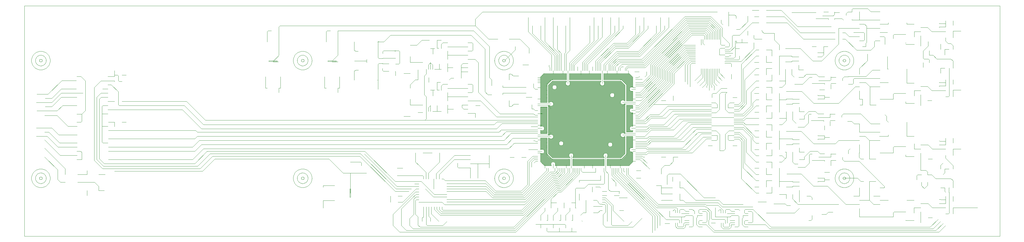
<source format=gtl>
*%FSLAX23Y23*%
*%MOIN*%
G01*
D11*
X4105Y9426D02*
X15837D01*
Y6651D02*
X4105D01*
X15837D02*
Y9426D01*
X4105D02*
Y6651D01*
D12*
X10355Y7506D02*
X10369D01*
X10383D01*
X10389D01*
X10402D01*
X10409D01*
X10422D01*
X10428D01*
X10439D01*
X10489D02*
X10501D01*
X10507D01*
X10520D01*
X10527D01*
X10540D01*
X10546D01*
X10560D01*
X10566D01*
X10579D01*
X10586D01*
X10599D01*
X10606D01*
X10619D01*
X10625D01*
X10638D01*
X10645D01*
X10658D01*
X10664D01*
X10698D02*
X10704D01*
X10717D01*
X10724D01*
X10737D01*
X10743D01*
X10757D01*
X10763D01*
X10776D01*
X10783D01*
X10796D01*
X10802D01*
X10816D01*
X10822D01*
X10835D01*
X10842D01*
X10855D01*
X10861D01*
X10875D01*
X10881D01*
X10894D01*
X10901D01*
X10914D01*
X10920D01*
X10934D01*
X10940D01*
X10953D01*
X10960D01*
X10973D01*
X10980D01*
X10993D01*
X10999D01*
X11012D01*
X11019D01*
X11032D01*
X11038D01*
X11052D01*
X11058D01*
X11072D01*
X11078D01*
X11111D02*
X11117D01*
X11131D01*
X11137D01*
X11150D01*
X11157D01*
X11170D01*
X11176D01*
X11190D01*
X11196D01*
X11209D01*
X11216D01*
X11229D01*
X11235D01*
X11249D01*
X11255D01*
X11268D01*
X11275D01*
X11288D01*
X11294D01*
X11308D01*
X11314D01*
X11327D01*
X11334D01*
X11347D01*
X11354D01*
X11367D01*
X11381D01*
X10369Y7511D02*
X10350D01*
X10369D02*
X10383D01*
X10389D01*
X10402D01*
X10409D01*
X10422D01*
X10428D01*
X10439D01*
X10489D02*
X10501D01*
X10507D01*
X10520D01*
X10527D01*
X10540D01*
X10546D01*
X10560D01*
X10566D01*
X10579D01*
X10586D01*
X10599D01*
X10606D01*
X10619D01*
X10625D01*
X10638D01*
X10645D01*
X10658D01*
X10664D01*
X10698D02*
X10704D01*
X10717D01*
X10724D01*
X10737D01*
X10743D01*
X10757D01*
X10763D01*
X10776D01*
X10783D01*
X10796D01*
X10802D01*
X10816D01*
X10822D01*
X10835D01*
X10842D01*
X10855D01*
X10861D01*
X10875D01*
X10881D01*
X10894D01*
X10901D01*
X10914D01*
X10920D01*
X10934D01*
X10940D01*
X10953D01*
X10960D01*
X10973D01*
X10980D01*
X10993D01*
X10999D01*
X11012D01*
X11019D01*
X11032D01*
X11038D01*
X11052D01*
X11058D01*
X11072D01*
X11078D01*
X11111D02*
X11117D01*
X11131D01*
X11137D01*
X11150D01*
X11157D01*
X11170D01*
X11176D01*
X11190D01*
X11196D01*
X11209D01*
X11216D01*
X11229D01*
X11235D01*
X11249D01*
X11255D01*
X11268D01*
X11275D01*
X11288D01*
X11294D01*
X11308D01*
X11314D01*
X11327D01*
X11334D01*
X11347D01*
X11354D01*
X11367D01*
X11386D01*
X10439Y7516D02*
X10345D01*
X10489D02*
X10664D01*
X10698D02*
X11079D01*
X11111D02*
X11391D01*
X10439Y7521D02*
X10340D01*
X10489D02*
X10664D01*
X10698D02*
X11079D01*
X11111D02*
X11396D01*
X10439Y7526D02*
X10335D01*
X10489D02*
X10664D01*
X10698D02*
X11079D01*
X11111D02*
X11401D01*
X10439Y7531D02*
X10330D01*
X10489D02*
X10664D01*
X10698D02*
X11079D01*
X11111D02*
X11406D01*
X10439Y7536D02*
X10325D01*
X10489D02*
X10664D01*
X10698D02*
X11079D01*
X11111D02*
X11411D01*
X10439Y7541D02*
X10320D01*
X10439D02*
X10448D01*
X10480D02*
X10489D01*
X10664D01*
X10698D02*
X11079D01*
X11111D02*
X11416D01*
X10664Y7546D02*
X10315D01*
X10698D02*
X11079D01*
X11111D02*
X11421D01*
X10664Y7551D02*
X10313D01*
X10698D02*
X11079D01*
X11111D02*
X11423D01*
X10664Y7556D02*
X10313D01*
X10698D02*
X11079D01*
X11111D02*
X11423D01*
X10664Y7561D02*
X10313D01*
X10698D02*
X11079D01*
X11111D02*
X11423D01*
X10664Y7566D02*
X10313D01*
X10698D02*
X11079D01*
X11111D02*
X11423D01*
X10664Y7571D02*
X10313D01*
X10698D02*
X11079D01*
X11111D02*
X11423D01*
X10441Y7576D02*
X10313D01*
X10441D02*
X10650D01*
X10664D01*
X10698D02*
X10712D01*
X11065D01*
X11079D01*
X11111D02*
X11125D01*
X11294D01*
X11423D01*
X10436Y7581D02*
X10313D01*
X10441D02*
X10450D01*
X10460D01*
X10650D01*
X10664D01*
X10698D02*
X10712D01*
X11065D01*
X11079D01*
X11111D02*
X11125D01*
X11275D01*
X11285D01*
X11294D01*
X11299D02*
X11423D01*
X10431Y7586D02*
X10313D01*
X11304D02*
X11423D01*
X11334Y7503D02*
X11331D01*
X11347D02*
X11354D01*
X11314D02*
X11311D01*
X11327D02*
X11334D01*
X11294D02*
X11291D01*
X11308D02*
X11314D01*
X11275D02*
X11272D01*
X11288D02*
X11294D01*
X11255D02*
X11252D01*
X11268D02*
X11275D01*
X11235D02*
X11232D01*
X11249D02*
X11255D01*
X11216D02*
X11213D01*
X11229D02*
X11235D01*
X11196D02*
X11193D01*
X11209D02*
X11216D01*
X11176D02*
X11173D01*
X11190D02*
X11196D01*
X11157D02*
X11154D01*
X11170D02*
X11176D01*
X11137D02*
X11134D01*
X11150D02*
X11157D01*
X11117D02*
X11114D01*
X11131D02*
X11137D01*
X11117D02*
X11111D01*
X11078D02*
X11075D01*
X11058D02*
X11055D01*
X11072D02*
X11078D01*
X11038D02*
X11036D01*
X11052D02*
X11058D01*
X11019D02*
X11016D01*
X11032D02*
X11038D01*
X10999D02*
X10996D01*
X11012D02*
X11019D01*
X10980D02*
X10976D01*
X10993D02*
X10999D01*
X10960D02*
X10957D01*
X10973D02*
X10980D01*
X10940D02*
X10937D01*
X10953D02*
X10960D01*
X10920D02*
X10917D01*
X10934D02*
X10940D01*
X10901D02*
X10898D01*
X10914D02*
X10920D01*
X10881D02*
X10878D01*
X10894D02*
X10901D01*
X10861D02*
X10858D01*
X10875D02*
X10881D01*
X10842D02*
X10839D01*
X10855D02*
X10861D01*
X10822D02*
X10819D01*
X10835D02*
X10842D01*
X10802D02*
X10799D01*
X10816D02*
X10822D01*
X10783D02*
X10780D01*
X10796D02*
X10802D01*
X10763D02*
X10760D01*
X10776D02*
X10783D01*
X10743D02*
X10740D01*
X10757D02*
X10763D01*
X10724D02*
X10721D01*
X10737D02*
X10743D01*
X10704D02*
X10701D01*
X10717D02*
X10724D01*
X10704D02*
X10698D01*
X10664D02*
X10662D01*
X10645D02*
X10642D01*
X10658D02*
X10664D01*
X10625D02*
X10622D01*
X10638D02*
X10645D01*
X10606D02*
X10602D01*
X10619D02*
X10625D01*
X10586D02*
X10583D01*
X10599D02*
X10606D01*
X10566D02*
X10563D01*
X10579D02*
X10586D01*
X10546D02*
X10543D01*
X10560D02*
X10566D01*
X10527D02*
X10524D01*
X10540D02*
X10546D01*
X10507D02*
X10504D01*
X10520D02*
X10527D01*
X10484D02*
X10484D01*
X10501D02*
X10507D01*
X10428D02*
X10425D01*
X10409D02*
X10406D01*
X10422D02*
X10428D01*
X10389D02*
X10386D01*
X10402D02*
X10409D01*
X10369D02*
X10366D01*
X10383D02*
X10389D01*
X10369D02*
X10358D01*
X11350D02*
X11354D01*
X11367D02*
X11378D01*
X10476Y7545D02*
X10452D01*
X11062Y7582D02*
X11065D01*
X10650D02*
X10648D01*
X11125D02*
X11134D01*
X11274D01*
X11286D01*
X11294D01*
X10720D02*
X10712D01*
X10720D02*
X11056D01*
X11065D01*
X10441D02*
X10438D01*
X10441D02*
X10449D01*
X10461D01*
X10642D01*
X10650D01*
X11334Y7503D02*
X11347D01*
X11327D02*
X11314D01*
X11308D02*
X11294D01*
X11288D02*
X11275D01*
X11268D02*
X11255D01*
X11249D02*
X11235D01*
X11229D02*
X11216D01*
X11209D02*
X11196D01*
X11190D02*
X11176D01*
X11170D02*
X11157D01*
X11150D02*
X11137D01*
X11131D02*
X11117D01*
X11079D02*
X11078D01*
X11072D02*
X11058D01*
X11052D02*
X11038D01*
X11032D02*
X11019D01*
X11012D02*
X10999D01*
X10993D02*
X10980D01*
X10973D02*
X10960D01*
X10953D02*
X10940D01*
X10934D02*
X10920D01*
X10914D02*
X10901D01*
X10894D02*
X10881D01*
X10875D02*
X10861D01*
X10855D02*
X10842D01*
X10835D02*
X10822D01*
X10816D02*
X10802D01*
X10796D02*
X10783D01*
X10776D02*
X10763D01*
X10757D02*
X10743D01*
X10737D02*
X10724D01*
X10717D02*
X10704D01*
X10658D02*
X10645D01*
X10638D02*
X10625D01*
X10619D02*
X10606D01*
X10599D02*
X10586D01*
X10579D02*
X10566D01*
X10560D02*
X10546D01*
X10540D02*
X10527D01*
X10520D02*
X10507D01*
X10487D02*
X10484D01*
X10487D02*
X10489D01*
X10501D01*
X10439D02*
X10428D01*
X10439D02*
X10442D01*
X10444D01*
X10422D02*
X10409D01*
X10402D02*
X10389D01*
X10383D02*
X10369D01*
X11354D02*
X11367D01*
X11125Y7582D02*
X11111D01*
X10712D02*
X10698D01*
X11065D02*
X11079D01*
X10664D02*
X10650D01*
X10426Y7591D02*
X10313D01*
X11309D02*
X11423D01*
X10421Y7596D02*
X10313D01*
X11314D02*
X11423D01*
X10416Y7601D02*
X10313D01*
X11319D02*
X11423D01*
X10411Y7606D02*
X10313D01*
X11324D02*
X11423D01*
X10406Y7611D02*
X10313D01*
X11329D02*
X11423D01*
X10401Y7616D02*
X10313D01*
X11334D02*
X11423D01*
X10396Y7621D02*
X10313D01*
X11339D02*
X11423D01*
X10391Y7626D02*
X10313D01*
X11344D02*
X11423D01*
X10391Y7631D02*
X10313D01*
X11344D02*
X11423D01*
X10391Y7636D02*
X10313D01*
X11344D02*
X11423D01*
X10390Y7641D02*
X10313D01*
X11345D02*
X11423D01*
X10385Y7646D02*
X10313D01*
X11350D02*
X11423D01*
X10390Y7651D02*
X10346D01*
X11345D02*
X11413D01*
X11423D01*
X10391Y7656D02*
X10355D01*
X11344D02*
X11413D01*
X11423D01*
X10391Y7661D02*
X10355D01*
X11344D02*
X11413D01*
X10391Y7666D02*
X10355D01*
X11344D02*
X11413D01*
X10391Y7671D02*
X10355D01*
X11344D02*
X11394D01*
X10391Y7676D02*
X10355D01*
X11344D02*
X11385D01*
X10391Y7681D02*
X10355D01*
X11344D02*
X11385D01*
X10391Y7686D02*
X10355D01*
X11344D02*
X11385D01*
X10391Y7691D02*
X10355D01*
X11344D02*
X11385D01*
X10355Y7696D02*
X10346D01*
X10355D02*
X10391D01*
X11344D02*
X11385D01*
X10391Y7701D02*
X10313D01*
X11344D02*
X11385D01*
X10391Y7706D02*
X10313D01*
X11344D02*
X11385D01*
X10391Y7711D02*
X10313D01*
X11344D02*
X11385D01*
X10391Y7716D02*
X10313D01*
X11344D02*
X11385D01*
X11394D01*
X10391Y7721D02*
X10313D01*
X11344D02*
X11423D01*
X10391Y7726D02*
X10313D01*
X11344D02*
X11423D01*
X10391Y7731D02*
X10313D01*
X11344D02*
X11423D01*
X10391Y7736D02*
X10313D01*
X11344D02*
X11423D01*
X10391Y7741D02*
X10313D01*
X11344D02*
X11423D01*
X10391Y7746D02*
X10313D01*
X11344D02*
X11423D01*
X10391Y7751D02*
X10313D01*
X11344D02*
X11423D01*
X10391Y7756D02*
X10313D01*
X11344D02*
X11423D01*
X10391Y7761D02*
X10313D01*
X11344D02*
X11423D01*
X10391Y7766D02*
X10313D01*
X11344D02*
X11423D01*
X10391Y7771D02*
X10313D01*
X11344D02*
X11423D01*
X10391Y7776D02*
X10313D01*
X11344D02*
X11423D01*
X10391Y7781D02*
X10313D01*
X11344D02*
X11423D01*
X10315Y7651D02*
X10313D01*
Y7697D02*
X10316D01*
X11398Y7669D02*
X11413D01*
X11422Y7719D02*
X11398D01*
X11422D02*
X11423D01*
X10342Y7649D02*
X10318D01*
Y7699D02*
X10342D01*
X10388Y7782D02*
X10391D01*
Y7777D02*
X10388D01*
X11413Y7659D02*
X11423D01*
X10391Y7737D02*
X10388D01*
Y7765D02*
X10391D01*
Y7732D02*
X10388D01*
Y7760D02*
X10391D01*
Y7722D02*
X10388D01*
Y7750D02*
X10391D01*
Y7717D02*
X10388D01*
Y7745D02*
X10391D01*
X10389Y7642D02*
X10388D01*
X10389D02*
X10391D01*
X11344D02*
X11346D01*
X11344Y7637D02*
X11341D01*
X10391D02*
X10388D01*
X10391D02*
X10394D01*
X10391Y7665D02*
X10388D01*
Y7632D02*
X10391D01*
Y7660D02*
X10388D01*
X11331Y7627D02*
X11334D01*
X11339D01*
X10401D02*
X10396D01*
X10401D02*
X10404D01*
X11326Y7622D02*
X11329D01*
X11334D01*
X10406D02*
X10401D01*
X10406D02*
X10409D01*
X11321Y7617D02*
X11324D01*
X11329D01*
X10411D02*
X10406D01*
X10411D02*
X10414D01*
X11316Y7612D02*
X11319D01*
X11324D01*
X10416D02*
X10411D01*
X10416D02*
X10419D01*
X11311Y7607D02*
X11314D01*
X11319D01*
X10421D02*
X10416D01*
X10421D02*
X10424D01*
X11306Y7602D02*
X11309D01*
X11314D01*
X10426D02*
X10421D01*
X10426D02*
X10429D01*
X11301Y7597D02*
X11304D01*
X11309D01*
X10431D02*
X10426D01*
X10431D02*
X10434D01*
X11296Y7592D02*
X11299D01*
X11304D01*
X10431D02*
X10428D01*
X10431D02*
X10436D01*
X10439D01*
X11291Y7587D02*
X11294D01*
X11299D01*
X10436D02*
X10433D01*
X10436D02*
X10441D01*
X10444D01*
X10450Y7601D02*
X10664D01*
X10698D02*
X11079D01*
X11111D02*
X11285D01*
X10656Y7606D02*
X10445D01*
X10656D02*
X10664D01*
X10698D02*
X10706D01*
X11070D01*
X11078D01*
X11112D02*
X11120D01*
X11290D01*
X10656Y7611D02*
X10440D01*
X10706D02*
X11070D01*
X11120D02*
X11295D01*
X10656Y7616D02*
X10435D01*
X10706D02*
X11070D01*
X11120D02*
X11300D01*
X10656Y7621D02*
X10430D01*
X10706D02*
X11070D01*
X11120D02*
X11305D01*
X10656Y7626D02*
X10425D01*
X10706D02*
X11070D01*
X11120D02*
X11310D01*
X10656Y7631D02*
X10420D01*
X10706D02*
X11070D01*
X11120D02*
X11315D01*
X10656Y7636D02*
X10415D01*
X10706D02*
X11070D01*
X11120D02*
X11320D01*
X10656Y7641D02*
X10410D01*
X10706D02*
X11070D01*
X11120D02*
X11325D01*
X10656Y7646D02*
X10405D01*
X10656D02*
X10664D01*
X10698D02*
X10706D01*
X11070D01*
X11078D01*
X11112D02*
X11120D01*
X11330D01*
X10664Y7651D02*
X10405D01*
X10698D02*
X11079D01*
X11111D02*
X11330D01*
Y7656D02*
X10405D01*
Y7661D02*
X11330D01*
Y7666D02*
X10405D01*
Y7671D02*
X11330D01*
Y7676D02*
X10405D01*
Y7681D02*
X11330D01*
Y7686D02*
X10405D01*
Y7691D02*
X11330D01*
Y7696D02*
X10405D01*
Y7701D02*
X11330D01*
Y7706D02*
X10405D01*
Y7711D02*
X11330D01*
Y7716D02*
X10405D01*
Y7721D02*
X11330D01*
Y7726D02*
X10405D01*
Y7731D02*
X11138D01*
X11162D02*
X11330D01*
X11125Y7736D02*
X10405D01*
X11125D02*
X11132D01*
X11168D02*
X11175D01*
X11330D01*
X11125Y7741D02*
X10405D01*
X11175D02*
X11330D01*
X10548Y7746D02*
X10405D01*
X10572D02*
X11125D01*
X11175D02*
X11330D01*
X10535Y7751D02*
X10405D01*
X10535D02*
X10542D01*
X10578D02*
X10585D01*
X11125D01*
X11175D02*
X11330D01*
X10535Y7756D02*
X10405D01*
X10585D02*
X11125D01*
X11175D02*
X11330D01*
X10535Y7761D02*
X10405D01*
X10585D02*
X11125D01*
X11175D02*
X11330D01*
X10535Y7766D02*
X10405D01*
X10585D02*
X11125D01*
X11175D02*
X11330D01*
X10535Y7771D02*
X10405D01*
X10585D02*
X11125D01*
X11175D02*
X11330D01*
X10535Y7776D02*
X10405D01*
X10585D02*
X11125D01*
X11132D01*
X11168D02*
X11175D01*
X11330D01*
X10535Y7781D02*
X10405D01*
X10585D02*
X11138D01*
X11162D02*
X11330D01*
X10664Y7596D02*
X10455D01*
X10698D02*
X11079D01*
X11111D02*
X11280D01*
X11336Y7632D02*
X11339D01*
X11344D01*
X10396D02*
X10391D01*
X10396D02*
X10399D01*
X10668Y7651D02*
X10694D01*
X11082D02*
X11108D01*
X11138Y7731D02*
X11162D01*
X10572Y7746D02*
X10548D01*
X11138Y7781D02*
X11162D01*
X10391Y7786D02*
X10313D01*
X11344D02*
X11423D01*
X10391Y7791D02*
X10313D01*
X11344D02*
X11423D01*
X10391Y7796D02*
X10313D01*
X11344D02*
X11423D01*
X10391Y7801D02*
X10313D01*
X11344D02*
X11423D01*
X10391Y7806D02*
X10313D01*
X11344D02*
X11423D01*
X10391Y7811D02*
X10313D01*
X11344D02*
X11423D01*
X10391Y7816D02*
X10313D01*
X11344D02*
X11423D01*
X10391Y7821D02*
X10313D01*
X11344D02*
X11423D01*
X10391Y7826D02*
X10313D01*
X11344D02*
X11423D01*
X10391Y7831D02*
X10313D01*
X11344D02*
X11423D01*
Y7836D02*
X11344D01*
Y7841D02*
X11423D01*
Y7846D02*
X11344D01*
Y7851D02*
X11423D01*
X10391Y7891D02*
X10313D01*
Y7896D02*
X10391D01*
Y7901D02*
X10313D01*
Y7906D02*
X10391D01*
Y7911D02*
X10313D01*
X11344D02*
X11423D01*
X10391Y7916D02*
X10313D01*
X11344D02*
X11423D01*
X10391Y7921D02*
X10313D01*
X11344D02*
X11423D01*
X10391Y7926D02*
X10346D01*
X11344D02*
X11394D01*
X10355Y7931D02*
X10348D01*
X10355D02*
X10391D01*
X11344D02*
X11385D01*
X11392D01*
X10391Y7936D02*
X10355D01*
X11344D02*
X11385D01*
X10391Y7941D02*
X10355D01*
X11344D02*
X11385D01*
X10391Y7946D02*
X10355D01*
X11344D02*
X11385D01*
X10391Y7951D02*
X10355D01*
X11344D02*
X11385D01*
X10391Y7956D02*
X10355D01*
X11344D02*
X11385D01*
X10391Y7961D02*
X10355D01*
X11344D02*
X11385D01*
X10391Y7966D02*
X10355D01*
X11344D02*
X11385D01*
X10355Y7971D02*
X10346D01*
X10355D02*
X10391D01*
X11344D02*
X11385D01*
X11394D01*
X10391Y7976D02*
X10313D01*
X11344D02*
X11423D01*
X10316Y7927D02*
X10313D01*
Y7973D02*
X10315D01*
X11398Y7925D02*
X11422D01*
X11423D01*
X11422Y7975D02*
X11398D01*
X11422D02*
X11423D01*
X10342Y7925D02*
X10318D01*
Y7975D02*
X10342D01*
X11344Y7907D02*
X11423D01*
X10391Y7887D02*
X10313D01*
Y7834D02*
X10391D01*
X11344Y7855D02*
X11423D01*
X10391Y7820D02*
X10388D01*
Y7907D02*
X10391D01*
Y7887D02*
X10388D01*
Y7910D02*
X10391D01*
Y7905D02*
X10388D01*
Y7890D02*
X10391D01*
Y7817D02*
X10388D01*
Y7812D02*
X10391D01*
Y7810D02*
X10388D01*
Y7805D02*
X10391D01*
X10405Y7786D02*
X10535D01*
X10585D02*
X11330D01*
X10535Y7791D02*
X10405D01*
X10535D02*
X10542D01*
X10578D02*
X10585D01*
X11330D01*
X10548Y7796D02*
X10405D01*
X10572D02*
X11330D01*
Y7801D02*
X10405D01*
Y7806D02*
X11330D01*
Y7811D02*
X10405D01*
Y7816D02*
X11330D01*
Y7821D02*
X10405D01*
Y7826D02*
X10428D01*
X10456D02*
X11330D01*
X10415Y7831D02*
X10405D01*
X10415D02*
X10422D01*
X10458D02*
X10465D01*
X11330D01*
Y7836D02*
X10465D01*
Y7841D02*
X11330D01*
X11284Y7846D02*
X10465D01*
X11312D02*
X11330D01*
X11275Y7851D02*
X10465D01*
X11275D02*
X11282D01*
X11318D02*
X11325D01*
X11275Y7856D02*
X10465D01*
Y7861D02*
X11275D01*
Y7866D02*
X10465D01*
X10415Y7871D02*
X10405D01*
X10415D02*
X10422D01*
X10458D02*
X10465D01*
X11275D01*
X10428Y7876D02*
X10405D01*
X10456D02*
X11275D01*
Y7881D02*
X10405D01*
Y7886D02*
X11275D01*
Y7891D02*
X10405D01*
X11275D02*
X11282D01*
X11318D02*
X11325D01*
X11284Y7896D02*
X10405D01*
X11312D02*
X11330D01*
Y7901D02*
X10405D01*
Y7906D02*
X11330D01*
Y7911D02*
X10405D01*
Y7916D02*
X11330D01*
Y7921D02*
X10405D01*
Y7926D02*
X11330D01*
Y7931D02*
X10405D01*
Y7936D02*
X11330D01*
Y7941D02*
X10405D01*
Y7946D02*
X11330D01*
Y7951D02*
X10405D01*
Y7956D02*
X11330D01*
Y7961D02*
X10405D01*
Y7966D02*
X11330D01*
Y7971D02*
X10405D01*
Y7976D02*
X11330D01*
X11325Y7855D02*
X11322D01*
X11325D02*
X11330D01*
X11325Y7887D02*
X11322D01*
X11325D02*
X11330D01*
X10415Y7834D02*
X10405D01*
X10415D02*
X10419D01*
X10415Y7868D02*
X10405D01*
X10415D02*
X10419D01*
X10548Y7796D02*
X10572D01*
X10452Y7826D02*
X10428D01*
X11288Y7846D02*
X11312D01*
X10452Y7876D02*
X10428D01*
X11288Y7896D02*
X11312D01*
X10391Y7981D02*
X10313D01*
X11344D02*
X11423D01*
X10391Y7986D02*
X10313D01*
X11344D02*
X11423D01*
X10391Y7991D02*
X10313D01*
X11344D02*
X11423D01*
X10391Y7996D02*
X10313D01*
X11344D02*
X11423D01*
X10391Y8001D02*
X10313D01*
X11344D02*
X11423D01*
X10391Y8006D02*
X10313D01*
X11344D02*
X11423D01*
X10391Y8011D02*
X10313D01*
X11344D02*
X11423D01*
X10391Y8016D02*
X10313D01*
X11344D02*
X11423D01*
X10391Y8021D02*
X10313D01*
X11344D02*
X11423D01*
X10391Y8026D02*
X10313D01*
X11344D02*
X11423D01*
X10391Y8031D02*
X10313D01*
X11344D02*
X11423D01*
X10391Y8036D02*
X10313D01*
X11344D02*
X11423D01*
X10391Y8041D02*
X10313D01*
X11344D02*
X11423D01*
X10391Y8046D02*
X10313D01*
X11344D02*
X11423D01*
X10391Y8051D02*
X10313D01*
X11344D02*
X11423D01*
X10391Y8056D02*
X10313D01*
X11344D02*
X11423D01*
X10391Y8061D02*
X10313D01*
X11344D02*
X11423D01*
X10391Y8066D02*
X10313D01*
X11344D02*
X11423D01*
X10391Y8071D02*
X10313D01*
X11344D02*
X11423D01*
X10391Y8076D02*
X10313D01*
X11344D02*
X11423D01*
X10391Y8081D02*
X10313D01*
X11344D02*
X11423D01*
X10391Y8086D02*
X10313D01*
X11344D02*
X11423D01*
X10391Y8091D02*
X10313D01*
X11344D02*
X11423D01*
X10391Y8096D02*
X10313D01*
X11344D02*
X11423D01*
X10391Y8101D02*
X10313D01*
X11344D02*
X11423D01*
X10391Y8106D02*
X10313D01*
X11344D02*
X11423D01*
X10391Y8111D02*
X10313D01*
X11344D02*
X11423D01*
X10391Y8116D02*
X10313D01*
X11344D02*
X11423D01*
X10391Y8121D02*
X10313D01*
X11344D02*
X11423D01*
X10391Y8126D02*
X10313D01*
X11344D02*
X11423D01*
X10391Y8131D02*
X10313D01*
X11344D02*
X11423D01*
X10391Y8136D02*
X10313D01*
X11344D02*
X11423D01*
X10391Y8141D02*
X10313D01*
X11344D02*
X11394D01*
X11423D01*
X10391Y8146D02*
X10313D01*
X11344D02*
X11385D01*
X11394D01*
X10391Y8151D02*
X10313D01*
X11344D02*
X11385D01*
X10391Y8156D02*
X10313D01*
X11344D02*
X11385D01*
X10391Y8161D02*
X10313D01*
X11344D02*
X11385D01*
X10391Y8166D02*
X10313D01*
X11344D02*
X11385D01*
X10391Y8171D02*
X10313D01*
X11344D02*
X11385D01*
X11398Y8142D02*
X11422D01*
X11423D01*
X11330Y8066D02*
X10405D01*
Y7981D02*
X11330D01*
Y7986D02*
X10405D01*
Y7991D02*
X11330D01*
Y7996D02*
X10405D01*
Y8001D02*
X11330D01*
Y8006D02*
X10405D01*
Y8011D02*
X11330D01*
Y8016D02*
X10405D01*
Y8021D02*
X11330D01*
Y8026D02*
X10405D01*
Y8031D02*
X11330D01*
Y8036D02*
X10405D01*
Y8041D02*
X11330D01*
Y8046D02*
X10405D01*
Y8051D02*
X11330D01*
Y8056D02*
X10405D01*
Y8061D02*
X11330D01*
Y8071D02*
X10405D01*
Y8076D02*
X11330D01*
Y8081D02*
X10405D01*
Y8086D02*
X11330D01*
Y8091D02*
X10405D01*
Y8096D02*
X11330D01*
Y8101D02*
X10405D01*
Y8106D02*
X11330D01*
Y8111D02*
X10405D01*
Y8116D02*
X11330D01*
Y8121D02*
X10405D01*
Y8126D02*
X11330D01*
Y8131D02*
X10405D01*
Y8136D02*
X11330D01*
Y8141D02*
X10405D01*
Y8146D02*
X11330D01*
Y8151D02*
X10405D01*
Y8156D02*
X11330D01*
Y8161D02*
X10405D01*
Y8166D02*
X11330D01*
Y8171D02*
X10405D01*
X10391Y8176D02*
X10313D01*
X11344D02*
X11385D01*
X10391Y8181D02*
X10313D01*
X11344D02*
X11385D01*
X10391Y8186D02*
X10313D01*
X11344D02*
X11385D01*
X11392D01*
X10391Y8191D02*
X10313D01*
X11344D02*
X11394D01*
X10391Y8196D02*
X10313D01*
X11344D02*
X11423D01*
X10391Y8201D02*
X10313D01*
X11344D02*
X11423D01*
X10391Y8206D02*
X10313D01*
X11344D02*
X11423D01*
Y8211D02*
X11344D01*
Y8216D02*
X11423D01*
Y8221D02*
X11344D01*
Y8226D02*
X11423D01*
X10391Y8266D02*
X10313D01*
Y8271D02*
X10391D01*
Y8276D02*
X10313D01*
Y8281D02*
X10391D01*
Y8286D02*
X10313D01*
X11344D02*
X11423D01*
X10391Y8291D02*
X10313D01*
X11344D02*
X11423D01*
X10391Y8296D02*
X10313D01*
X11344D02*
X11423D01*
X10391Y8301D02*
X10313D01*
X11344D02*
X11423D01*
X10391Y8306D02*
X10313D01*
X11344D02*
X11423D01*
X10391Y8311D02*
X10313D01*
X11344D02*
X11423D01*
X10391Y8316D02*
X10313D01*
X11344D02*
X11423D01*
X10391Y8321D02*
X10313D01*
X11344D02*
X11423D01*
X10391Y8326D02*
X10313D01*
X11344D02*
X11423D01*
X10391Y8331D02*
X10313D01*
X11344D02*
X11423D01*
X10391Y8336D02*
X10313D01*
X11344D02*
X11423D01*
X10391Y8341D02*
X10313D01*
X11344D02*
X11423D01*
X10391Y8346D02*
X10313D01*
X11344D02*
X11423D01*
X10391Y8351D02*
X10313D01*
X11344D02*
X11423D01*
X10391Y8356D02*
X10313D01*
X11344D02*
X11423D01*
X10391Y8361D02*
X10313D01*
X11344D02*
X11423D01*
X10391Y8366D02*
X10313D01*
X11344D02*
X11423D01*
X11422Y8192D02*
X11398D01*
X11422D02*
X11423D01*
X10391Y8362D02*
X10388D01*
Y8357D02*
X10391D01*
X11344Y8229D02*
X11423D01*
X10391Y8262D02*
X10313D01*
X10388Y8276D02*
X10391D01*
Y8317D02*
X10388D01*
Y8345D02*
X10391D01*
Y8312D02*
X10388D01*
Y8340D02*
X10391D01*
Y8272D02*
X10388D01*
Y8300D02*
X10391D01*
Y8290D02*
X10388D01*
Y8285D02*
X10391D01*
Y8280D02*
X10388D01*
Y8207D02*
X10391D01*
Y8209D02*
X10313D01*
X10405Y8321D02*
X11330D01*
Y8176D02*
X10405D01*
Y8181D02*
X11330D01*
Y8186D02*
X10405D01*
Y8191D02*
X11330D01*
Y8196D02*
X10405D01*
Y8201D02*
X11330D01*
Y8206D02*
X10405D01*
Y8211D02*
X11330D01*
Y8216D02*
X10405D01*
Y8221D02*
X10426D01*
X10456D02*
X11330D01*
X10415Y8226D02*
X10405D01*
X10415D02*
X10422D01*
X10458D02*
X10465D01*
X11330D01*
Y8231D02*
X10465D01*
Y8236D02*
X11330D01*
X11284Y8241D02*
X10465D01*
X11314D02*
X11330D01*
X11275Y8246D02*
X10465D01*
X11275D02*
X11282D01*
X11318D02*
X11325D01*
X11275Y8251D02*
X10465D01*
Y8256D02*
X11275D01*
Y8261D02*
X10465D01*
X10415Y8266D02*
X10405D01*
X10415D02*
X10424D01*
X10456D02*
X10465D01*
X11275D01*
X10456Y8271D02*
X10405D01*
X10456D02*
X11275D01*
Y8276D02*
X10405D01*
Y8281D02*
X11275D01*
Y8286D02*
X10405D01*
X11275D02*
X11284D01*
X11316D02*
X11325D01*
X11330Y8291D02*
X10405D01*
Y8296D02*
X11330D01*
Y8301D02*
X10405D01*
Y8306D02*
X11330D01*
Y8311D02*
X10405D01*
Y8316D02*
X11330D01*
X11162Y8326D02*
X10405D01*
X11188D02*
X11330D01*
X11150Y8331D02*
X10405D01*
X11150D02*
X11158D01*
X11192D02*
X11200D01*
X11330D01*
X11150Y8336D02*
X10405D01*
X11200D02*
X11330D01*
X11150Y8341D02*
X10405D01*
X11200D02*
X11330D01*
X11150Y8346D02*
X10405D01*
X11200D02*
X11330D01*
X11150Y8351D02*
X10405D01*
X11200D02*
X11330D01*
X11150Y8356D02*
X10405D01*
X11200D02*
X11330D01*
X11150Y8361D02*
X10405D01*
X11200D02*
X11330D01*
X11150Y8366D02*
X10405D01*
X11200D02*
X11330D01*
X11312Y8240D02*
X11288D01*
Y8290D02*
X11312D01*
X10452Y8220D02*
X10428D01*
Y8270D02*
X10452D01*
X11322Y8249D02*
X11325D01*
X11330D01*
X11325Y8281D02*
X11322D01*
X11325D02*
X11330D01*
X10415Y8228D02*
X10405D01*
X10415D02*
X10419D01*
X10415Y8262D02*
X10405D01*
X10415D02*
X10419D01*
X11344Y8281D02*
X11423D01*
X11188Y8326D02*
X11162D01*
X10391Y8371D02*
X10313D01*
X11344D02*
X11423D01*
X10391Y8376D02*
X10313D01*
X11344D02*
X11423D01*
X10391Y8381D02*
X10313D01*
X11344D02*
X11423D01*
X10391Y8386D02*
X10313D01*
X11344D02*
X11423D01*
X10391Y8391D02*
X10313D01*
X11344D02*
X11423D01*
X10391Y8396D02*
X10313D01*
X11344D02*
X11394D01*
X11423D01*
X10391Y8401D02*
X10313D01*
X11344D02*
X11385D01*
X11394D01*
X10391Y8406D02*
X10313D01*
X11344D02*
X11385D01*
X10391Y8411D02*
X10313D01*
X11344D02*
X11385D01*
X10391Y8416D02*
X10313D01*
X11344D02*
X11385D01*
X10391Y8421D02*
X10313D01*
X11344D02*
X11385D01*
X10391Y8426D02*
X10313D01*
X11344D02*
X11385D01*
X10391Y8431D02*
X10313D01*
X11344D02*
X11385D01*
X10391Y8436D02*
X10313D01*
X11344D02*
X11385D01*
X10391Y8441D02*
X10313D01*
X11344D02*
X11385D01*
X11392D01*
X10391Y8446D02*
X10313D01*
X11344D02*
X11394D01*
X10391Y8451D02*
X10313D01*
X11344D02*
X11423D01*
X10391Y8456D02*
X10313D01*
X11344D02*
X11423D01*
X10391Y8461D02*
X10313D01*
X11344D02*
X11423D01*
X10390Y8466D02*
X10313D01*
X11345D02*
X11423D01*
X10385Y8471D02*
X10313D01*
X11350D02*
X11423D01*
X10390Y8476D02*
X10313D01*
X11345D02*
X11423D01*
X10391Y8481D02*
X10313D01*
X11344D02*
X11423D01*
X10391Y8486D02*
X10313D01*
X11344D02*
X11423D01*
X10391Y8491D02*
X10313D01*
X11344D02*
X11423D01*
X10396Y8496D02*
X10313D01*
X11339D02*
X11423D01*
X10401Y8501D02*
X10313D01*
X11334D02*
X11423D01*
X10406Y8506D02*
X10313D01*
X11329D02*
X11423D01*
X10411Y8511D02*
X10313D01*
X11324D02*
X11423D01*
X10416Y8516D02*
X10313D01*
X11319D02*
X11423D01*
X10421Y8521D02*
X10313D01*
X11314D02*
X11423D01*
X10426Y8526D02*
X10313D01*
X11309D02*
X11423D01*
X10431Y8531D02*
X10313D01*
X11304D02*
X11423D01*
X10436Y8536D02*
X10313D01*
X10441D02*
X10450D01*
X10460D01*
X10611D01*
X10625D01*
X10657D02*
X10671D01*
X11025D01*
X11039D01*
X11071D02*
X11085D01*
X11275D01*
X11285D01*
X11294D01*
X11299D02*
X11423D01*
X10441Y8541D02*
X10313D01*
X10441D02*
X10611D01*
X10625D01*
X10657D02*
X10671D01*
X11025D01*
X11039D01*
X11071D02*
X11085D01*
X11294D01*
X11423D01*
X10625Y8546D02*
X10313D01*
X10657D02*
X11039D01*
X11071D02*
X11423D01*
X10625Y8551D02*
X10313D01*
X10657D02*
X11039D01*
X11071D02*
X11423D01*
X10625Y8556D02*
X10313D01*
X10657D02*
X11039D01*
X11071D02*
X11423D01*
X10625Y8561D02*
X10313D01*
X10657D02*
X11039D01*
X11071D02*
X11423D01*
X11422Y8397D02*
X11398D01*
X11422D02*
X11423D01*
X11422Y8447D02*
X11398D01*
X11422D02*
X11423D01*
X11025Y8535D02*
X11022D01*
X10611D02*
X10608D01*
X11085D02*
X11274D01*
X11286D01*
X11294D01*
X11025D02*
X10671D01*
X10441D02*
X10438D01*
X10441D02*
X10449D01*
X10461D01*
X10611D01*
X11291Y8530D02*
X11294D01*
X11299D01*
X10436D02*
X10433D01*
X10436D02*
X10441D01*
X10444D01*
X11296Y8525D02*
X11299D01*
X11304D01*
X10431D02*
X10428D01*
X10431D02*
X10436D01*
X10439D01*
X11301Y8520D02*
X11304D01*
X11309D01*
X10431D02*
X10426D01*
X10431D02*
X10434D01*
X11306Y8515D02*
X11309D01*
X11314D01*
X10426D02*
X10421D01*
X10426D02*
X10429D01*
X11311Y8510D02*
X11314D01*
X11319D01*
X10421D02*
X10416D01*
X10421D02*
X10424D01*
X11316Y8505D02*
X11319D01*
X11324D01*
X10416D02*
X10411D01*
X10416D02*
X10419D01*
X11321Y8500D02*
X11324D01*
X11329D01*
X10411D02*
X10406D01*
X10411D02*
X10414D01*
X11326Y8495D02*
X11329D01*
X11334D01*
X10406D02*
X10401D01*
X10406D02*
X10409D01*
X11331Y8490D02*
X11334D01*
X11339D01*
X10401D02*
X10396D01*
X10401D02*
X10404D01*
X10391Y8457D02*
X10388D01*
Y8485D02*
X10391D01*
X11341Y8480D02*
X11344D01*
X10391Y8452D02*
X10388D01*
Y8480D02*
X10391D01*
X10394D01*
X11344Y8475D02*
X11346D01*
X10391D02*
X10389D01*
X10388Y8412D02*
X10391D01*
Y8440D02*
X10388D01*
Y8407D02*
X10391D01*
Y8435D02*
X10388D01*
Y8390D02*
X10391D01*
Y8385D02*
X10388D01*
X10405Y8371D02*
X11150D01*
X11158D01*
X11192D02*
X11200D01*
X11330D01*
X11162Y8376D02*
X10405D01*
X11188D02*
X11330D01*
Y8381D02*
X10405D01*
Y8386D02*
X11330D01*
Y8391D02*
X10405D01*
Y8396D02*
X11330D01*
Y8401D02*
X10405D01*
Y8406D02*
X11330D01*
Y8411D02*
X10405D01*
Y8416D02*
X11330D01*
X10468Y8421D02*
X10405D01*
X10492D02*
X11330D01*
X10455Y8426D02*
X10405D01*
X10455D02*
X10462D01*
X10498D02*
X10505D01*
X11330D01*
X10455Y8431D02*
X10405D01*
X10505D02*
X11330D01*
X10455Y8436D02*
X10405D01*
X10505D02*
X11330D01*
X10455Y8441D02*
X10405D01*
X10505D02*
X11330D01*
X10455Y8446D02*
X10405D01*
X10505D02*
X11330D01*
X10455Y8451D02*
X10405D01*
X10505D02*
X11330D01*
X10455Y8456D02*
X10405D01*
X10505D02*
X11330D01*
X10455Y8461D02*
X10405D01*
X10505D02*
X11330D01*
X10455Y8466D02*
X10405D01*
X10455D02*
X10462D01*
X10498D02*
X10505D01*
X10625D01*
X10657D02*
X11039D01*
X11071D02*
X11330D01*
X10468Y8471D02*
X10405D01*
X10492D02*
X10616D01*
X10624D01*
X10658D02*
X10666D01*
X11030D01*
X11038D01*
X11072D02*
X11080D01*
X11330D01*
X10616Y8476D02*
X10410D01*
X10666D02*
X11030D01*
X11080D02*
X11325D01*
X10616Y8481D02*
X10415D01*
X10666D02*
X11030D01*
X11080D02*
X11320D01*
X10616Y8486D02*
X10420D01*
X10666D02*
X11030D01*
X11080D02*
X11315D01*
X10616Y8491D02*
X10425D01*
X10666D02*
X11030D01*
X11080D02*
X11310D01*
X10616Y8496D02*
X10430D01*
X10666D02*
X11030D01*
X11080D02*
X11305D01*
X10616Y8501D02*
X10435D01*
X10666D02*
X11030D01*
X11080D02*
X11300D01*
X10616Y8506D02*
X10440D01*
X10666D02*
X11030D01*
X11080D02*
X11295D01*
X10616Y8511D02*
X10445D01*
X10616D02*
X10624D01*
X10658D02*
X10666D01*
X11030D01*
X11038D01*
X11072D02*
X11080D01*
X11290D01*
X10625Y8516D02*
X10450D01*
X10657D02*
X11039D01*
X11071D02*
X11285D01*
X10625Y8521D02*
X10455D01*
X10657D02*
X11039D01*
X11071D02*
X11280D01*
X11085Y8535D02*
X11071D01*
X10671D02*
X10657D01*
X11025D02*
X11039D01*
X10625D02*
X10611D01*
X11336Y8485D02*
X11339D01*
X11344D01*
X10396D02*
X10391D01*
X10396D02*
X10399D01*
X11162Y8376D02*
X11188D01*
X10492Y8421D02*
X10468D01*
X10628Y8466D02*
X10654D01*
X11042D02*
X11068D01*
X10492Y8471D02*
X10468D01*
X10313Y8566D02*
X10625D01*
X10657D02*
X11039D01*
X11071D02*
X11423D01*
X10625Y8571D02*
X10313D01*
X10657D02*
X11039D01*
X11071D02*
X11420D01*
X10625Y8576D02*
X10317D01*
X10657D02*
X11039D01*
X11071D02*
X11415D01*
X10625Y8581D02*
X10322D01*
X10657D02*
X11039D01*
X11071D02*
X11410D01*
X10625Y8586D02*
X10327D01*
X10657D02*
X11039D01*
X11071D02*
X11405D01*
X10625Y8591D02*
X10332D01*
X10657D02*
X11039D01*
X11071D02*
X11400D01*
X10625Y8596D02*
X10337D01*
X10657D02*
X11039D01*
X11071D02*
X11395D01*
X10625Y8601D02*
X10342D01*
X10657D02*
X11039D01*
X11071D02*
X11390D01*
X10369Y8606D02*
X10350D01*
X10369D02*
X10383D01*
X10389D01*
X10402D01*
X10409D01*
X10422D01*
X10428D01*
X10442D01*
X10448D01*
X10461D01*
X10468D01*
X10481D01*
X10487D01*
X10501D01*
X10507D01*
X10520D01*
X10527D01*
X10540D01*
X10546D01*
X10560D01*
X10566D01*
X10579D01*
X10586D01*
X10599D01*
X10606D01*
X10619D01*
X10625D01*
X10658D02*
X10664D01*
X10678D01*
X10684D01*
X10698D01*
X10704D01*
X10717D01*
X10724D01*
X10737D01*
X10743D01*
X10757D01*
X10763D01*
X10776D01*
X10783D01*
X10796D01*
X10802D01*
X10816D01*
X10822D01*
X10835D01*
X10842D01*
X10855D01*
X10861D01*
X10875D01*
X10881D01*
X10894D01*
X10901D01*
X10914D01*
X10920D01*
X10934D01*
X10940D01*
X10953D01*
X10960D01*
X10973D01*
X10980D01*
X10993D01*
X10999D01*
X11012D01*
X11019D01*
X11032D01*
X11038D01*
X11072D02*
X11078D01*
X11091D01*
X11098D01*
X11111D01*
X11117D01*
X11131D01*
X11137D01*
X11150D01*
X11157D01*
X11170D01*
X11176D01*
X11190D01*
X11196D01*
X11209D01*
X11216D01*
X11229D01*
X11235D01*
X11249D01*
X11255D01*
X11268D01*
X11275D01*
X11288D01*
X11294D01*
X11308D01*
X11314D01*
X11327D01*
X11334D01*
X11347D01*
X11354D01*
X11367D01*
X11385D01*
X10369Y8611D02*
X10352D01*
X10369D02*
X10383D01*
X10389D01*
X10402D01*
X10409D01*
X10422D01*
X10428D01*
X10442D01*
X10448D01*
X10461D01*
X10468D01*
X10481D01*
X10487D01*
X10501D01*
X10507D01*
X10520D01*
X10527D01*
X10540D01*
X10546D01*
X10560D01*
X10566D01*
X10579D01*
X10586D01*
X10599D01*
X10606D01*
X10619D01*
X10625D01*
X10658D02*
X10664D01*
X10678D01*
X10684D01*
X10698D01*
X10704D01*
X10717D01*
X10724D01*
X10737D01*
X10743D01*
X10757D01*
X10763D01*
X10776D01*
X10783D01*
X10796D01*
X10802D01*
X10816D01*
X10822D01*
X10835D01*
X10842D01*
X10855D01*
X10861D01*
X10875D01*
X10881D01*
X10894D01*
X10901D01*
X10914D01*
X10920D01*
X10934D01*
X10940D01*
X10953D01*
X10960D01*
X10973D01*
X10980D01*
X10993D01*
X10999D01*
X11012D01*
X11019D01*
X11032D01*
X11038D01*
X11072D02*
X11078D01*
X11091D01*
X11098D01*
X11111D01*
X11117D01*
X11131D01*
X11137D01*
X11150D01*
X11157D01*
X11170D01*
X11176D01*
X11190D01*
X11196D01*
X11209D01*
X11216D01*
X11229D01*
X11235D01*
X11249D01*
X11255D01*
X11268D01*
X11275D01*
X11288D01*
X11294D01*
X11308D01*
X11314D01*
X11327D01*
X11334D01*
X11347D01*
X11354D01*
X11367D01*
X11380D01*
X10369Y8613D02*
X10354D01*
X10366D02*
X10369D01*
X10383D02*
X10389D01*
X10386D01*
X10402D02*
X10409D01*
X10406D01*
X10422D02*
X10428D01*
X10425D01*
X10442D02*
X10448D01*
X10445D01*
X10461D02*
X10468D01*
X10465D01*
X10481D02*
X10487D01*
X10484D01*
X10501D02*
X10507D01*
X10504D01*
X10520D02*
X10527D01*
X10524D01*
X10540D02*
X10546D01*
X10543D01*
X10560D02*
X10566D01*
X10563D01*
X10579D02*
X10586D01*
X10583D01*
X10599D02*
X10606D01*
X10602D01*
X10619D02*
X10625D01*
X10622D01*
X10658D02*
X10664D01*
X10662D01*
X10678D02*
X10684D01*
X10681D01*
X10698D02*
X10704D01*
X10701D01*
X10717D02*
X10724D01*
X10721D01*
X10737D02*
X10743D01*
X10740D01*
X10757D02*
X10763D01*
X10760D01*
X10776D02*
X10783D01*
X10780D01*
X10796D02*
X10802D01*
X10799D01*
X10816D02*
X10822D01*
X10819D01*
X10835D02*
X10842D01*
X10839D01*
X10855D02*
X10861D01*
X10858D01*
X10875D02*
X10881D01*
X10878D01*
X10894D02*
X10901D01*
X10898D01*
X10914D02*
X10920D01*
X10917D01*
X10934D02*
X10940D01*
X10937D01*
X10953D02*
X10960D01*
X10957D01*
X10973D02*
X10980D01*
X10976D01*
X10993D02*
X10999D01*
X10996D01*
X11012D02*
X11019D01*
X11016D01*
X11032D02*
X11038D01*
X11036D01*
X11072D02*
X11078D01*
X11075D01*
X11091D02*
X11098D01*
X11095D01*
X11111D02*
X11117D01*
X11114D01*
X11131D02*
X11137D01*
X11134D01*
X11150D02*
X11157D01*
X11154D01*
X11170D02*
X11176D01*
X11173D01*
X11190D02*
X11196D01*
X11193D01*
X11209D02*
X11216D01*
X11213D01*
X11229D02*
X11235D01*
X11232D01*
X11249D02*
X11255D01*
X11252D01*
X11268D02*
X11275D01*
X11272D01*
X11288D02*
X11294D01*
X11291D01*
X11308D02*
X11314D01*
X11311D01*
X11327D02*
X11334D01*
X11331D01*
X11347D02*
X11354D01*
X11350D01*
X11367D02*
X11378D01*
X10383D02*
X10369D01*
X10389D02*
X10402D01*
X10409D02*
X10422D01*
X10428D02*
X10442D01*
X10448D02*
X10461D01*
X10468D02*
X10481D01*
X10487D02*
X10501D01*
X10507D02*
X10520D01*
X10527D02*
X10540D01*
X10546D02*
X10560D01*
X10566D02*
X10579D01*
X10586D02*
X10599D01*
X10606D02*
X10619D01*
X10657D02*
X10658D01*
X10664D02*
X10678D01*
X10684D02*
X10698D01*
X10704D02*
X10717D01*
X10724D02*
X10737D01*
X10743D02*
X10757D01*
X10763D02*
X10776D01*
X10783D02*
X10796D01*
X10802D02*
X10816D01*
X10822D02*
X10835D01*
X10842D02*
X10855D01*
X10861D02*
X10875D01*
X10881D02*
X10894D01*
X10901D02*
X10914D01*
X10920D02*
X10934D01*
X10940D02*
X10953D01*
X10960D02*
X10973D01*
X10980D02*
X10993D01*
X10999D02*
X11012D01*
X11019D02*
X11032D01*
X11038D02*
X11039D01*
X11071D02*
X11072D01*
X11078D02*
X11091D01*
X11098D02*
X11111D01*
X11117D02*
X11131D01*
X11137D02*
X11150D01*
X11157D02*
X11170D01*
X11176D02*
X11190D01*
X11196D02*
X11209D01*
X11216D02*
X11229D01*
X11235D02*
X11249D01*
X11255D02*
X11268D01*
X11275D02*
X11288D01*
X11294D02*
X11308D01*
X11314D02*
X11327D01*
X11334D02*
X11347D01*
X11354D02*
X11367D01*
X10313Y7559D02*
Y7548D01*
Y7556D02*
Y7559D01*
Y7573D02*
Y7579D01*
Y7576D01*
Y7592D02*
Y7599D01*
Y7596D01*
Y7612D02*
Y7618D01*
Y7615D01*
Y7632D02*
Y7638D01*
Y7635D01*
Y7694D02*
Y7694D01*
Y7710D02*
Y7717D01*
Y7714D01*
Y7730D02*
Y7736D01*
Y7733D01*
Y7750D02*
Y7756D01*
Y7753D01*
Y7769D02*
Y7776D01*
Y7773D01*
Y7789D02*
Y7796D01*
Y7792D01*
Y7809D02*
Y7815D01*
Y7812D01*
Y7828D02*
Y7834D01*
Y7832D01*
Y7888D02*
Y7894D01*
Y7891D01*
Y7907D02*
Y7914D01*
Y7911D01*
Y7970D02*
Y7970D01*
Y7986D02*
Y7992D01*
Y7989D01*
Y8006D02*
Y8012D01*
Y8009D01*
Y8025D02*
Y8032D01*
Y8029D01*
Y8045D02*
Y8051D01*
Y8048D01*
Y8065D02*
Y8071D01*
Y8068D01*
Y8084D02*
Y8091D01*
Y8088D01*
Y8104D02*
Y8110D01*
Y8107D01*
Y8124D02*
Y8130D01*
Y8127D01*
Y8143D02*
Y8150D01*
Y8147D01*
Y8163D02*
Y8170D01*
Y8206D02*
Y8209D01*
Y8170D02*
Y8166D01*
Y8183D02*
Y8189D01*
Y8186D01*
Y8202D02*
Y8209D01*
Y8262D02*
Y8268D01*
Y8265D01*
Y8281D02*
Y8288D01*
Y8285D01*
Y8301D02*
Y8307D01*
Y8304D01*
Y8321D02*
Y8327D01*
Y8324D01*
Y8340D02*
Y8347D01*
Y8344D01*
Y8360D02*
Y8366D01*
Y8363D01*
Y8380D02*
Y8386D01*
Y8383D01*
Y8399D02*
Y8406D01*
Y8403D01*
Y8419D02*
Y8425D01*
Y8422D01*
Y8439D02*
Y8445D01*
Y8442D01*
Y8458D02*
Y8465D01*
Y8462D01*
Y8478D02*
Y8484D01*
Y8481D01*
Y8498D02*
Y8504D01*
Y8501D01*
Y8517D02*
Y8524D01*
Y8521D01*
Y8537D02*
Y8544D01*
Y8540D01*
Y8557D02*
Y8572D01*
Y7573D02*
Y7559D01*
Y7579D02*
Y7592D01*
Y7599D02*
Y7612D01*
Y7618D02*
Y7632D01*
Y7638D02*
Y7649D01*
Y7651D01*
Y7654D01*
Y7694D02*
Y7697D01*
Y7699D01*
Y7710D01*
Y7717D02*
Y7730D01*
Y7736D02*
Y7750D01*
Y7756D02*
Y7769D01*
Y7776D02*
Y7789D01*
Y7796D02*
Y7809D01*
Y7815D02*
Y7828D01*
Y7887D02*
Y7888D01*
Y7894D02*
Y7907D01*
Y7914D02*
Y7925D01*
Y7927D01*
Y7930D01*
Y7970D02*
Y7973D01*
Y7975D01*
Y7986D01*
Y7992D02*
Y8006D01*
Y8012D02*
Y8025D01*
Y8032D02*
Y8045D01*
Y8051D02*
Y8065D01*
Y8071D02*
Y8084D01*
Y8091D02*
Y8104D01*
Y8110D02*
Y8124D01*
Y8130D02*
Y8143D01*
Y8150D02*
Y8163D01*
Y8170D02*
Y8183D01*
Y8189D02*
Y8202D01*
Y8209D02*
Y8209D01*
Y8268D02*
Y8281D01*
Y8288D02*
Y8301D01*
Y8307D02*
Y8321D01*
Y8327D02*
Y8340D01*
Y8347D02*
Y8360D01*
Y8366D02*
Y8380D01*
Y8386D02*
Y8399D01*
Y8406D02*
Y8419D01*
Y8425D02*
Y8439D01*
Y8445D02*
Y8458D01*
Y8465D02*
Y8478D01*
Y8484D02*
Y8498D01*
Y8504D02*
Y8517D01*
Y8524D02*
Y8537D01*
Y8544D02*
Y8557D01*
X10318Y7699D02*
X10313Y7694D01*
Y7970D02*
X10318Y7975D01*
X10313Y8572D02*
X10318Y8576D01*
X10350Y8609D01*
X10315Y7651D02*
X10318Y7649D01*
X10315Y7651D02*
X10313Y7654D01*
X10318Y7925D02*
X10316Y7927D01*
X10313Y7930D01*
X10321Y7540D02*
X10350Y7511D01*
X10321Y7540D02*
X10313Y7548D01*
X10487Y7506D02*
Y7503D01*
X10442D02*
Y7505D01*
X10355Y7662D02*
Y7686D01*
X10489Y7532D02*
Y7508D01*
X10439D02*
Y7532D01*
X10355Y7938D02*
Y7962D01*
X10441Y8527D02*
Y8530D01*
Y8535D01*
X10436Y8525D02*
Y8522D01*
Y8525D02*
Y8530D01*
X10431Y8520D02*
Y8517D01*
Y8520D02*
Y8525D01*
X10426Y8515D02*
Y8512D01*
Y8515D02*
Y8520D01*
X10421Y8510D02*
Y8507D01*
Y8510D02*
Y8515D01*
X10416Y8505D02*
Y8502D01*
Y8505D02*
Y8510D01*
X10411Y8500D02*
Y8497D01*
Y8500D02*
Y8505D01*
X10406Y8495D02*
Y8492D01*
Y8495D02*
Y8500D01*
X10401Y8490D02*
Y8487D01*
Y8490D02*
Y8495D01*
X10396Y8485D02*
Y8482D01*
Y8485D02*
Y8490D01*
X10391Y8455D02*
Y8454D01*
Y8450D02*
Y8449D01*
Y8445D02*
Y8444D01*
Y8440D02*
Y8439D01*
Y8435D02*
Y8434D01*
Y8430D02*
Y8429D01*
Y8425D02*
Y8424D01*
Y8420D02*
Y8419D01*
Y8415D02*
Y8414D01*
Y8410D02*
Y8409D01*
Y8405D02*
Y8404D01*
Y8400D02*
Y8399D01*
Y8395D02*
Y8394D01*
Y8390D02*
Y8389D01*
Y8385D02*
Y8384D01*
Y8380D02*
Y8379D01*
Y8375D02*
Y8374D01*
Y8370D02*
Y8369D01*
Y8365D02*
Y8364D01*
Y8360D02*
Y8359D01*
Y8355D02*
Y8354D01*
Y8350D02*
Y8349D01*
Y8345D02*
Y8344D01*
Y8340D02*
Y8339D01*
Y8335D02*
Y8334D01*
Y8330D02*
Y8329D01*
Y8325D02*
Y8324D01*
Y8320D02*
Y8319D01*
Y8315D02*
Y8314D01*
Y8310D02*
Y8309D01*
Y8300D02*
Y8299D01*
Y8295D02*
Y8294D01*
Y8290D02*
Y8289D01*
Y8285D02*
Y8284D01*
Y8280D02*
Y8279D01*
Y8276D02*
Y8274D01*
Y8272D02*
Y8269D01*
Y8267D02*
Y8264D01*
Y8205D02*
Y8204D01*
Y8200D02*
Y8199D01*
Y8195D02*
Y8194D01*
Y8190D02*
Y8189D01*
Y8185D02*
Y8184D01*
Y8180D02*
Y8179D01*
Y8175D02*
Y8174D01*
Y8170D02*
Y8169D01*
Y8165D02*
Y8164D01*
Y8160D02*
Y8159D01*
Y8304D02*
Y8305D01*
Y8155D02*
Y8154D01*
Y8150D02*
Y8149D01*
Y8145D02*
Y8144D01*
Y8140D02*
Y8139D01*
Y8135D02*
Y8134D01*
Y8130D02*
Y8129D01*
Y8125D02*
Y8124D01*
Y8120D02*
Y8119D01*
Y8115D02*
Y8114D01*
Y8110D02*
Y8109D01*
Y8105D02*
Y8104D01*
Y8100D02*
Y8099D01*
Y8095D02*
Y8094D01*
Y8090D02*
Y8089D01*
Y8085D02*
Y8084D01*
Y8080D02*
Y8079D01*
Y8075D02*
Y8074D01*
Y8070D02*
Y8069D01*
Y8065D02*
Y8064D01*
Y8060D02*
Y8059D01*
Y8055D02*
Y8054D01*
Y8045D02*
Y8044D01*
Y8040D02*
Y8039D01*
Y8035D02*
Y8034D01*
Y8030D02*
Y8029D01*
Y8025D02*
Y8024D01*
Y8020D02*
Y8019D01*
Y8015D02*
Y8014D01*
Y8010D02*
Y8009D01*
Y8005D02*
Y8004D01*
Y8000D02*
Y7999D01*
Y7995D02*
Y7994D01*
Y7990D02*
Y7989D01*
Y7985D02*
Y7984D01*
Y7980D02*
Y7979D01*
Y7975D02*
Y7974D01*
Y7970D02*
Y7969D01*
Y7965D02*
Y7964D01*
Y8049D02*
Y8050D01*
Y7820D02*
Y7818D01*
Y7959D02*
Y7960D01*
Y7955D02*
Y7954D01*
Y7950D02*
Y7949D01*
Y7945D02*
Y7944D01*
Y7940D02*
Y7939D01*
Y7935D02*
Y7934D01*
Y7930D02*
Y7929D01*
Y7925D02*
Y7924D01*
Y7920D02*
Y7919D01*
Y7915D02*
Y7914D01*
Y7910D02*
Y7909D01*
Y7905D02*
Y7904D01*
Y7900D02*
Y7899D01*
Y7895D02*
Y7894D01*
Y7890D02*
Y7889D01*
Y7815D02*
Y7814D01*
Y7810D02*
Y7809D01*
Y7805D02*
Y7804D01*
Y7800D02*
Y7799D01*
Y7795D02*
Y7794D01*
Y7790D02*
Y7789D01*
Y7785D02*
Y7784D01*
Y7780D02*
Y7779D01*
Y7775D02*
Y7774D01*
Y7770D02*
Y7769D01*
X10441Y7587D02*
Y7582D01*
Y7587D02*
Y7590D01*
X10391Y7764D02*
Y7765D01*
Y7760D02*
Y7759D01*
Y7755D02*
Y7754D01*
Y7750D02*
Y7749D01*
Y7745D02*
Y7744D01*
Y7740D02*
Y7739D01*
Y7735D02*
Y7734D01*
Y7730D02*
Y7729D01*
Y7725D02*
Y7724D01*
Y7720D02*
Y7719D01*
Y7715D02*
Y7714D01*
Y7710D02*
Y7709D01*
Y7705D02*
Y7704D01*
Y7700D02*
Y7699D01*
Y7695D02*
Y7694D01*
Y7690D02*
Y7689D01*
Y7685D02*
Y7684D01*
Y7680D02*
Y7679D01*
Y7675D02*
Y7674D01*
Y7670D02*
Y7669D01*
Y7665D02*
Y7664D01*
Y7660D02*
Y7659D01*
Y7655D02*
Y7654D01*
Y7650D02*
Y7649D01*
Y7647D02*
Y7644D01*
Y7640D02*
Y7639D01*
Y7637D02*
Y7634D01*
X10396Y7632D02*
Y7627D01*
Y7632D02*
Y7635D01*
X10401Y7627D02*
Y7622D01*
Y7627D02*
Y7630D01*
X10406Y7622D02*
Y7617D01*
Y7622D02*
Y7625D01*
X10411Y7617D02*
Y7612D01*
Y7617D02*
Y7620D01*
X10416Y7612D02*
Y7607D01*
Y7612D02*
Y7615D01*
X10421Y7607D02*
Y7602D01*
Y7607D02*
Y7610D01*
X10426Y7602D02*
Y7597D01*
Y7602D02*
Y7605D01*
X10431Y7597D02*
Y7592D01*
Y7597D02*
Y7600D01*
X10436Y7592D02*
Y7587D01*
Y7592D02*
Y7595D01*
X10505Y8434D02*
Y8458D01*
X10455D02*
Y8434D01*
X10465Y8258D02*
Y8232D01*
Y7864D02*
Y7838D01*
X10405Y7834D02*
Y7646D01*
Y7868D02*
Y8228D01*
Y8262D02*
Y8471D01*
X10391Y8480D02*
Y8485D01*
Y8480D02*
Y8477D01*
Y8475D02*
Y8470D01*
Y8475D02*
Y8477D01*
Y8470D02*
Y8467D01*
Y8465D02*
Y8462D01*
Y8465D02*
Y8465D01*
Y8467D01*
Y8460D02*
Y8457D01*
Y8460D02*
Y8462D01*
Y8455D02*
Y8452D01*
Y8455D02*
Y8457D01*
Y8450D02*
Y8447D01*
Y8450D02*
Y8452D01*
Y8445D02*
Y8442D01*
Y8445D02*
Y8447D01*
Y8440D02*
Y8437D01*
Y8440D02*
Y8442D01*
Y8435D02*
Y8432D01*
Y8435D02*
Y8437D01*
Y8430D02*
Y8427D01*
Y8430D02*
Y8432D01*
Y8425D02*
Y8422D01*
Y8425D02*
Y8427D01*
Y8420D02*
Y8417D01*
Y8420D02*
Y8422D01*
Y8415D02*
Y8412D01*
Y8415D02*
Y8417D01*
Y8410D02*
Y8407D01*
Y8410D02*
Y8412D01*
Y8405D02*
Y8402D01*
Y8405D02*
Y8407D01*
Y8400D02*
Y8397D01*
Y8400D02*
Y8402D01*
Y8395D02*
Y8392D01*
Y8395D02*
Y8397D01*
Y8390D02*
Y8387D01*
Y8390D02*
Y8392D01*
Y8385D02*
Y8382D01*
Y8385D02*
Y8387D01*
Y8380D02*
Y8377D01*
Y8380D02*
Y8382D01*
Y8375D02*
Y8372D01*
Y8375D02*
Y8377D01*
Y8370D02*
Y8367D01*
Y8370D02*
Y8372D01*
Y8365D02*
Y8362D01*
Y8365D02*
Y8367D01*
Y8360D02*
Y8357D01*
Y8360D02*
Y8362D01*
Y8355D02*
Y8352D01*
Y8355D02*
Y8357D01*
Y8350D02*
Y8347D01*
Y8350D02*
Y8352D01*
Y8345D02*
Y8342D01*
Y8345D02*
Y8347D01*
Y8340D02*
Y8337D01*
Y8340D02*
Y8342D01*
Y8305D02*
Y8302D01*
Y8300D02*
Y8297D01*
Y8300D02*
Y8302D01*
Y8295D02*
Y8292D01*
Y8295D02*
Y8297D01*
Y8290D02*
Y8287D01*
Y8290D02*
Y8292D01*
Y8285D02*
Y8282D01*
Y8285D02*
Y8287D01*
Y8262D02*
Y8262D01*
Y8262D02*
Y8267D01*
Y8272D01*
Y8276D01*
Y8277D01*
Y8280D01*
Y8282D01*
Y8209D02*
Y8207D01*
Y8205D02*
Y8202D01*
Y8205D02*
Y8207D01*
Y8200D02*
Y8197D01*
Y8200D02*
Y8202D01*
Y8195D02*
Y8192D01*
Y8195D02*
Y8197D01*
Y8190D02*
Y8187D01*
Y8190D02*
Y8192D01*
Y8305D02*
Y8307D01*
Y8310D01*
Y8312D01*
Y8315D01*
Y8317D01*
Y8320D01*
Y8322D01*
Y8325D01*
Y8327D01*
Y8330D01*
Y8332D01*
Y8335D01*
Y8337D01*
Y8185D02*
Y8182D01*
Y8185D02*
Y8187D01*
Y8177D02*
Y8175D01*
Y8177D02*
Y8180D01*
Y8182D01*
Y8175D02*
Y8172D01*
Y8170D02*
Y8167D01*
Y8170D02*
Y8172D01*
Y8165D02*
Y8162D01*
Y8165D02*
Y8167D01*
Y8160D02*
Y8157D01*
Y8160D02*
Y8162D01*
Y8155D02*
Y8152D01*
Y8155D02*
Y8157D01*
Y8150D02*
Y8147D01*
Y8150D02*
Y8152D01*
Y8145D02*
Y8142D01*
Y8145D02*
Y8147D01*
Y8140D02*
Y8137D01*
Y8140D02*
Y8142D01*
Y8135D02*
Y8132D01*
Y8135D02*
Y8137D01*
Y8130D02*
Y8127D01*
Y8130D02*
Y8132D01*
Y8125D02*
Y8122D01*
Y8125D02*
Y8127D01*
Y8120D02*
Y8117D01*
Y8120D02*
Y8122D01*
Y8115D02*
Y8112D01*
Y8115D02*
Y8117D01*
Y8110D02*
Y8107D01*
Y8110D02*
Y8112D01*
Y8105D02*
Y8102D01*
Y8105D02*
Y8107D01*
Y8100D02*
Y8097D01*
Y8100D02*
Y8102D01*
Y8095D02*
Y8092D01*
Y8095D02*
Y8097D01*
Y8090D02*
Y8087D01*
Y8090D02*
Y8092D01*
Y8085D02*
Y8082D01*
Y8085D02*
Y8087D01*
Y8050D02*
Y8047D01*
Y8045D02*
Y8042D01*
Y8045D02*
Y8047D01*
Y8040D02*
Y8037D01*
Y8040D02*
Y8042D01*
Y8035D02*
Y8032D01*
Y8035D02*
Y8037D01*
Y8030D02*
Y8027D01*
Y8030D02*
Y8032D01*
Y8025D02*
Y8022D01*
Y8025D02*
Y8027D01*
Y8020D02*
Y8017D01*
Y8020D02*
Y8022D01*
Y8015D02*
Y8012D01*
Y8015D02*
Y8017D01*
Y8010D02*
Y8007D01*
Y8010D02*
Y8012D01*
Y8005D02*
Y8002D01*
Y8005D02*
Y8007D01*
Y8000D02*
Y7997D01*
Y8000D02*
Y8002D01*
Y7995D02*
Y7992D01*
Y7995D02*
Y7997D01*
Y8050D02*
Y8052D01*
Y8055D01*
Y8057D01*
Y8060D01*
Y8062D01*
Y8065D01*
Y8067D01*
Y8070D01*
Y8072D01*
Y8075D01*
Y8077D01*
Y8080D01*
Y8082D01*
Y7990D02*
Y7987D01*
Y7990D02*
Y7992D01*
Y7985D02*
Y7982D01*
Y7985D02*
Y7987D01*
Y7980D02*
Y7977D01*
Y7980D02*
Y7982D01*
Y7975D02*
Y7972D01*
Y7975D02*
Y7977D01*
Y7970D02*
Y7967D01*
Y7970D02*
Y7972D01*
Y7965D02*
Y7962D01*
Y7965D02*
Y7967D01*
Y7960D02*
Y7957D01*
Y7960D02*
Y7962D01*
Y7955D02*
Y7952D01*
Y7955D02*
Y7957D01*
Y7950D02*
Y7947D01*
Y7950D02*
Y7952D01*
Y7945D02*
Y7942D01*
Y7945D02*
Y7947D01*
Y7940D02*
Y7937D01*
Y7940D02*
Y7942D01*
Y7935D02*
Y7932D01*
Y7935D02*
Y7937D01*
Y7930D02*
Y7927D01*
Y7930D02*
Y7932D01*
Y7925D02*
Y7922D01*
Y7925D02*
Y7927D01*
Y7920D02*
Y7917D01*
Y7920D02*
Y7922D01*
Y7915D02*
Y7912D01*
Y7915D02*
Y7917D01*
Y7910D02*
Y7907D01*
Y7910D02*
Y7912D01*
Y7905D02*
Y7902D01*
Y7905D02*
Y7907D01*
Y7900D02*
Y7897D01*
Y7900D02*
Y7902D01*
Y7895D02*
Y7892D01*
Y7895D02*
Y7897D01*
Y7890D02*
Y7887D01*
Y7890D02*
Y7892D01*
Y7834D02*
Y7830D01*
Y7825D01*
Y7820D01*
Y7820D02*
Y7817D01*
Y7820D02*
Y7820D01*
Y7815D02*
Y7812D01*
Y7815D02*
Y7817D01*
Y7810D02*
Y7807D01*
Y7810D02*
Y7812D01*
Y7805D02*
Y7802D01*
Y7805D02*
Y7807D01*
Y7800D02*
Y7797D01*
Y7800D02*
Y7802D01*
Y7795D02*
Y7792D01*
Y7795D02*
Y7797D01*
Y7790D02*
Y7787D01*
Y7790D02*
Y7792D01*
Y7785D02*
Y7782D01*
Y7785D02*
Y7787D01*
Y7780D02*
Y7777D01*
Y7780D02*
Y7782D01*
Y7775D02*
Y7772D01*
Y7775D02*
Y7777D01*
Y7770D02*
Y7767D01*
Y7770D02*
Y7772D01*
Y7765D02*
Y7762D01*
Y7765D02*
Y7767D01*
Y7760D02*
Y7757D01*
Y7760D02*
Y7762D01*
Y7755D02*
Y7752D01*
Y7755D02*
Y7757D01*
Y7750D02*
Y7747D01*
Y7750D02*
Y7752D01*
Y7745D02*
Y7742D01*
Y7745D02*
Y7747D01*
Y7740D02*
Y7737D01*
Y7740D02*
Y7742D01*
Y7735D02*
Y7732D01*
Y7735D02*
Y7737D01*
Y7730D02*
Y7727D01*
Y7730D02*
Y7732D01*
Y7725D02*
Y7722D01*
Y7725D02*
Y7727D01*
Y7720D02*
Y7717D01*
Y7720D02*
Y7722D01*
Y7715D02*
Y7712D01*
Y7715D02*
Y7717D01*
Y7710D02*
Y7707D01*
Y7710D02*
Y7712D01*
Y7705D02*
Y7702D01*
Y7705D02*
Y7707D01*
Y7700D02*
Y7697D01*
Y7700D02*
Y7702D01*
Y7695D02*
Y7692D01*
Y7695D02*
Y7697D01*
Y7690D02*
Y7687D01*
Y7690D02*
Y7692D01*
Y7685D02*
Y7682D01*
Y7685D02*
Y7687D01*
Y7680D02*
Y7677D01*
Y7680D02*
Y7682D01*
Y7675D02*
Y7672D01*
Y7675D02*
Y7677D01*
Y7670D02*
Y7667D01*
Y7670D02*
Y7672D01*
Y7665D02*
Y7662D01*
Y7665D02*
Y7667D01*
Y7632D02*
Y7629D01*
Y7632D02*
Y7637D01*
Y7640D01*
Y7642D01*
Y7647D01*
Y7650D01*
Y7652D01*
Y7652D01*
Y7655D01*
Y7657D01*
Y7660D01*
Y7662D01*
X10346Y7652D02*
X10342Y7649D01*
X10346Y7652D02*
X10352Y7658D01*
X10355Y7662D01*
X10487Y7506D02*
X10484Y7503D01*
X10487Y7506D02*
X10489Y7508D01*
X10442Y7536D02*
X10439Y7532D01*
X10442Y7536D02*
X10448Y7542D01*
X10452Y7545D01*
X10342Y7925D02*
X10346Y7928D01*
X10352Y7934D01*
X10355Y7938D01*
X10389Y7650D02*
X10385Y7646D01*
X10389Y7650D02*
X10391Y7652D01*
X10461Y7582D02*
X10455Y7576D01*
X10385Y8471D02*
X10386Y8472D01*
X10387Y8472D01*
X10389Y8475D01*
X10391Y8477D01*
X10391Y8477D01*
X10394Y8480D01*
X10396Y8482D01*
X10396Y8482D01*
X10399Y8485D01*
X10401Y8487D01*
X10401Y8487D01*
X10404Y8490D01*
X10406Y8492D01*
X10406Y8492D01*
X10409Y8495D01*
X10411Y8497D01*
X10411Y8497D01*
X10414Y8500D01*
X10416Y8502D01*
X10416Y8502D01*
X10419Y8505D01*
X10419Y8505D01*
X10421Y8507D01*
X10421Y8507D01*
X10424Y8510D01*
X10426Y8512D01*
X10429Y8515D01*
X10431Y8517D01*
X10434Y8520D01*
X10436Y8522D01*
X10439Y8525D01*
X10441Y8527D01*
X10444Y8530D01*
X10449Y8535D01*
X10454Y8539D01*
X10455Y8541D01*
X10354Y8613D02*
X10350Y8609D01*
X10505Y8434D02*
X10492Y8421D01*
X10455Y8458D02*
X10468Y8471D01*
X10456Y8224D02*
X10452Y8220D01*
X10456Y8224D02*
X10461Y8228D01*
X10465Y8232D01*
X10428Y8270D02*
X10419Y8262D01*
X10456Y7830D02*
X10452Y7826D01*
X10456Y7830D02*
X10461Y7834D01*
X10465Y7838D01*
X10428Y7876D02*
X10419Y7868D01*
X10405Y8471D02*
X10455Y8521D01*
X10352Y7690D02*
X10355Y7686D01*
X10352Y7690D02*
X10346Y7696D01*
X10342Y7699D01*
X10486Y7536D02*
X10489Y7532D01*
X10486Y7536D02*
X10480Y7542D01*
X10476Y7545D01*
X10439Y7508D02*
X10444Y7503D01*
X10355Y7962D02*
X10352Y7966D01*
X10346Y7972D01*
X10342Y7975D01*
X10449Y7582D02*
X10455Y7576D01*
X10449Y7582D02*
X10444Y7587D01*
X10441Y7590D01*
X10439Y7592D01*
X10436Y7595D01*
X10434Y7597D01*
X10431Y7600D01*
X10429Y7602D01*
X10426Y7605D01*
X10424Y7607D01*
X10421Y7610D01*
X10421Y7610D01*
X10419Y7612D01*
X10419Y7612D01*
X10416Y7615D01*
X10416Y7615D01*
X10414Y7617D01*
X10411Y7620D01*
X10411Y7620D01*
X10409Y7622D01*
X10406Y7625D01*
X10406Y7625D01*
X10404Y7627D01*
X10401Y7630D01*
X10401Y7630D01*
X10399Y7632D01*
X10396Y7635D01*
X10396Y7635D01*
X10394Y7637D01*
X10391Y7640D01*
X10391Y7640D01*
X10389Y7642D01*
X10386Y7645D01*
X10385Y7646D01*
X10391Y8465D02*
X10389Y8467D01*
X10386Y8470D01*
X10385Y8471D01*
X10455Y8541D02*
X10461Y8535D01*
X10350Y7511D02*
X10358Y7503D01*
X10505Y8458D02*
X10492Y8471D01*
X10455Y8434D02*
X10468Y8421D01*
X10461Y8262D02*
X10465Y8258D01*
X10461Y8262D02*
X10456Y8266D01*
X10452Y8270D01*
X10419Y8228D02*
X10428Y8220D01*
X10461Y7868D02*
X10465Y7864D01*
X10461Y7868D02*
X10456Y7872D01*
X10452Y7876D01*
X10419Y7834D02*
X10428Y7826D01*
X10405Y7646D02*
X10455Y7596D01*
X10664Y7582D02*
Y7503D01*
X10698D02*
Y7582D01*
X10625Y8535D02*
Y8613D01*
X10657D02*
Y8535D01*
X10712Y7582D02*
Y7579D01*
X10650D02*
Y7582D01*
X10585Y7758D02*
Y7784D01*
X10535D02*
Y7758D01*
X10666Y8478D02*
Y8504D01*
X10616D02*
Y8478D01*
X10706Y7638D02*
Y7614D01*
X10656D02*
Y7638D01*
X10625Y8512D02*
Y8516D01*
Y8521D01*
X10657Y8516D02*
Y8512D01*
Y8516D02*
Y8521D01*
X10664Y7601D02*
Y7596D01*
Y7601D02*
Y7605D01*
X10698Y7601D02*
Y7596D01*
Y7601D02*
Y7605D01*
X10572Y7746D02*
X10585Y7758D01*
X10548Y7796D02*
X10535Y7784D01*
X10654Y8466D02*
X10657Y8470D01*
X10662Y8475D01*
X10666Y8478D01*
X10625Y8512D02*
X10616Y8504D01*
X10706Y7614D02*
X10698Y7605D01*
X10660Y7642D02*
X10656Y7638D01*
X10660Y7642D02*
X10664Y7647D01*
X10668Y7651D01*
X10585Y7784D02*
X10572Y7796D01*
X10535Y7758D02*
X10548Y7746D01*
X10666Y8504D02*
X10657Y8512D01*
X10625Y8470D02*
X10628Y8466D01*
X10625Y8470D02*
X10620Y8475D01*
X10616Y8478D01*
X10702Y7642D02*
X10706Y7638D01*
X10702Y7642D02*
X10698Y7647D01*
X10694Y7651D01*
X10656Y7614D02*
X10664Y7605D01*
X11079Y7582D02*
Y7503D01*
X11039Y8535D02*
Y8613D01*
X11071D02*
Y8535D01*
X11065Y7582D02*
Y7579D01*
X11080Y8478D02*
Y8504D01*
X11030D02*
Y8478D01*
X11070Y7638D02*
Y7614D01*
X11039Y8512D02*
Y8516D01*
Y8521D01*
X11071Y8516D02*
Y8512D01*
Y8516D02*
Y8521D01*
X11079Y7601D02*
Y7596D01*
Y7601D02*
Y7604D01*
X11068Y8466D02*
X11071Y8470D01*
X11076Y8475D01*
X11080Y8478D01*
X11039Y8512D02*
X11030Y8504D01*
X11074Y7642D02*
X11070Y7638D01*
X11074Y7642D02*
X11079Y7648D01*
X11082Y7651D01*
X11080Y8504D02*
X11071Y8512D01*
X11039Y8470D02*
X11042Y8466D01*
X11039Y8470D02*
X11034Y8475D01*
X11030Y8478D01*
X11070Y7614D02*
X11079Y7604D01*
X11125Y7582D02*
Y7579D01*
X11111Y7582D02*
Y7503D01*
X11294Y8527D02*
Y8530D01*
Y8535D01*
X11299Y8525D02*
Y8522D01*
Y8525D02*
Y8530D01*
X11294Y7587D02*
Y7582D01*
Y7587D02*
Y7590D01*
X11299Y7592D02*
Y7587D01*
Y7592D02*
Y7595D01*
X11200Y8338D02*
Y8364D01*
X11150D02*
Y8338D01*
X11175Y7768D02*
Y7744D01*
X11125D02*
Y7768D01*
X11275Y8252D02*
Y8278D01*
Y7884D02*
Y7858D01*
X11120Y7638D02*
Y7614D01*
X11111Y7601D02*
Y7596D01*
Y7601D02*
Y7604D01*
X11274Y8535D02*
X11280Y8541D01*
X11286Y7582D02*
X11280Y7576D01*
X11286Y7582D02*
X11291Y7587D01*
X11294Y7590D01*
X11296Y7592D01*
X11299Y7595D01*
X11301Y7597D01*
X11304Y7600D01*
X11188Y8326D02*
X11200Y8338D01*
X11162Y8376D02*
X11150Y8364D01*
X11175Y7744D02*
X11162Y7731D01*
X11125Y7768D02*
X11138Y7781D01*
X11275Y8278D02*
X11278Y8281D01*
X11284Y8286D01*
X11288Y8290D01*
X11278Y7887D02*
X11275Y7884D01*
X11278Y7887D02*
X11284Y7892D01*
X11288Y7896D01*
X11120Y7614D02*
X11111Y7604D01*
X11280Y7596D02*
X11330Y7646D01*
X11304Y8517D02*
X11301Y8520D01*
X11299Y8522D01*
X11296Y8525D01*
X11294Y8527D01*
X11291Y8530D01*
X11286Y8535D01*
X11280Y8541D01*
X11274Y7582D02*
X11280Y7576D01*
X11200Y8364D02*
X11188Y8376D01*
X11150Y8338D02*
X11162Y8326D01*
Y7781D02*
X11175Y7768D01*
X11138Y7731D02*
X11125Y7744D01*
X11288Y8240D02*
X11284Y8244D01*
X11278Y8249D01*
X11275Y8252D01*
X11284Y7850D02*
X11288Y7846D01*
X11284Y7850D02*
X11278Y7855D01*
X11275Y7858D01*
X11116Y7642D02*
X11120Y7638D01*
X11116Y7642D02*
X11111Y7648D01*
X11108Y7651D01*
X11330Y8471D02*
X11280Y8521D01*
X11423Y8130D02*
Y8127D01*
Y7559D02*
Y7548D01*
Y7556D02*
Y7559D01*
Y7573D02*
Y7579D01*
Y7576D01*
Y7592D02*
Y7599D01*
Y7596D01*
Y7612D02*
Y7618D01*
Y7615D01*
Y7632D02*
Y7638D01*
Y7635D01*
Y7651D02*
Y7658D01*
Y7655D01*
Y7730D02*
Y7736D01*
Y7733D01*
Y7750D02*
Y7756D01*
Y7753D01*
Y7769D02*
Y7776D01*
Y7773D01*
Y7789D02*
Y7796D01*
Y7792D01*
Y7809D02*
Y7815D01*
Y7812D01*
Y7828D02*
Y7835D01*
Y7832D01*
Y7848D02*
Y7854D01*
Y7852D01*
Y7907D02*
Y7914D01*
Y7911D01*
Y7986D02*
Y7992D01*
Y7989D01*
Y8006D02*
Y8012D01*
Y8009D01*
Y8025D02*
Y8032D01*
Y8029D01*
Y8045D02*
Y8051D01*
Y8048D01*
Y8065D02*
Y8071D01*
Y8068D01*
Y8084D02*
Y8091D01*
Y8088D01*
Y8104D02*
Y8110D01*
Y8107D01*
Y8124D02*
Y8130D01*
Y8202D02*
Y8209D01*
Y8206D01*
Y8222D02*
Y8228D01*
Y8226D01*
Y8281D02*
Y8288D01*
Y8285D01*
Y8301D02*
Y8307D01*
Y8304D01*
Y8321D02*
Y8327D01*
Y8324D01*
Y8340D02*
Y8347D01*
Y8344D01*
Y8360D02*
Y8366D01*
Y8363D01*
Y8380D02*
Y8386D01*
Y8383D01*
Y8458D02*
Y8465D01*
Y8462D01*
Y8478D02*
Y8484D01*
Y8481D01*
Y8498D02*
Y8504D01*
Y8501D01*
Y8517D02*
Y8524D01*
Y8521D01*
Y8537D02*
Y8544D01*
Y8540D01*
Y8557D02*
Y8568D01*
X11385Y7962D02*
Y7938D01*
Y8154D02*
Y8180D01*
Y8410D02*
Y8434D01*
Y7706D02*
Y7682D01*
X11304Y8517D02*
Y8520D01*
Y8525D01*
X11309Y8515D02*
Y8512D01*
Y8515D02*
Y8520D01*
X11314Y8510D02*
Y8507D01*
Y8510D02*
Y8515D01*
X11319Y8505D02*
Y8502D01*
Y8505D02*
Y8510D01*
X11324Y8500D02*
Y8497D01*
Y8500D02*
Y8505D01*
X11329Y8495D02*
Y8492D01*
Y8495D02*
Y8500D01*
X11334Y8490D02*
Y8487D01*
Y8490D02*
Y8495D01*
X11339Y8485D02*
Y8482D01*
Y8485D02*
Y8490D01*
X11344Y8455D02*
Y8454D01*
Y8450D02*
Y8449D01*
Y8445D02*
Y8444D01*
Y8440D02*
Y8439D01*
Y8435D02*
Y8434D01*
Y8430D02*
Y8429D01*
Y8425D02*
Y8424D01*
Y8420D02*
Y8419D01*
Y8415D02*
Y8414D01*
Y8410D02*
Y8409D01*
Y8405D02*
Y8404D01*
Y8400D02*
Y8399D01*
Y8395D02*
Y8394D01*
Y8390D02*
Y8389D01*
Y8385D02*
Y8384D01*
Y8380D02*
Y8379D01*
Y8375D02*
Y8374D01*
Y8370D02*
Y8369D01*
Y8365D02*
Y8364D01*
Y8360D02*
Y8359D01*
Y8355D02*
Y8354D01*
Y8350D02*
Y8349D01*
Y8345D02*
Y8344D01*
Y8340D02*
Y8339D01*
Y8335D02*
Y8334D01*
Y8330D02*
Y8329D01*
Y8325D02*
Y8324D01*
Y8320D02*
Y8319D01*
Y8315D02*
Y8314D01*
Y8310D02*
Y8309D01*
Y8300D02*
Y8299D01*
Y8295D02*
Y8294D01*
Y8292D02*
Y8289D01*
Y8287D02*
Y8284D01*
Y8225D02*
Y8224D01*
Y8220D02*
Y8219D01*
Y8215D02*
Y8214D01*
Y8210D02*
Y8209D01*
Y8205D02*
Y8204D01*
Y8200D02*
Y8199D01*
Y8195D02*
Y8194D01*
Y8190D02*
Y8189D01*
Y8185D02*
Y8184D01*
Y8180D02*
Y8179D01*
Y8175D02*
Y8174D01*
Y8170D02*
Y8169D01*
Y8165D02*
Y8164D01*
Y8160D02*
Y8159D01*
Y8304D02*
Y8305D01*
Y8155D02*
Y8154D01*
Y8150D02*
Y8149D01*
Y8145D02*
Y8144D01*
Y8140D02*
Y8139D01*
Y8135D02*
Y8134D01*
Y8130D02*
Y8129D01*
Y8125D02*
Y8124D01*
Y8120D02*
Y8119D01*
Y8115D02*
Y8114D01*
Y8110D02*
Y8109D01*
Y8105D02*
Y8104D01*
Y8100D02*
Y8099D01*
Y8095D02*
Y8094D01*
Y8090D02*
Y8089D01*
Y8085D02*
Y8084D01*
Y8080D02*
Y8079D01*
Y8075D02*
Y8074D01*
Y8070D02*
Y8069D01*
Y8065D02*
Y8064D01*
Y8060D02*
Y8059D01*
Y8055D02*
Y8054D01*
Y8045D02*
Y8044D01*
Y8040D02*
Y8039D01*
Y8035D02*
Y8034D01*
Y8030D02*
Y8029D01*
Y8025D02*
Y8024D01*
Y8020D02*
Y8019D01*
Y8015D02*
Y8014D01*
Y8010D02*
Y8009D01*
Y8005D02*
Y8004D01*
Y8000D02*
Y7999D01*
Y7995D02*
Y7994D01*
Y7990D02*
Y7989D01*
Y7985D02*
Y7984D01*
Y7980D02*
Y7979D01*
Y7975D02*
Y7974D01*
Y7970D02*
Y7969D01*
Y7965D02*
Y7964D01*
Y8049D02*
Y8050D01*
Y7840D02*
Y7838D01*
Y7959D02*
Y7960D01*
Y7955D02*
Y7954D01*
Y7950D02*
Y7949D01*
Y7945D02*
Y7944D01*
Y7940D02*
Y7939D01*
Y7935D02*
Y7934D01*
Y7930D02*
Y7929D01*
Y7925D02*
Y7924D01*
Y7920D02*
Y7919D01*
Y7915D02*
Y7914D01*
Y7910D02*
Y7909D01*
Y7830D02*
Y7829D01*
Y7825D02*
Y7824D01*
Y7820D02*
Y7819D01*
Y7815D02*
Y7814D01*
Y7810D02*
Y7809D01*
Y7805D02*
Y7804D01*
Y7800D02*
Y7799D01*
Y7795D02*
Y7794D01*
Y7790D02*
Y7789D01*
Y7785D02*
Y7784D01*
Y7780D02*
Y7779D01*
Y7775D02*
Y7774D01*
Y7770D02*
Y7769D01*
X11413Y7659D02*
Y7658D01*
Y7659D02*
Y7669D01*
X11344Y7764D02*
Y7765D01*
Y7760D02*
Y7759D01*
Y7755D02*
Y7754D01*
Y7750D02*
Y7749D01*
Y7745D02*
Y7744D01*
Y7740D02*
Y7739D01*
Y7735D02*
Y7734D01*
Y7730D02*
Y7729D01*
Y7725D02*
Y7724D01*
Y7720D02*
Y7719D01*
Y7715D02*
Y7714D01*
Y7710D02*
Y7709D01*
Y7705D02*
Y7704D01*
Y7700D02*
Y7699D01*
Y7695D02*
Y7694D01*
Y7690D02*
Y7689D01*
Y7685D02*
Y7684D01*
Y7680D02*
Y7679D01*
Y7675D02*
Y7674D01*
Y7670D02*
Y7669D01*
Y7665D02*
Y7664D01*
Y7660D02*
Y7659D01*
Y7655D02*
Y7654D01*
Y7652D02*
Y7649D01*
Y7647D02*
Y7644D01*
Y7640D02*
Y7639D01*
Y7637D02*
Y7634D01*
X11339Y7632D02*
Y7627D01*
Y7632D02*
Y7635D01*
X11334Y7627D02*
Y7622D01*
Y7627D02*
Y7630D01*
X11329Y7622D02*
Y7617D01*
Y7622D02*
Y7625D01*
X11324Y7617D02*
Y7612D01*
Y7617D02*
Y7620D01*
X11319Y7612D02*
Y7607D01*
Y7612D02*
Y7615D01*
X11314Y7607D02*
Y7602D01*
Y7607D02*
Y7610D01*
X11309Y7602D02*
Y7597D01*
Y7602D02*
Y7605D01*
X11304Y7597D02*
Y7592D01*
Y7597D02*
Y7600D01*
X11330Y7646D02*
Y7855D01*
Y7887D02*
Y8249D01*
Y8281D02*
Y8471D01*
X11423Y7573D02*
Y7559D01*
Y7579D02*
Y7592D01*
Y7599D02*
Y7612D01*
Y7618D02*
Y7632D01*
Y7638D02*
Y7651D01*
Y7658D02*
Y7659D01*
Y7717D02*
Y7718D01*
Y7719D01*
Y7730D01*
Y7736D02*
Y7750D01*
Y7756D02*
Y7769D01*
Y7776D02*
Y7789D01*
Y7796D02*
Y7809D01*
Y7815D02*
Y7828D01*
Y7835D02*
Y7848D01*
Y7854D02*
Y7855D01*
Y7907D02*
Y7907D01*
Y7914D02*
Y7925D01*
Y7926D01*
Y7927D01*
Y7973D02*
Y7974D01*
Y7975D01*
Y7986D01*
Y7992D02*
Y8006D01*
Y8012D02*
Y8025D01*
Y8032D02*
Y8045D01*
Y8051D02*
Y8065D01*
Y8071D02*
Y8084D01*
Y8091D02*
Y8104D01*
Y8110D02*
Y8124D01*
Y8130D02*
Y8142D01*
Y8142D01*
Y8143D01*
Y8189D02*
Y8192D01*
Y8192D01*
Y8202D01*
Y8209D02*
Y8222D01*
Y8228D02*
Y8229D01*
Y8281D02*
Y8281D01*
Y8288D02*
Y8301D01*
Y8307D02*
Y8321D01*
Y8327D02*
Y8340D01*
Y8347D02*
Y8360D01*
Y8366D02*
Y8380D01*
Y8386D02*
Y8397D01*
Y8398D01*
Y8399D01*
Y8445D02*
Y8446D01*
Y8447D01*
Y8458D01*
Y8465D02*
Y8478D01*
Y8484D02*
Y8498D01*
Y8504D02*
Y8517D01*
Y8524D02*
Y8537D01*
Y8544D02*
Y8557D01*
X11344Y8485D02*
Y8480D01*
Y8477D01*
Y8475D02*
Y8470D01*
Y8475D02*
Y8477D01*
Y8470D02*
Y8465D01*
Y8465D02*
Y8462D01*
Y8465D02*
Y8465D01*
Y8460D02*
Y8457D01*
Y8460D02*
Y8462D01*
Y8455D02*
Y8452D01*
Y8455D02*
Y8457D01*
Y8450D02*
Y8447D01*
Y8450D02*
Y8452D01*
Y8445D02*
Y8442D01*
Y8445D02*
Y8447D01*
Y8440D02*
Y8437D01*
Y8440D02*
Y8442D01*
Y8435D02*
Y8432D01*
Y8435D02*
Y8437D01*
Y8430D02*
Y8427D01*
Y8430D02*
Y8432D01*
Y8425D02*
Y8422D01*
Y8425D02*
Y8427D01*
Y8420D02*
Y8417D01*
Y8420D02*
Y8422D01*
Y8415D02*
Y8412D01*
Y8415D02*
Y8417D01*
Y8410D02*
Y8407D01*
Y8410D02*
Y8412D01*
Y8405D02*
Y8402D01*
Y8405D02*
Y8407D01*
Y8400D02*
Y8397D01*
Y8400D02*
Y8402D01*
Y8395D02*
Y8392D01*
Y8395D02*
Y8397D01*
Y8390D02*
Y8387D01*
Y8390D02*
Y8392D01*
Y8385D02*
Y8382D01*
Y8385D02*
Y8387D01*
Y8380D02*
Y8377D01*
Y8380D02*
Y8382D01*
Y8375D02*
Y8372D01*
Y8375D02*
Y8377D01*
Y8370D02*
Y8367D01*
Y8370D02*
Y8372D01*
Y8365D02*
Y8362D01*
Y8365D02*
Y8367D01*
Y8360D02*
Y8357D01*
Y8360D02*
Y8362D01*
Y8355D02*
Y8352D01*
Y8355D02*
Y8357D01*
Y8350D02*
Y8347D01*
Y8350D02*
Y8352D01*
Y8345D02*
Y8342D01*
Y8345D02*
Y8347D01*
Y8340D02*
Y8337D01*
Y8340D02*
Y8342D01*
Y8282D02*
Y8281D01*
Y8282D02*
Y8287D01*
Y8292D01*
Y8295D01*
Y8297D01*
Y8300D01*
Y8302D01*
Y8305D01*
Y8229D02*
Y8227D01*
Y8225D02*
Y8222D01*
Y8225D02*
Y8227D01*
Y8220D02*
Y8217D01*
Y8220D02*
Y8222D01*
Y8215D02*
Y8212D01*
Y8215D02*
Y8217D01*
Y8210D02*
Y8207D01*
Y8210D02*
Y8212D01*
Y8205D02*
Y8202D01*
Y8205D02*
Y8207D01*
Y8200D02*
Y8197D01*
Y8200D02*
Y8202D01*
Y8195D02*
Y8192D01*
Y8195D02*
Y8197D01*
Y8190D02*
Y8187D01*
Y8190D02*
Y8192D01*
Y8305D02*
Y8307D01*
Y8310D01*
Y8312D01*
Y8315D01*
Y8317D01*
Y8320D01*
Y8322D01*
Y8325D01*
Y8327D01*
Y8330D01*
Y8332D01*
Y8335D01*
Y8337D01*
Y8185D02*
Y8182D01*
Y8185D02*
Y8187D01*
Y8180D02*
Y8177D01*
Y8180D02*
Y8182D01*
Y8175D02*
Y8172D01*
Y8175D02*
Y8177D01*
Y8170D02*
Y8167D01*
Y8170D02*
Y8172D01*
Y8165D02*
Y8162D01*
Y8165D02*
Y8167D01*
Y8160D02*
Y8157D01*
Y8160D02*
Y8162D01*
Y8155D02*
Y8152D01*
Y8155D02*
Y8157D01*
Y8150D02*
Y8147D01*
Y8150D02*
Y8152D01*
Y8145D02*
Y8142D01*
Y8145D02*
Y8147D01*
Y8140D02*
Y8137D01*
Y8140D02*
Y8142D01*
Y8135D02*
Y8132D01*
Y8135D02*
Y8137D01*
Y8130D02*
Y8127D01*
Y8130D02*
Y8132D01*
Y8125D02*
Y8122D01*
Y8125D02*
Y8127D01*
Y8120D02*
Y8117D01*
Y8120D02*
Y8122D01*
Y8115D02*
Y8112D01*
Y8115D02*
Y8117D01*
Y8110D02*
Y8107D01*
Y8110D02*
Y8112D01*
Y8105D02*
Y8102D01*
Y8105D02*
Y8107D01*
Y8100D02*
Y8097D01*
Y8100D02*
Y8102D01*
Y8095D02*
Y8092D01*
Y8095D02*
Y8097D01*
Y8090D02*
Y8087D01*
Y8090D02*
Y8092D01*
Y8085D02*
Y8082D01*
Y8085D02*
Y8087D01*
Y8050D02*
Y8047D01*
Y8045D02*
Y8042D01*
Y8045D02*
Y8047D01*
Y8040D02*
Y8037D01*
Y8040D02*
Y8042D01*
Y8035D02*
Y8032D01*
Y8035D02*
Y8037D01*
Y8030D02*
Y8027D01*
Y8030D02*
Y8032D01*
Y8025D02*
Y8022D01*
Y8025D02*
Y8027D01*
Y8020D02*
Y8017D01*
Y8020D02*
Y8022D01*
Y8015D02*
Y8012D01*
Y8015D02*
Y8017D01*
Y8010D02*
Y8007D01*
Y8010D02*
Y8012D01*
Y8005D02*
Y8002D01*
Y8005D02*
Y8007D01*
Y8000D02*
Y7997D01*
Y8000D02*
Y8002D01*
Y7995D02*
Y7992D01*
Y7995D02*
Y7997D01*
Y8050D02*
Y8052D01*
Y8055D01*
Y8057D01*
Y8060D01*
Y8062D01*
Y8065D01*
Y8067D01*
Y8070D01*
Y8072D01*
Y8075D01*
Y8077D01*
Y8080D01*
Y8082D01*
Y7990D02*
Y7987D01*
Y7990D02*
Y7992D01*
Y7985D02*
Y7982D01*
Y7985D02*
Y7987D01*
Y7980D02*
Y7977D01*
Y7980D02*
Y7982D01*
Y7975D02*
Y7972D01*
Y7975D02*
Y7977D01*
Y7970D02*
Y7967D01*
Y7970D02*
Y7972D01*
Y7965D02*
Y7962D01*
Y7965D02*
Y7967D01*
Y7960D02*
Y7957D01*
Y7960D02*
Y7962D01*
Y7955D02*
Y7952D01*
Y7955D02*
Y7957D01*
Y7950D02*
Y7947D01*
Y7950D02*
Y7952D01*
Y7945D02*
Y7942D01*
Y7945D02*
Y7947D01*
Y7940D02*
Y7937D01*
Y7940D02*
Y7942D01*
Y7935D02*
Y7932D01*
Y7935D02*
Y7937D01*
Y7930D02*
Y7927D01*
Y7930D02*
Y7932D01*
Y7925D02*
Y7922D01*
Y7925D02*
Y7927D01*
Y7920D02*
Y7917D01*
Y7920D02*
Y7922D01*
Y7915D02*
Y7912D01*
Y7915D02*
Y7917D01*
Y7910D02*
Y7907D01*
Y7910D02*
Y7912D01*
Y7855D02*
Y7850D01*
Y7845D01*
Y7841D01*
Y7840D02*
Y7837D01*
Y7840D02*
Y7841D01*
Y7835D02*
Y7832D01*
Y7835D02*
Y7837D01*
Y7830D02*
Y7827D01*
Y7830D02*
Y7832D01*
Y7825D02*
Y7822D01*
Y7825D02*
Y7827D01*
Y7820D02*
Y7817D01*
Y7820D02*
Y7822D01*
Y7815D02*
Y7812D01*
Y7815D02*
Y7817D01*
Y7810D02*
Y7807D01*
Y7810D02*
Y7812D01*
Y7805D02*
Y7802D01*
Y7805D02*
Y7807D01*
Y7800D02*
Y7797D01*
Y7800D02*
Y7802D01*
Y7795D02*
Y7792D01*
Y7795D02*
Y7797D01*
Y7790D02*
Y7787D01*
Y7790D02*
Y7792D01*
Y7785D02*
Y7782D01*
Y7785D02*
Y7787D01*
Y7780D02*
Y7777D01*
Y7780D02*
Y7782D01*
Y7775D02*
Y7772D01*
Y7775D02*
Y7777D01*
Y7770D02*
Y7767D01*
Y7770D02*
Y7772D01*
Y7765D02*
Y7762D01*
Y7765D02*
Y7767D01*
Y7760D02*
Y7757D01*
Y7760D02*
Y7762D01*
Y7755D02*
Y7752D01*
Y7755D02*
Y7757D01*
Y7750D02*
Y7747D01*
Y7750D02*
Y7752D01*
Y7745D02*
Y7742D01*
Y7745D02*
Y7747D01*
Y7740D02*
Y7737D01*
Y7740D02*
Y7742D01*
Y7735D02*
Y7732D01*
Y7735D02*
Y7737D01*
Y7730D02*
Y7727D01*
Y7730D02*
Y7732D01*
Y7725D02*
Y7722D01*
Y7725D02*
Y7727D01*
Y7720D02*
Y7717D01*
Y7720D02*
Y7722D01*
Y7715D02*
Y7712D01*
Y7715D02*
Y7717D01*
Y7710D02*
Y7707D01*
Y7710D02*
Y7712D01*
Y7705D02*
Y7702D01*
Y7705D02*
Y7707D01*
Y7700D02*
Y7697D01*
Y7700D02*
Y7702D01*
Y7695D02*
Y7692D01*
Y7695D02*
Y7697D01*
Y7690D02*
Y7687D01*
Y7690D02*
Y7692D01*
Y7685D02*
Y7682D01*
Y7685D02*
Y7687D01*
Y7680D02*
Y7677D01*
Y7680D02*
Y7682D01*
Y7675D02*
Y7672D01*
Y7675D02*
Y7677D01*
Y7670D02*
Y7667D01*
Y7670D02*
Y7672D01*
Y7665D02*
Y7662D01*
Y7665D02*
Y7667D01*
Y7632D02*
Y7629D01*
Y7632D02*
Y7637D01*
Y7640D01*
Y7642D01*
Y7647D01*
Y7652D01*
Y7652D01*
Y7655D01*
Y7657D01*
Y7660D01*
Y7662D01*
X11422Y7925D02*
X11423Y7926D01*
X11385Y7962D02*
X11388Y7966D01*
X11394Y7972D01*
X11398Y7975D01*
X11422Y8142D02*
X11423Y8142D01*
X11385Y8180D02*
X11388Y8183D01*
X11394Y8188D01*
X11398Y8192D01*
X11422Y8397D02*
X11423Y8398D01*
X11385Y8434D02*
X11388Y8438D01*
X11394Y8444D01*
X11398Y8447D01*
X11388Y7710D02*
X11385Y7706D01*
X11388Y7710D02*
X11394Y7716D01*
X11398Y7719D01*
X11344Y8465D02*
X11346Y8467D01*
X11350Y8471D01*
X11306Y7602D02*
X11304Y7600D01*
X11306Y7602D02*
X11309Y7605D01*
X11311Y7607D01*
X11314Y7610D01*
X11314Y7610D01*
X11316Y7612D01*
X11316Y7612D01*
X11319Y7615D01*
X11319Y7615D01*
X11321Y7617D01*
X11324Y7620D01*
X11324Y7620D01*
X11326Y7622D01*
X11329Y7625D01*
X11329Y7625D01*
X11331Y7627D01*
X11334Y7630D01*
X11334Y7630D01*
X11336Y7632D01*
X11339Y7635D01*
X11339Y7635D01*
X11341Y7637D01*
X11344Y7640D01*
X11344Y7640D01*
X11346Y7642D01*
X11349Y7645D01*
X11350Y7646D01*
X11386Y7512D02*
X11378Y7503D01*
X11386Y7512D02*
X11415Y7540D01*
X11423Y7548D01*
X11312Y8240D02*
X11322Y8249D01*
Y7855D02*
X11312Y7846D01*
X11423Y7974D02*
X11422Y7975D01*
X11394Y7928D02*
X11398Y7925D01*
X11394Y7928D02*
X11388Y7934D01*
X11385Y7938D01*
X11423Y8192D02*
X11422Y8192D01*
X11394Y8146D02*
X11398Y8142D01*
X11394Y8146D02*
X11388Y8151D01*
X11385Y8154D01*
X11423Y8446D02*
X11422Y8447D01*
X11394Y8400D02*
X11398Y8397D01*
X11394Y8400D02*
X11388Y8406D01*
X11385Y8410D01*
X11422Y7719D02*
X11423Y7718D01*
X11394Y7672D02*
X11398Y7669D01*
X11394Y7672D02*
X11388Y7678D01*
X11385Y7682D01*
X11350Y8471D02*
X11349Y8472D01*
X11346Y8475D01*
X11344Y8477D01*
X11344Y8477D01*
X11341Y8480D01*
X11339Y8482D01*
X11339Y8482D01*
X11336Y8485D01*
X11334Y8487D01*
X11334Y8487D01*
X11331Y8490D01*
X11329Y8492D01*
X11329Y8492D01*
X11326Y8495D01*
X11324Y8497D01*
X11324Y8497D01*
X11321Y8500D01*
X11319Y8502D01*
X11319Y8502D01*
X11316Y8505D01*
X11316Y8505D01*
X11314Y8507D01*
X11314Y8507D01*
X11311Y8510D01*
X11309Y8512D01*
X11306Y8515D01*
X11304Y8517D01*
X11349Y7647D02*
X11350Y7646D01*
X11349Y7647D02*
X11346Y7650D01*
X11344Y7652D01*
X11423Y8568D02*
X11414Y8576D01*
X11386Y8604D01*
X11378Y8613D01*
X11312Y8290D02*
X11322Y8281D01*
X11312Y7896D02*
X11322Y7887D01*
D14*
X13900Y8251D02*
X14100Y8451D01*
X9275Y7576D02*
X9095Y7396D01*
X9060Y7406D02*
X9255Y7601D01*
X10661Y8737D02*
X10905Y8981D01*
X10955Y9003D02*
X10681Y8729D01*
X10701Y8721D02*
X11005Y9025D01*
X11055Y9048D02*
X10720Y8713D01*
X10819Y8744D02*
X11155Y9080D01*
X11205Y9104D02*
X10839Y8738D01*
X10858Y8731D02*
X11255Y9128D01*
X11370Y8916D02*
X11605Y9151D01*
X11555Y9127D02*
X11364Y8936D01*
X11358Y8956D02*
X11505Y9103D01*
X11455Y9079D02*
X11352Y8976D01*
X11305Y9150D02*
X11171Y9016D01*
X10878Y8723D01*
X10976Y8761D02*
X11191Y8976D01*
X11199Y8956D02*
X10996Y8753D01*
X11016Y8745D02*
X11207Y8936D01*
X11214Y8916D02*
X11035Y8737D01*
X6370Y7616D02*
X6220Y7466D01*
X4550Y8376D02*
X4435Y8261D01*
X6190Y7496D02*
X6340Y7646D01*
X10563Y7186D02*
X10780Y7403D01*
X10520Y7206D02*
X10015Y6701D01*
X10557Y7206D02*
X10760Y7409D01*
X10512Y7226D02*
X10007Y6721D01*
X10550Y7226D02*
X10740Y7416D01*
X10504Y7246D02*
X9999Y6741D01*
X10543Y7246D02*
X10720Y7423D01*
X10496Y7266D02*
X9991Y6761D01*
X10538Y7266D02*
X10701Y7429D01*
X10488Y7286D02*
X10108Y6906D01*
X10100Y6926D02*
X10480Y7306D01*
X10464Y7346D02*
X10084Y6966D01*
X10532Y7286D02*
X10661Y7415D01*
X10641Y7421D02*
X10526Y7306D01*
X10472Y7326D02*
X10092Y6946D01*
X6300Y7671D02*
X6155Y7526D01*
X6130Y7576D02*
X6260Y7706D01*
X4550Y8326D02*
X4435Y8211D01*
Y8311D02*
X4550Y8426D01*
X4555Y8526D02*
X4390Y8361D01*
X11533Y8782D02*
X12047Y9296D01*
X12055Y9276D02*
X11541Y8762D01*
X11549Y8742D02*
X12063Y9256D01*
X12071Y9236D02*
X11557Y8722D01*
X11565Y8702D02*
X12079Y9216D01*
X12087Y9196D02*
X11825Y8934D01*
X11640Y8721D02*
X12095Y9176D01*
X12103Y9156D02*
X11660Y8713D01*
X11680Y8705D02*
X12111Y9136D01*
X11840Y8518D02*
X11508Y8186D01*
X11500Y8206D02*
X11820Y8526D01*
X11800Y8534D02*
X11491Y8225D01*
X11523Y8285D02*
X11780Y8542D01*
X11760Y8550D02*
X11534Y8324D01*
X11526Y8344D02*
X11740Y8558D01*
X11720Y8566D02*
X11517Y8363D01*
X11509Y8383D02*
X11700Y8574D01*
X11680Y8582D02*
X11560Y8462D01*
X11551Y8481D02*
X11660Y8590D01*
X13770Y8836D02*
X13900Y8966D01*
X12905Y8896D02*
X12730Y8721D01*
X12750Y8666D02*
X12905Y8821D01*
Y8671D02*
X12770Y8536D01*
X12790Y8406D02*
X12905Y8521D01*
Y8221D02*
X12745Y8061D01*
X12755Y8101D02*
X12865Y8211D01*
X12190Y7826D02*
X12058Y7694D01*
X11995Y7811D02*
X12146Y7962D01*
X12126Y8002D02*
X11955Y7831D01*
X11915Y7851D02*
X12085Y8021D01*
X12220Y7796D02*
X12099Y7675D01*
X12140Y7656D02*
X12250Y7766D01*
X11924Y8120D02*
X11795Y7991D01*
X11835Y7971D02*
X11964Y8100D01*
X11985Y8061D02*
X11875Y7951D01*
X11916Y7932D02*
X12025Y8041D01*
X12160Y7856D02*
X12017Y7713D01*
X11740Y8116D02*
X11842Y8218D01*
X11573Y8682D02*
X11825Y8934D01*
X8770Y7111D02*
X8640Y6981D01*
X8540Y6916D02*
X8810Y7186D01*
X11425Y6761D02*
X11535Y6871D01*
X11493Y8856D02*
X11755Y9118D01*
X11855Y9166D02*
X11505Y8816D01*
X11499Y8836D02*
X11805Y9142D01*
X12725Y8756D02*
X12880Y8911D01*
X12710Y9071D02*
X12860Y9221D01*
X12072Y8873D02*
X11840Y8641D01*
X11820Y8649D02*
X12064Y8893D01*
X11860Y8510D02*
X11497Y8147D01*
X11485Y8107D02*
X11880Y8502D01*
X11900Y8494D02*
X11494Y8088D01*
X11570Y8136D02*
X11920Y8486D01*
X11860Y8633D02*
X12081Y8854D01*
X12089Y8834D02*
X11880Y8625D01*
X11900Y8617D02*
X12097Y8814D01*
X12106Y8795D02*
X11920Y8609D01*
X11800Y8657D02*
X12056Y8913D01*
X12047Y8932D02*
X11780Y8665D01*
X11760Y8673D02*
X12039Y8952D01*
X12135Y9076D02*
X11740Y8681D01*
X11720Y8689D02*
X12127Y9096D01*
X12119Y9116D02*
X11700Y8697D01*
X10430Y7426D02*
X10120Y7116D01*
X10110Y7136D02*
X10405Y7431D01*
X10385Y7441D02*
X10100Y7156D01*
X10130Y7096D02*
X10440Y7406D01*
X10448Y7386D02*
X10128Y7066D01*
X10121Y7031D02*
X10456Y7366D01*
X11094Y8712D02*
X11238Y8856D01*
X11246Y8836D02*
X11134Y8724D01*
X11153Y8715D02*
X11254Y8816D01*
X8815Y7221D02*
X8655Y7061D01*
X11074Y8720D02*
X11230Y8876D01*
X11487D02*
X11705Y9094D01*
X14145Y7556D02*
X14450Y7251D01*
X14285Y8006D02*
X14165Y8126D01*
X13765Y7256D02*
X13985Y7036D01*
X9775Y7196D02*
X9650Y7321D01*
X10445Y8835D02*
X10165Y9115D01*
X10365Y8994D02*
X10523Y8836D01*
X10504Y8829D02*
X10315Y9018D01*
X10215Y9091D02*
X10484Y8822D01*
X8565Y7191D02*
X8140Y7616D01*
X8150Y7646D02*
X8575Y7221D01*
X8585Y7251D02*
X8195Y7641D01*
X9565Y8386D02*
X9825Y8126D01*
X6283Y8048D02*
X6055Y8276D01*
X6030Y8226D02*
X6260Y7996D01*
X6235Y7946D02*
X6005Y8176D01*
X4535Y7626D02*
X4350Y7811D01*
X4380Y7856D02*
X4510Y7726D01*
X4530Y7776D02*
X4400Y7906D01*
X4500Y8106D02*
X4630Y7976D01*
X12363Y9296D02*
X12500Y9159D01*
X12480Y9151D02*
X12355Y9276D01*
X11510Y7576D02*
X11625Y7461D01*
X12870Y6976D02*
X13065Y6781D01*
X12461Y9143D02*
X12348Y9256D01*
X12340Y9236D02*
X12441Y9135D01*
X12745Y8001D02*
X12900Y7846D01*
X12865Y7851D02*
X12755Y7961D01*
X13590Y8761D02*
X13440Y8911D01*
X13450Y7401D02*
X13595Y7256D01*
X13600Y7766D02*
X13450Y7916D01*
X13600Y8251D02*
X13455Y8396D01*
X12790Y7661D02*
X12905Y7546D01*
X12770Y7531D02*
X12905Y7396D01*
Y7321D02*
X12750Y7476D01*
X12730Y7346D02*
X12905Y7171D01*
X11825Y6851D02*
X11700Y6976D01*
X11730Y7036D02*
X11370Y7396D01*
X11350Y7386D02*
X11720Y7016D01*
X11710Y6996D02*
X11290Y7416D01*
X11252Y7424D02*
X11700Y6976D01*
X11690Y6956D02*
X11232Y7414D01*
X11213Y7403D02*
X11680Y6936D01*
X11670Y6916D02*
X11193Y7393D01*
X11173Y7383D02*
X11660Y6896D01*
X11315Y6831D02*
X11185Y6961D01*
X13405Y9176D02*
X13210Y9371D01*
X13245Y9296D02*
X13440Y9101D01*
X13475Y9026D02*
X13280Y9221D01*
X9785Y8088D02*
X9591Y8282D01*
X13980Y9026D02*
X14115Y8891D01*
X9765Y7176D02*
X9655Y7286D01*
X9035Y7156D02*
X8880Y7311D01*
X8565D02*
X8200Y7676D01*
X8865Y6761D02*
X9991D01*
X9999Y6741D02*
X8780D01*
X8700Y6721D02*
X10007D01*
X10015Y6701D02*
X8620D01*
X13085Y6761D02*
X15000D01*
X15035Y6741D02*
X13070D01*
X13030Y6721D02*
X15070D01*
X15105Y6701D02*
X13045D01*
X12035Y6746D02*
X11960D01*
X12060Y6791D02*
X12100D01*
X12025Y6766D02*
X11970D01*
X12875Y6701D02*
X13045D01*
X13030Y6721D02*
X12860D01*
X12775Y6791D02*
X13020D01*
X12875Y6701D02*
X12435D01*
X12440Y6721D02*
X12860D01*
X12305Y6791D02*
X12225D01*
X12510Y6741D02*
X12585D01*
X12610Y6791D02*
X12650D01*
X12575Y6761D02*
X12520D01*
X12440Y6721D02*
X12405D01*
X12395Y6701D02*
X12435D01*
X9140Y6781D02*
X8950D01*
X11175D02*
X11365D01*
X11425Y6761D02*
X11095D01*
X10084Y6966D02*
X9140D01*
X9125Y6946D02*
X10092D01*
X10100Y6926D02*
X9115D01*
X9105Y6906D02*
X10108D01*
X11261Y6961D02*
X11311D01*
X10740Y6992D02*
X10732D01*
X10400Y6841D02*
X10390D01*
X10540D02*
X10555D01*
X10690D02*
X10700D01*
X10950Y6936D02*
X11005D01*
X11030Y6961D02*
X11055D01*
X12045Y6816D02*
X12100D01*
Y6926D02*
X12010D01*
X11995Y6976D02*
X12035D01*
X12060Y6951D02*
X12100D01*
X12610D02*
X12650D01*
X12585Y6976D02*
X12545D01*
X12560Y6926D02*
X12650D01*
X12260D02*
X12225D01*
X12775Y6976D02*
X12870D01*
X12810Y6926D02*
X12775D01*
Y6841D02*
X12810D01*
X15025Y6996D02*
X15110D01*
X12260Y6841D02*
X12225D01*
X12595Y6816D02*
X12650D01*
X12310Y6976D02*
X12225D01*
X12375Y6856D02*
X12525D01*
X11975Y6851D02*
X11825D01*
X11710Y6996D02*
X11950D01*
X14975Y6876D02*
X15025D01*
X15185Y6921D02*
X15220D01*
X14885Y6996D02*
X14806D01*
X14555Y6886D02*
X14150D01*
X14705Y6841D02*
X14806D01*
X4520Y7871D02*
X4435Y7956D01*
X13985Y7036D02*
X14150D01*
X9129Y7061D02*
X9128D01*
X8730Y7191D02*
X8565D01*
X10440Y7056D02*
X10505D01*
X10685D02*
X10732D01*
X9185Y7126D02*
X9135D01*
X9025D01*
X15130Y7091D02*
X15185D01*
X11110Y7141D02*
X11055D01*
X10563Y7186D02*
X10528D01*
X11055Y7191D02*
X11110D01*
X11005Y7011D02*
X10950D01*
Y7086D02*
X10988D01*
X11025Y7038D02*
X11056D01*
X11055Y7011D02*
X11005D01*
X14885Y7046D02*
X14975D01*
X15110D02*
X15185D01*
X15125Y7096D02*
X15110D01*
X13095Y7171D02*
X13030D01*
X12940D02*
X12905D01*
X12450Y7026D02*
X12305D01*
X12310Y7006D02*
X12295D01*
X9125Y7061D02*
X8850D01*
X9125D02*
X9130D01*
X8850Y7091D02*
X8820D01*
X8815Y7126D02*
X8850D01*
Y7156D02*
X8815D01*
X8810Y7186D02*
X8850D01*
X9035Y7156D02*
X9185D01*
X11055Y7061D02*
X11090D01*
Y7091D02*
X11055D01*
Y7116D02*
X11090D01*
X11095D01*
X11085Y7036D02*
X11055D01*
X11260Y7116D02*
X11355D01*
X11720Y7016D02*
X12285D01*
X12295Y7036D02*
X11730D01*
X9660Y7191D02*
X9185D01*
X9735Y7116D02*
X10120D01*
X10110Y7136D02*
X9745D01*
X9755Y7156D02*
X10100D01*
X9225Y7096D02*
X9185D01*
Y7066D02*
X9220D01*
X9530D01*
X9225Y7096D02*
X10130D01*
X10128Y7066D02*
X9530D01*
X9160Y7031D02*
X10121D01*
X10090Y7176D02*
X9765D01*
X8655Y7061D02*
X8600D01*
Y7136D02*
X8650D01*
X14395Y7086D02*
X14495D01*
X14720D02*
X14730D01*
X14805D01*
X4565Y8226D02*
X4500Y8161D01*
X14395Y7236D02*
X14445D01*
X9650Y7321D02*
X9165D01*
X11465Y7351D02*
X11520D01*
X11072Y7278D02*
X10890D01*
X10843Y7231D02*
X10742D01*
X10557Y7206D02*
X10520D01*
X10512Y7226D02*
X10550D01*
X10543Y7246D02*
X10504D01*
X10496Y7266D02*
X10538D01*
X10532Y7286D02*
X10488D01*
X10480Y7306D02*
X10526D01*
X10519Y7326D02*
X10472D01*
X10464Y7346D02*
X10511D01*
X10503Y7366D02*
X10456D01*
X15125Y7236D02*
X15175D01*
X13705Y7256D02*
X13650D01*
X15225Y7236D02*
X15230D01*
X13345Y7246D02*
X13270D01*
X13345Y7256D02*
X13425D01*
X13650Y7311D02*
X13730D01*
Y7351D02*
X13650D01*
Y7256D02*
X13595D01*
X13345Y7311D02*
X13185D01*
X13345Y7306D02*
X13425D01*
X13095Y7321D02*
X13030D01*
X12940D02*
X12905D01*
X8850Y7221D02*
X8815D01*
X8850Y7251D02*
X8585D01*
X8575Y7221D02*
X8760D01*
X13705Y7256D02*
X13765D01*
X9660Y7251D02*
X9185D01*
Y7221D02*
X9660D01*
X9565Y7286D02*
X9185D01*
X10448Y7386D02*
X10495D01*
X9655Y7286D02*
X9565D01*
X9775Y7196D02*
X10080D01*
X9145Y7341D02*
X9125D01*
X8880Y7311D02*
X8565D01*
X12890Y7246D02*
X12940D01*
X4795Y7576D02*
Y7661D01*
Y8036D02*
Y8121D01*
X4840Y8166D02*
Y8521D01*
X4795Y8036D02*
X4785Y8026D01*
X4795Y8121D02*
X4840Y8166D01*
X4780Y7676D02*
X4795Y7661D01*
X4840Y8521D02*
X4785Y8576D01*
X14015Y7556D02*
X14145D01*
X9470Y7576D02*
X9275D01*
X9470Y7526D02*
X9695D01*
X6220Y7466D02*
X5045D01*
X5055Y7496D02*
X6190D01*
X6155Y7526D02*
X5065D01*
X5115Y7576D02*
X6130D01*
X10235D02*
X10280D01*
Y7556D02*
X10255D01*
X11455Y7576D02*
X11510D01*
X15175Y7461D02*
X15225D01*
X14015Y7556D02*
X13965D01*
X13730Y7566D02*
X13580D01*
X13450Y7401D02*
X13275D01*
X13095Y7396D02*
X13030D01*
Y7546D02*
X13095D01*
X12940D02*
X12905D01*
Y7396D02*
X12940D01*
X13410Y7481D02*
X13455D01*
X13495D01*
X13485Y7576D02*
X13425D01*
X10975Y7421D02*
X10820D01*
X10475Y7426D02*
X10430D01*
X10483Y7406D02*
X10485D01*
X10483D02*
X10440D01*
X11409Y7556D02*
X11456D01*
X12890Y7471D02*
X12940D01*
X4945Y7566D02*
Y8441D01*
X4975Y8326D02*
Y7576D01*
X5005Y7586D02*
Y8301D01*
X5040Y7971D02*
Y7786D01*
Y7971D02*
Y8216D01*
Y8121D02*
Y7971D01*
Y8121D02*
Y8126D01*
X4945Y8441D02*
X5025Y8521D01*
Y8376D02*
X4975Y8326D01*
X5005Y8301D02*
X5030Y8326D01*
X5050Y8226D02*
X5040Y8216D01*
X4945Y7566D02*
X5045Y7466D01*
X5065Y7526D02*
X5005Y7586D01*
X4975Y7576D02*
X5010Y7541D01*
X5055Y7496D01*
X5050Y7776D02*
X5040Y7786D01*
X14145Y7656D02*
X14150D01*
X14395D02*
X14555D01*
X8140Y7616D02*
X6370D01*
X6340Y7646D02*
X8150D01*
X8200Y7676D02*
X6305D01*
X11525Y7596D02*
X11530D01*
X11525D02*
X11455D01*
X9010Y7656D02*
X8955D01*
X8900D01*
X9905Y7756D02*
X7445D01*
X6130Y7726D02*
X5115D01*
X6235Y7756D02*
X7445D01*
X6155Y7676D02*
X5115D01*
X6260Y7706D02*
X7420D01*
X4740Y7626D02*
X4535D01*
X4510Y7726D02*
X4740D01*
Y7776D02*
X4530D01*
X11455Y7616D02*
X11535D01*
X11545Y7606D02*
X11565D01*
X13650Y7766D02*
X13860D01*
X15025Y7701D02*
X15110D01*
X14975Y7751D02*
X14885D01*
X13865Y7641D02*
X13805D01*
Y7606D02*
X13660D01*
X13345Y7756D02*
X13270D01*
X13345Y7766D02*
X13425D01*
X13600D02*
X13650D01*
X13095Y7621D02*
X13030D01*
Y7771D02*
X13095D01*
X12940D02*
X12905D01*
Y7621D02*
X12940D01*
X11577Y7654D02*
X11456D01*
X11598Y7675D02*
X12099D01*
X11587Y7635D02*
X11456D01*
X11608Y7656D02*
X12140D01*
X12058Y7694D02*
X11598D01*
X11579Y7713D02*
X11456D01*
X11607D02*
X12017D01*
X11587Y7733D02*
X11456D01*
Y7753D02*
X11607D01*
X11597Y7773D02*
X11456D01*
X13555Y7641D02*
X13580D01*
X9930Y7706D02*
X7420D01*
X9997Y7773D02*
X10280D01*
Y7694D02*
X10170D01*
X15110Y7751D02*
X15185D01*
X10280Y7596D02*
X10230D01*
X10220Y7616D02*
X10280D01*
X9470Y7626D02*
X9280D01*
X10280Y7654D02*
X10307D01*
X10305D02*
X10309D01*
X10310D01*
X11430Y7674D02*
X11456D01*
X11421Y7665D02*
X11419D01*
X11428Y7674D02*
X11436D01*
X4780Y7676D02*
X4735D01*
X5050Y7776D02*
X5110D01*
X12890Y7696D02*
X12940D01*
X13675Y7646D02*
X13730D01*
X13645Y7676D02*
X13555D01*
X14705Y7611D02*
X14806D01*
X14807Y7701D02*
X14885D01*
X5235Y8236D02*
Y8391D01*
X5190Y8516D02*
Y8521D01*
X5235Y8526D02*
Y8581D01*
Y8236D02*
X5245Y8226D01*
X5235Y8391D02*
X5150Y8476D01*
X5235Y8526D02*
X5245Y8516D01*
X5235Y8581D02*
X5225Y8591D01*
X13900Y7806D02*
X14150D01*
X5108Y7974D02*
X5040D01*
X5115Y7926D02*
X6165D01*
X6235Y7946D02*
X7555D01*
X7520Y7906D02*
X6185D01*
Y7856D02*
X7495D01*
X6155Y7826D02*
X5115D01*
X6210Y7806D02*
X7470D01*
X4380Y7856D02*
X4250D01*
X4350Y7906D02*
X4400D01*
X4435Y7956D02*
X4250D01*
X4520Y7871D02*
X4740D01*
Y7976D02*
X4630D01*
X10228Y7801D02*
X10245D01*
X10254Y7792D02*
X10280D01*
Y7971D02*
X10200D01*
X12900Y7846D02*
X12940D01*
X12745Y7941D02*
X12640D01*
Y7961D02*
X12755D01*
X13650Y7861D02*
X13730D01*
Y7821D02*
X13650D01*
X13450Y7916D02*
X13270D01*
X13345Y7816D02*
X13425D01*
X13345Y7826D02*
X13185D01*
X13095Y7846D02*
X13030D01*
X12708Y7903D02*
X12641D01*
Y7883D02*
X12698D01*
Y7823D02*
X12641D01*
X12640Y7844D02*
X12707D01*
X12240Y7903D02*
X12207D01*
X12309Y7825D02*
X12370D01*
Y7844D02*
X12268D01*
X12248Y7884D02*
X12370D01*
Y7903D02*
X12240D01*
X12187Y7943D02*
X12369D01*
X12035Y7791D02*
X11645D01*
X12146Y7962D02*
X12369D01*
X11995Y7811D02*
X11635D01*
X11625Y7831D02*
X11955D01*
X11915Y7851D02*
X11616D01*
X11627Y7971D02*
X11835D01*
X11875Y7951D02*
X11636D01*
X11645Y7932D02*
X11916D01*
X11586Y7792D02*
X11456D01*
Y7832D02*
X11597D01*
X11564Y7851D02*
X11456D01*
Y7910D02*
X11595D01*
X11586Y7930D02*
X11456D01*
Y7969D02*
X11596D01*
X10280Y7831D02*
X9980D01*
X9785Y7946D02*
X7555D01*
X9839Y7930D02*
X10280D01*
X9815Y7906D02*
X7520D01*
X9900Y7911D02*
X10280D01*
X9845Y7856D02*
X7495D01*
X7470Y7806D02*
X9875D01*
X9960Y7891D02*
X10280D01*
X13410Y7966D02*
X13485D01*
X15115Y7796D02*
X15185D01*
X10331Y7812D02*
X10280D01*
X11394D02*
X11456D01*
X12580Y7805D02*
X12641D01*
X12430D02*
X12369D01*
X12890Y7921D02*
X12940D01*
X14390Y7856D02*
X14495D01*
X14720D02*
X14805D01*
X14165Y8126D02*
X14005D01*
X14285Y8006D02*
X14395D01*
X14150D02*
X14085D01*
X11456Y7989D02*
X11418D01*
X8590Y7996D02*
X8195D01*
X9825Y8126D02*
X10230D01*
X7604Y8048D02*
X6283D01*
X7604D02*
X10280D01*
X4500Y8106D02*
X4350D01*
X4255Y8161D02*
X4500D01*
X11456Y8107D02*
X11485D01*
X11497Y8147D02*
X11456D01*
X12640Y8001D02*
X12745D01*
X13955Y8126D02*
X14005D01*
X13855Y8121D02*
X13795D01*
Y8081D02*
X13650D01*
X13720Y8046D02*
X13570D01*
X13095Y7996D02*
X13030D01*
Y8071D02*
X13095D01*
X12705Y8159D02*
X12641D01*
X12640Y8061D02*
X12745D01*
X12755Y8101D02*
X12640D01*
Y8121D02*
X12745D01*
X12785Y8071D02*
X12940D01*
X12755Y8041D02*
X12640D01*
Y8021D02*
X12755D01*
X12780Y7996D02*
X12940D01*
X12369Y8002D02*
X12126D01*
X12085Y8021D02*
X12369D01*
Y8159D02*
X11903D01*
X11924Y8120D02*
X12369D01*
X11795Y7991D02*
X11618D01*
X11964Y8100D02*
X12369D01*
Y8061D02*
X11985D01*
X12025Y8041D02*
X12369D01*
X11578Y8009D02*
X11456D01*
Y8028D02*
X11569D01*
X11560Y8048D02*
X11456D01*
X11645Y8076D02*
X11820D01*
X11780Y8096D02*
X11637D01*
X11628Y8116D02*
X11740D01*
X13545Y8121D02*
X13570D01*
X10280Y8088D02*
X9785D01*
X9788Y8029D02*
X10280D01*
Y8009D02*
X9848D01*
X7580Y7996D02*
X6260D01*
X7580D02*
X9755D01*
X10279Y8127D02*
X10333D01*
X10323Y7989D02*
X10280D01*
X5110Y8126D02*
X5040D01*
X4785Y8026D02*
X4735D01*
X14005Y8036D02*
X14055D01*
X13720Y8126D02*
X13650D01*
X13620Y8156D02*
X13585D01*
X13540D01*
X10230Y8048D02*
X10220D01*
X10249Y8107D02*
X10280D01*
X11456Y8088D02*
X11494D01*
X11502Y8068D02*
X11456D01*
Y8127D02*
X11408D01*
X14705Y8251D02*
X14807D01*
X15185Y8331D02*
X15220D01*
X14555Y8301D02*
X14395D01*
X14185D02*
X14150D01*
X4435Y8261D02*
X4250D01*
X9196Y8181D02*
X9266D01*
X6055Y8276D02*
X5280D01*
X5245Y8226D02*
X6030D01*
X6005Y8176D02*
X5110D01*
X4735Y8226D02*
X4565D01*
X4550Y8326D02*
X4735D01*
X4435Y8211D02*
X4355D01*
Y8311D02*
X4435D01*
X4390Y8361D02*
X4255D01*
X5108Y8274D02*
X5190D01*
X11672Y8238D02*
X12369D01*
X11508Y8186D02*
X11456D01*
Y8206D02*
X11500D01*
X11491Y8225D02*
X11456D01*
Y8285D02*
X11523D01*
X11534Y8324D02*
X11456D01*
Y8344D02*
X11526D01*
X11517Y8363D02*
X11456D01*
X13860Y8251D02*
X13900D01*
X13860D02*
X13795D01*
X13650D01*
X13345Y8241D02*
X13270D01*
X13345Y8251D02*
X13425D01*
X13600D02*
X13650D01*
X13425Y8301D02*
X13345D01*
Y8306D02*
X13270D01*
Y8296D02*
X13185D01*
X13095Y8221D02*
X13030D01*
Y8296D02*
X13095D01*
X12695Y8238D02*
X12641D01*
Y8218D02*
X12705D01*
X12695Y8179D02*
X12641D01*
X12905Y8221D02*
X12940D01*
Y8296D02*
X12905D01*
X12369Y8179D02*
X11863D01*
X11842Y8218D02*
X12369D01*
X9591Y8282D02*
X9440D01*
X10280Y8304D02*
X10332D01*
X11390D02*
X11456D01*
X5110Y8326D02*
X5030D01*
X5050Y8226D02*
X5110D01*
X12369Y8258D02*
X12420D01*
X12590D02*
X12641D01*
X14807Y8406D02*
X14885D01*
X15020D02*
X15185D01*
Y8461D02*
X15110D01*
Y8501D02*
X15185D01*
X14970Y8456D02*
X14960D01*
X14940D01*
X14885D01*
X14150Y8551D02*
X14085D01*
X14065Y8481D02*
X14015D01*
X14100Y8451D02*
X14150D01*
X5105Y8521D02*
X5025D01*
Y8376D02*
X5110D01*
X4735D02*
X4550D01*
Y8426D02*
X4730D01*
Y8526D02*
X4555D01*
X11456Y8383D02*
X11509D01*
X11560Y8462D02*
X11456D01*
Y8481D02*
X11551D01*
X11543Y8501D02*
X11456D01*
X9490Y8381D02*
X9440D01*
Y8481D02*
X9490D01*
X13660Y8526D02*
X13795D01*
X13730Y8491D02*
X13580D01*
X13455Y8396D02*
X13270D01*
X13095Y8446D02*
X13030D01*
Y8521D02*
X13095D01*
X12940D02*
X12905D01*
Y8446D02*
X12940D01*
X9196Y8481D02*
X9139D01*
X13370D02*
X13465D01*
X11535Y8541D02*
X11455D01*
Y8561D02*
X11485D01*
X10325Y8560D02*
X10280D01*
Y8521D02*
X10319D01*
X10317Y8501D02*
X10280D01*
Y8442D02*
X10316D01*
X11431D02*
X11456D01*
X11422Y8451D02*
X11419D01*
X11429Y8441D02*
X11444D01*
X4810Y8376D02*
X4730D01*
X5110Y8476D02*
X5150D01*
X5190Y8521D02*
X5105D01*
X5245Y8516D02*
X5280D01*
X5110Y8426D02*
X5045D01*
X10280Y8540D02*
X10315D01*
X14395Y8501D02*
X14495D01*
X14720Y8496D02*
X14805D01*
X12940Y8371D02*
X12885D01*
X14305Y8651D02*
X14395D01*
X14230Y8576D02*
X14015D01*
X8610Y8726D02*
X8570D01*
Y8636D02*
X8565D01*
X11361Y8682D02*
X11573D01*
X11565Y8702D02*
X11357D01*
X12133Y8735D02*
X12175D01*
Y8755D02*
X12123D01*
X15125Y8676D02*
X15175D01*
X14015Y8571D02*
X13965D01*
X13335Y8751D02*
X13260D01*
X13805Y8566D02*
X13865D01*
X13095Y8671D02*
X13030D01*
Y8746D02*
X13095D01*
X12940Y8671D02*
X12905D01*
X11557Y8722D02*
X11341D01*
X11292D01*
X13550Y8566D02*
X13580D01*
X11505Y8571D02*
X11495D01*
X12530Y8756D02*
X12725D01*
X12600Y8736D02*
X12530D01*
X11549Y8742D02*
X11264D01*
X5225Y8591D02*
X5190D01*
X5280D02*
X5330D01*
X9196Y8681D02*
X9260D01*
X4785Y8576D02*
X4735D01*
X13660Y8571D02*
X13730D01*
X13630Y8601D02*
X13510D01*
X14485Y8666D02*
X14495D01*
X6185Y7856D02*
X6155Y7826D01*
X6210Y7806D02*
X6130Y7726D01*
X6155Y7676D02*
X6235Y7756D01*
X6185Y7906D02*
X6165Y7926D01*
X11214Y8916D02*
X11370D01*
X11364Y8936D02*
X11207D01*
X11199Y8956D02*
X11358D01*
X8610Y8886D02*
X8570D01*
Y8796D02*
X8415D01*
X8425Y8886D02*
X8570D01*
X12530Y8894D02*
X12583D01*
X12532Y8953D02*
X12488D01*
X12532Y8933D02*
X12576D01*
X12175Y8913D02*
X12056D01*
X12047Y8932D02*
X12175D01*
Y8952D02*
X12039D01*
X12072Y8873D02*
X12175D01*
Y8893D02*
X12064D01*
X9490Y8881D02*
X9440D01*
X15175Y8901D02*
X15225D01*
X13695Y8761D02*
X13645D01*
X13260Y8821D02*
X13185D01*
X13335Y8761D02*
X13420D01*
X13335Y8821D02*
X13260D01*
X13335Y8811D02*
X13420D01*
X13590Y8761D02*
X13645D01*
X13440Y8911D02*
X13435D01*
X13260D01*
X13095Y8896D02*
X13030D01*
X12940Y8821D02*
X12905D01*
Y8896D02*
X12940D01*
X12175Y8775D02*
X12113D01*
X12106Y8795D02*
X12175D01*
Y8814D02*
X12097D01*
X12089Y8834D02*
X12175D01*
Y8854D02*
X12081D01*
X11505Y8816D02*
X11297D01*
X11289Y8836D02*
X11499D01*
X11493Y8856D02*
X11281D01*
X12535Y8776D02*
X12695D01*
X12624Y8855D02*
X12532D01*
X12623D02*
X12624D01*
X12575Y8815D02*
X12532D01*
X12585Y8825D02*
X12601D01*
X9525Y8781D02*
X9440D01*
X14115Y8891D02*
X14285D01*
X11281Y8856D02*
X11238D01*
X11246Y8836D02*
X11289D01*
X11297Y8816D02*
X11254D01*
X11248Y8782D02*
X11533D01*
X11541Y8762D02*
X11256D01*
X11230Y8876D02*
X11487D01*
X6305Y7676D02*
X6300Y7671D01*
X14809Y9116D02*
X14885D01*
X14807Y8961D02*
X14705D01*
X14445Y9056D02*
X14395D01*
X14200Y9106D02*
X14080D01*
X14025Y9056D02*
X14150D01*
X14340Y9006D02*
X14395D01*
Y9106D02*
X14485D01*
X14200Y9006D02*
X14150D01*
X11352Y8976D02*
X11191D01*
X12630Y9071D02*
X12710D01*
X12302Y9136D02*
X12213D01*
X12210Y9116D02*
X12293D01*
X12210D02*
X12119D01*
X12111Y9136D02*
X12213D01*
X12201Y9076D02*
X12274D01*
X12201D02*
X12135D01*
X12204Y9096D02*
X12284D01*
X12204D02*
X12127D01*
X9490Y8981D02*
X9440D01*
X13945Y9101D02*
X13980D01*
Y9026D02*
X13945D01*
X15020Y9116D02*
X15110D01*
X9196Y8981D02*
X9139D01*
X12890Y9026D02*
X12975D01*
X13440Y9101D02*
X13855D01*
Y9026D02*
X13475D01*
X15215Y8971D02*
X15250D01*
X14095Y9156D02*
X13900D01*
X14095D02*
X14150D01*
Y9256D02*
X14060D01*
X12363Y9296D02*
X12152D01*
X12139Y9256D02*
X12348D01*
X12355Y9276D02*
X12147D01*
X12139Y9256D02*
X12063D01*
X12047Y9296D02*
X12152D01*
X12147Y9276D02*
X12055D01*
X12195Y9176D02*
X12317D01*
X12309Y9156D02*
X12210D01*
X14885Y9166D02*
X14970D01*
X15110Y9211D02*
X15185D01*
Y9171D02*
X15110D01*
X13910Y9346D02*
X13850D01*
X13835Y9306D02*
X13705D01*
X13775Y9271D02*
X13625D01*
X12325Y9196D02*
X12195D01*
X12198Y9216D02*
X12333D01*
X12210Y9156D02*
X12103D01*
X12144Y9236D02*
X12340D01*
X12195Y9176D02*
X12095D01*
X12087Y9196D02*
X12195D01*
X12198Y9216D02*
X12079D01*
X12071Y9236D02*
X12144D01*
X13335Y9346D02*
X13625D01*
X12940Y9221D02*
X12860D01*
X12885Y9296D02*
X12940D01*
X13405Y9176D02*
X13810D01*
X13245Y9296D02*
X13030D01*
Y9221D02*
X13280D01*
X14395Y9206D02*
X14495D01*
X14720D02*
X14805D01*
X14394Y9356D02*
X14285D01*
X14250Y9391D02*
X14070D01*
X14060Y9351D02*
X14010D01*
X12940Y9371D02*
X12857D01*
X13030D02*
X13210D01*
X13720Y9351D02*
X13775D01*
X8540Y6916D02*
Y6781D01*
X8415Y8851D02*
Y8876D01*
X8510Y7136D02*
Y7061D01*
X8415Y8876D02*
X8425Y8886D01*
X8540Y6781D02*
X8620Y6701D01*
X8740Y6781D02*
Y6866D01*
X8640Y6781D02*
Y6981D01*
X8620Y8736D02*
Y8876D01*
X8790Y6916D02*
X8740Y6866D01*
X8610Y8726D02*
X8620Y8736D01*
X8740Y6781D02*
X8780Y6741D01*
X8700Y6721D02*
X8640Y6781D01*
X8620Y8876D02*
X8610Y8886D01*
X8935Y7421D02*
Y7341D01*
X8940Y7006D02*
Y6791D01*
X8905Y6886D02*
Y7006D01*
X8890Y6871D02*
Y6831D01*
X8810Y7546D02*
Y7656D01*
Y7081D02*
Y6916D01*
X8840Y6886D02*
Y6786D01*
X8940Y8156D02*
Y8331D01*
X8915Y8356D02*
Y8581D01*
X8940Y8606D02*
Y8661D01*
Y8156D02*
Y8066D01*
X8790Y7101D02*
Y6916D01*
X8890Y6871D02*
X8905Y6886D01*
X8810Y7081D02*
X8820Y7091D01*
X8915Y8581D02*
X8940Y8606D01*
Y8066D02*
X8922Y8048D01*
X8815Y7126D02*
X8790Y7101D01*
X8770Y7111D02*
X8815Y7156D01*
X8940Y6791D02*
X8950Y6781D01*
X9025Y7126D02*
X8930Y7221D01*
X8935Y7421D02*
X8855Y7501D01*
X8810Y7546D01*
Y6916D02*
X8840Y6886D01*
Y6786D02*
X8865Y6761D01*
X8940Y8331D02*
X8915Y8356D01*
X9060Y7406D02*
Y7341D01*
X9100Y7546D02*
Y7656D01*
X9130Y7006D02*
Y6976D01*
X9095D02*
Y7006D01*
X9065D02*
Y6976D01*
X9030Y7221D02*
Y7341D01*
X9035Y7006D02*
Y6976D01*
X9119Y8913D02*
Y8961D01*
Y8461D02*
Y8408D01*
X8965Y7411D02*
Y7341D01*
X9000Y7006D02*
Y6921D01*
X8970Y6891D02*
Y7006D01*
X8990Y6871D02*
Y6831D01*
X9095Y7341D02*
Y7396D01*
X9190Y6831D02*
X9140Y6781D01*
X9055Y7501D02*
X9100Y7546D01*
X9119Y8961D02*
X9139Y8981D01*
Y8481D02*
X9119Y8461D01*
X9055Y7501D02*
X8965Y7411D01*
X9130Y6976D02*
X9140Y6966D01*
X9115Y6926D02*
X9065Y6976D01*
X9095D02*
X9125Y6946D01*
X9105Y6906D02*
X9035Y6976D01*
X9000Y6921D02*
X9090Y6831D01*
X8990Y6871D02*
X8970Y6891D01*
X9130Y7061D02*
X9160Y7031D01*
X9165Y7321D02*
X9145Y7341D01*
X9255Y7601D02*
X9275Y7621D01*
X9280Y7626D01*
X9500Y8391D02*
Y8471D01*
Y8891D02*
Y8971D01*
Y8391D02*
X9490Y8381D01*
Y8881D02*
X9500Y8891D01*
X9490Y8481D02*
X9500Y8471D01*
Y8971D02*
X9490Y8981D01*
X9525Y8781D02*
X9565Y8741D01*
X9560Y7526D02*
Y7406D01*
X9695Y7476D02*
Y7626D01*
X9565Y8386D02*
Y8741D01*
X9660Y7251D02*
X9755Y7156D01*
X9745Y7136D02*
X9660Y7221D01*
Y7191D02*
X9735Y7116D01*
X9905Y7756D02*
X9980Y7831D01*
X9977Y7753D02*
X9930Y7706D01*
X9755Y7996D02*
X9788Y8029D01*
X9848Y8009D02*
X9785Y7946D01*
X9815Y7906D02*
X9839Y7930D01*
X9900Y7911D02*
X9845Y7856D01*
X9875Y7806D02*
X9960Y7891D01*
X9985Y7761D02*
X9977Y7753D01*
X9985Y7761D02*
X9997Y7773D01*
X10175Y7261D02*
X10090Y7176D01*
X10080Y7196D02*
X10155Y7271D01*
X10165Y9115D02*
Y9286D01*
X10315Y9186D02*
Y9018D01*
X10215Y9091D02*
Y9185D01*
X10315Y6906D02*
Y6841D01*
X10205Y7486D02*
Y7546D01*
X10175Y7541D02*
Y7261D01*
X10155Y7271D02*
Y7551D01*
X10365Y6956D02*
X10315Y6906D01*
X10205Y7546D02*
X10235Y7576D01*
X10255Y7556D02*
X10235Y7536D01*
X10175Y7541D02*
X10230Y7596D01*
X10220Y7616D02*
X10155Y7551D01*
X10254Y7792D02*
X10245Y7801D01*
X10307Y7654D02*
X10320Y7641D01*
X10315Y7649D02*
X10310Y7654D01*
X10249Y8107D02*
X10230Y8126D01*
X10515Y8900D02*
Y9102D01*
X10465Y9126D02*
Y8922D01*
X10445Y8835D02*
Y8646D01*
X10504D02*
Y8829D01*
X10484Y8822D02*
Y8646D01*
X10365Y8994D02*
Y9286D01*
X10465D02*
Y9126D01*
X10515Y9102D02*
Y9186D01*
X10440Y7098D02*
Y6992D01*
X10365Y6991D02*
Y6956D01*
X10465Y6901D02*
Y6841D01*
X10400D02*
Y6911D01*
X10405Y7431D02*
Y7471D01*
X10385D02*
Y7441D01*
X10485Y7436D02*
Y7471D01*
X10366Y7470D02*
Y7509D01*
X10504Y7507D02*
Y7470D01*
X10464Y8601D02*
Y8646D01*
X10435Y8534D02*
X10386Y8485D01*
X10528Y7186D02*
X10440Y7098D01*
X10520Y6956D02*
X10465Y6901D01*
X10519Y7326D02*
X10602Y7409D01*
X10583Y7418D02*
X10511Y7346D01*
X10503Y7366D02*
X10563Y7426D01*
X10485Y7436D02*
X10475Y7426D01*
X10495Y7386D02*
X10543Y7434D01*
X10523Y7444D02*
X10485Y7406D01*
X10563Y8852D02*
X10515Y8900D01*
X10465Y8922D02*
X10543Y8844D01*
X10665Y8887D02*
Y9089D01*
X10622Y8844D02*
Y8646D01*
X10615Y8865D02*
Y9067D01*
X10602Y8852D02*
Y8646D01*
X10563D02*
Y8852D01*
X10543Y8844D02*
Y8646D01*
X10523D02*
Y8836D01*
X10615Y9067D02*
Y9186D01*
X10665Y9089D02*
Y9286D01*
X10661Y8737D02*
Y8646D01*
X10681D02*
Y8729D01*
X10701Y8721D02*
Y8646D01*
X10595Y7056D02*
Y6991D01*
X10615Y6906D02*
Y6841D01*
X10665Y6956D02*
Y6991D01*
X10520D02*
Y6956D01*
X10555Y6911D02*
Y6841D01*
X10700D02*
Y6911D01*
X10701Y7429D02*
Y7470D01*
X10661D02*
Y7415D01*
X10641Y7421D02*
Y7470D01*
X10602Y7471D02*
Y7409D01*
X10583Y7418D02*
Y7471D01*
X10563D02*
Y7426D01*
X10523Y7444D02*
Y7471D01*
X10543D02*
Y7434D01*
X10583Y8608D02*
Y8646D01*
X10622Y7504D02*
Y7470D01*
Y7504D02*
Y7511D01*
Y8844D02*
X10665Y8887D01*
X10615Y8865D02*
X10602Y8852D01*
X10665Y6956D02*
X10615Y6906D01*
X10905Y8981D02*
Y9186D01*
X10720Y8713D02*
Y8646D01*
X10819D02*
Y8744D01*
X10839Y8738D02*
Y8646D01*
X10858D02*
Y8731D01*
X10878Y8723D02*
Y8646D01*
X10732Y7221D02*
Y6992D01*
X10780Y7403D02*
Y7470D01*
X10760D02*
Y7409D01*
X10740Y7416D02*
Y7470D01*
X10720D02*
Y7423D01*
X10800Y7441D02*
Y7466D01*
Y7471D01*
X10897Y8601D02*
Y8646D01*
X10799D02*
Y8599D01*
X10838Y7506D02*
Y7470D01*
X10890Y7278D02*
X10843Y7231D01*
X10742D02*
X10732Y7221D01*
X10820Y7421D02*
X10800Y7441D01*
X10955Y9003D02*
Y9286D01*
X11005Y9186D02*
Y9025D01*
X11055Y9048D02*
Y9286D01*
X10976Y8761D02*
Y8646D01*
X10996D02*
Y8753D01*
X11016Y8745D02*
Y8646D01*
X11035D02*
Y8737D01*
X11075Y7470D02*
Y7425D01*
X11082Y7418D02*
Y7288D01*
X11005Y7069D02*
Y7058D01*
X11095Y7026D02*
Y6941D01*
X11065Y6911D02*
Y6791D01*
X10937Y7470D02*
Y7514D01*
X11094Y8646D02*
Y8712D01*
X11074Y8720D02*
Y8646D01*
X11082Y7288D02*
X11072Y7278D01*
X11030Y6961D02*
X11005Y6936D01*
X11065Y6911D02*
X11095Y6941D01*
X11082Y7418D02*
X11075Y7425D01*
X10988Y7086D02*
X11005Y7069D01*
Y7058D02*
X11025Y7038D01*
X11090Y7061D02*
X11115Y7036D01*
X11160Y7021D02*
X11090Y7091D01*
X11095Y7116D02*
X11185Y7026D01*
X11095D02*
X11085Y7036D01*
X11065Y6791D02*
X11095Y6761D01*
X11155Y9080D02*
Y9286D01*
X11205Y9186D02*
Y9104D01*
X11255Y9128D02*
Y9286D01*
X11252Y8682D02*
Y8646D01*
X11290Y7471D02*
Y7416D01*
X11252Y7424D02*
Y7471D01*
X11232D02*
Y7414D01*
X11213Y7403D02*
Y7471D01*
X11193D02*
Y7393D01*
X11173Y7383D02*
Y7471D01*
X11115Y7036D02*
Y6831D01*
X11165Y6791D02*
Y7016D01*
X11185Y7026D02*
Y6961D01*
X11232Y8607D02*
Y8646D01*
X11114D02*
Y8603D01*
X11153Y7511D02*
Y7470D01*
X11272D02*
Y7516D01*
X11134Y8646D02*
Y8724D01*
X11153Y8715D02*
Y8646D01*
X11173D02*
Y8707D01*
X11193Y8699D02*
Y8646D01*
X11213D02*
Y8691D01*
X11252Y8682D02*
X11292Y8722D01*
X11248Y8782D02*
X11173Y8707D01*
X11193Y8699D02*
X11256Y8762D01*
X11264Y8742D02*
X11213Y8691D01*
X11160Y7021D02*
X11165Y7016D01*
Y6791D02*
X11175Y6781D01*
X11455Y9079D02*
Y9286D01*
X11305Y9186D02*
Y9150D01*
X11350Y8671D02*
Y8646D01*
X11331D02*
Y8676D01*
X11370Y7471D02*
Y7396D01*
X11350Y7386D02*
Y7471D01*
X11370Y8606D02*
Y8646D01*
X11350Y8671D02*
X11361Y8682D01*
X11357Y8702D02*
X11331Y8676D01*
X11415Y6831D02*
X11365Y6781D01*
X11485Y8561D02*
X11495Y8571D01*
X11430Y7674D02*
X11421Y7665D01*
X11419D02*
X11428Y7674D01*
X11431Y8442D02*
X11422Y8451D01*
X11419D02*
X11429Y8441D01*
X11605Y9151D02*
Y9186D01*
X11555Y9127D02*
Y9286D01*
X11505Y9186D02*
Y9103D01*
X11640Y8721D02*
Y8598D01*
X11660Y8590D02*
Y8713D01*
X11680Y8705D02*
Y8582D01*
X11660Y6896D02*
Y6696D01*
X11690Y6721D02*
Y6896D01*
X11502Y8068D02*
X11570Y8136D01*
X11543Y8501D02*
X11640Y8598D01*
X11598Y7675D02*
X11577Y7654D01*
X11587Y7635D02*
X11608Y7656D01*
X11607Y7753D02*
X11645Y7791D01*
X11635Y7811D02*
X11597Y7773D01*
X11586Y7792D02*
X11625Y7831D01*
X11616Y7851D02*
X11597Y7832D01*
X11564Y7851D02*
X11645Y7932D01*
X11636Y7951D02*
X11595Y7910D01*
X11586Y7930D02*
X11627Y7971D01*
X11618Y7991D02*
X11596Y7969D01*
X11578Y8009D02*
X11645Y8076D01*
X11637Y8096D02*
X11569Y8028D01*
X11560Y8048D02*
X11628Y8116D01*
X11530Y7596D02*
X11595Y7531D01*
X11545Y7606D02*
X11535Y7616D01*
X11598Y7694D02*
X11579Y7713D01*
X11587Y7733D02*
X11607Y7713D01*
X11670Y6916D02*
X11690Y6896D01*
X11720D02*
X11680Y6936D01*
X11690Y6956D02*
X11750Y6896D01*
X11755Y9118D02*
Y9286D01*
X11805Y9186D02*
Y9142D01*
X11855Y9166D02*
Y9286D01*
X11840Y8641D02*
Y8518D01*
X11820Y8526D02*
Y8649D01*
X11860Y8633D02*
Y8510D01*
X11880Y8502D02*
Y8625D01*
X11800Y8657D02*
Y8534D01*
X11780Y8542D02*
Y8665D01*
X11760Y8673D02*
Y8550D01*
X11740Y8558D02*
Y8681D01*
X11720Y8689D02*
Y8566D01*
X11700Y8574D02*
Y8697D01*
X11720Y6896D02*
Y6751D01*
X11750Y6781D02*
Y6896D01*
X11705Y9094D02*
Y9186D01*
X11903Y8159D02*
X11820Y8076D01*
X11780Y8096D02*
X11863Y8179D01*
X11770Y7086D02*
X11765Y7081D01*
X11960Y6811D02*
Y6776D01*
X11985Y6931D02*
Y6966D01*
X12035Y6806D02*
Y6776D01*
X12055Y6771D02*
Y6766D01*
Y6771D02*
Y6786D01*
X11985Y6811D02*
Y6841D01*
X11960Y6936D02*
Y6986D01*
X11935Y6811D02*
Y6771D01*
X12053Y8511D02*
Y8715D01*
X12083D02*
Y8481D01*
X11900Y8494D02*
Y8617D01*
X11920Y8609D02*
Y8486D01*
X12035Y6776D02*
X12025Y6766D01*
X11985Y6966D02*
X11995Y6976D01*
X12055Y6766D02*
X12035Y6746D01*
Y6806D02*
X12045Y6816D01*
X12060Y6791D02*
X12055Y6786D01*
X12053Y8715D02*
X12113Y8775D01*
X12123Y8755D02*
X12083Y8715D01*
X12130Y7886D02*
X12035Y7791D01*
X11960Y6776D02*
X11970Y6766D01*
X12060Y6951D02*
X12035Y6976D01*
X11960Y6986D02*
X11950Y6996D01*
X11975Y6851D02*
X11985Y6841D01*
X11935Y6771D02*
X11960Y6746D01*
X12215Y6936D02*
Y6966D01*
Y6831D02*
Y6801D01*
X12264Y8562D02*
Y8667D01*
X12244D02*
Y8602D01*
X12113Y8715D02*
Y8451D01*
X12225Y6976D02*
X12215Y6966D01*
X12225Y6841D02*
X12215Y6831D01*
X12258Y8441D02*
X12304Y8487D01*
X12284Y8522D02*
X12228Y8466D01*
X12198Y8496D02*
X12264Y8562D01*
X12244Y8602D02*
X12168Y8526D01*
X12113Y8715D02*
X12133Y8735D01*
X12230Y7866D02*
X12190Y7826D01*
X12250Y7766D02*
X12309Y7825D01*
X12268Y7844D02*
X12220Y7796D01*
X12230Y7866D02*
X12248Y7884D01*
X12187Y7943D02*
X12130Y7886D01*
X12160Y7856D02*
X12207Y7903D01*
X12215Y6936D02*
X12225Y6926D01*
X12215Y6801D02*
X12225Y6791D01*
X12284Y9066D02*
X12274Y9076D01*
X12365Y6951D02*
Y6881D01*
Y6866D01*
X12461Y8620D02*
Y8667D01*
X12441D02*
Y8580D01*
X12422Y8539D02*
Y8667D01*
X12402D02*
Y8499D01*
X12382Y8482D02*
Y8667D01*
X12403Y8461D02*
Y8411D01*
X12363Y8471D02*
Y8667D01*
X12373Y8461D02*
Y8442D01*
X12343Y8409D02*
Y8666D01*
X12323Y8667D02*
Y8471D01*
X12313Y8461D02*
Y8441D01*
X12304Y8487D02*
Y8667D01*
X12284D02*
Y8522D01*
X12441Y9022D02*
Y9135D01*
X12461Y9143D02*
Y9022D01*
X12382D02*
Y9111D01*
X12402Y9119D02*
Y9022D01*
X12422D02*
Y9127D01*
X12284Y9066D02*
Y9022D01*
X12304D02*
Y9076D01*
X12323Y9086D02*
Y9022D01*
X12343D02*
Y9095D01*
X12363Y9102D02*
Y9022D01*
X12335Y6845D02*
Y6791D01*
X12345Y6855D02*
Y6941D01*
X12440Y7815D02*
Y7864D01*
Y8198D02*
Y8238D01*
X12313Y8461D02*
X12323Y8471D01*
X12345Y6855D02*
X12335Y6845D01*
X12430Y7805D02*
X12440Y7815D01*
X12450Y7026D02*
X12510Y6966D01*
X12375Y6856D02*
X12365Y6866D01*
X12345Y6781D02*
X12405Y6721D01*
X12365Y6951D02*
X12310Y7006D01*
X12305Y6791D02*
X12395Y6701D01*
X12305Y7026D02*
X12295Y7036D01*
X12285Y7016D02*
X12295Y7006D01*
X12310Y6976D02*
X12345Y6941D01*
X12525Y8556D02*
X12461Y8620D01*
X12441Y8580D02*
X12495Y8526D01*
X12465Y8496D02*
X12422Y8539D01*
X12402Y8499D02*
X12435Y8466D01*
X12403Y8461D02*
X12382Y8482D01*
X12363Y8471D02*
X12373Y8461D01*
X12343Y9095D02*
X12302Y9136D01*
X12293Y9116D02*
X12323Y9086D01*
X12304Y9076D02*
X12284Y9096D01*
X12309Y9156D02*
X12363Y9102D01*
X12382Y9111D02*
X12317Y9176D01*
X12325Y9196D02*
X12402Y9119D01*
X12422Y9127D02*
X12333Y9216D01*
X12335Y6791D02*
X12345Y6781D01*
X12440Y8238D02*
X12420Y8258D01*
X12605Y6766D02*
Y6761D01*
Y6766D02*
Y6786D01*
X12585Y6771D02*
Y6806D01*
X12535Y6931D02*
Y6966D01*
Y6846D02*
Y6806D01*
X12510Y6931D02*
Y6966D01*
X12485Y6811D02*
Y6766D01*
X12510Y6771D02*
Y6811D01*
X12620Y8931D02*
Y9061D01*
X12500Y9059D02*
Y9159D01*
X12480Y9151D02*
Y8961D01*
X12586Y8973D02*
Y8943D01*
X12610Y8726D02*
Y8691D01*
X12570Y7864D02*
Y7815D01*
Y8198D02*
Y8238D01*
X12605Y6761D02*
X12585Y6741D01*
X12605Y6786D02*
X12610Y6791D01*
X12585Y6806D02*
X12595Y6816D01*
X12585Y6771D02*
X12575Y6761D01*
X12535Y6966D02*
X12545Y6976D01*
X12620Y9061D02*
X12630Y9071D01*
X12620Y8931D02*
X12583Y8894D01*
X12576Y8933D02*
X12586Y8943D01*
X12585Y8825D02*
X12575Y8815D01*
X12590Y8258D02*
X12570Y8238D01*
X12585Y6976D02*
X12610Y6951D01*
X12525Y6856D02*
X12535Y6846D01*
X12485Y6766D02*
X12510Y6741D01*
X12520Y6761D02*
X12510Y6771D01*
X12586Y8973D02*
X12500Y9059D01*
X12480Y8961D02*
X12488Y8953D01*
X12600Y8736D02*
X12610Y8726D01*
X12570Y7815D02*
X12580Y7805D01*
X12765Y6966D02*
Y6936D01*
Y6831D02*
Y6801D01*
X12865Y7811D02*
Y7851D01*
X12845Y7841D02*
Y7681D01*
X12730Y8426D02*
Y8721D01*
X12750Y8666D02*
Y8416D01*
X12770Y8411D02*
Y8536D01*
X12730Y8426D02*
Y8273D01*
X12750Y8263D02*
Y8416D01*
X12770Y8411D02*
Y8254D01*
X12790Y8244D02*
Y8406D01*
X12865Y8256D02*
Y8211D01*
X12845Y8221D02*
Y8381D01*
Y8386D01*
X12790Y7821D02*
Y7661D01*
X12770Y7531D02*
Y7811D01*
X12750Y7801D02*
Y7476D01*
X12730Y7346D02*
Y7791D01*
X12705Y8786D02*
Y8821D01*
X12775Y6976D02*
X12765Y6966D01*
X12775Y6841D02*
X12765Y6831D01*
X12695Y8238D02*
X12730Y8273D01*
X12750Y8263D02*
X12705Y8218D01*
X12695Y8179D02*
X12770Y8254D01*
X12790Y8244D02*
X12705Y8159D01*
X12865Y8256D02*
X12905Y8296D01*
X12845Y8221D02*
X12745Y8121D01*
X12845Y8386D02*
X12905Y8446D01*
X12785Y8071D02*
X12755Y8041D01*
X12695Y8776D02*
X12705Y8786D01*
X12765Y6936D02*
X12775Y6926D01*
X12765Y6801D02*
X12775Y6791D01*
X12845Y7841D02*
X12745Y7941D01*
X12780Y7996D02*
X12755Y8021D01*
X12865Y7811D02*
X12905Y7771D01*
X12845Y7681D02*
X12905Y7621D01*
X12790Y7821D02*
X12710Y7901D01*
X12708Y7903D01*
X12698Y7883D02*
X12770Y7811D01*
X12730Y7791D02*
X12700Y7821D01*
X12698Y7823D01*
X12707Y7844D02*
X12750Y7801D01*
X13030Y7321D02*
Y7246D01*
Y7396D02*
Y7471D01*
Y7696D02*
Y7771D01*
Y7846D02*
Y7921D01*
Y8146D02*
Y8221D01*
Y8296D02*
Y8371D01*
Y8596D02*
Y8671D01*
Y8746D02*
Y8821D01*
X12880Y8911D02*
Y8981D01*
Y9036D02*
Y9071D01*
X13050Y6761D02*
X13070Y6741D01*
X13050Y6761D02*
X13020Y6791D01*
X12890Y9026D02*
X12880Y9036D01*
X13185Y7471D02*
Y7246D01*
Y8596D02*
Y8821D01*
Y7321D02*
Y7311D01*
Y7826D02*
Y7846D01*
Y7921D02*
Y7696D01*
Y8146D02*
Y8371D01*
X13095Y7246D02*
Y7171D01*
Y7471D02*
Y7546D01*
Y7621D02*
Y7696D01*
Y7921D02*
Y7996D01*
Y8071D02*
Y8146D01*
Y8371D02*
Y8446D01*
Y8521D02*
Y8596D01*
Y8821D02*
Y8896D01*
X13185D02*
Y8956D01*
X13065Y6781D02*
X13085Y6761D01*
X13335Y8751D02*
Y8761D01*
Y8811D02*
Y8821D01*
X13345Y7256D02*
Y7246D01*
Y7306D02*
Y7311D01*
Y7756D02*
Y7766D01*
X13425Y7716D02*
Y7666D01*
X13345Y7816D02*
Y7826D01*
Y8241D02*
Y8251D01*
X13425Y8206D02*
Y8151D01*
X13270Y8296D02*
Y8306D01*
X13650Y7311D02*
Y7306D01*
Y7351D02*
Y7356D01*
Y7861D02*
Y7866D01*
Y7821D02*
Y7816D01*
X13535Y8016D02*
Y8111D01*
X13545Y7631D02*
Y7531D01*
X13485Y7576D02*
Y7606D01*
Y8061D02*
Y8101D01*
X13465Y8481D02*
X13550Y8566D01*
X13545Y8121D02*
X13535Y8111D01*
X13545Y7531D02*
X13495Y7481D01*
X13545Y7631D02*
X13555Y7641D01*
X13485Y7966D02*
X13535Y8016D01*
X13475Y8566D02*
X13510Y8601D01*
X13555Y7676D02*
X13485Y7606D01*
Y8101D02*
X13540Y8156D01*
X13660Y8571D02*
X13630Y8601D01*
X13650Y7671D02*
X13675Y7646D01*
X13650Y7671D02*
X13645Y7676D01*
X13650Y8126D02*
X13620Y8156D01*
X13775Y9261D02*
Y9271D01*
X13805Y8571D02*
Y8566D01*
Y8571D02*
Y8536D01*
X13730Y8491D02*
Y8481D01*
X13795Y8126D02*
Y8121D01*
Y8126D02*
Y8081D01*
X13720Y8046D02*
Y8036D01*
X13805Y7646D02*
Y7606D01*
X13730Y7566D02*
Y7556D01*
Y7351D02*
Y7311D01*
Y7821D02*
Y7861D01*
X13695Y8761D02*
X13770Y8836D01*
X13840Y9311D02*
X13850Y9321D01*
X13840Y9311D02*
X13835Y9306D01*
X13805Y8536D02*
X13795Y8526D01*
X14015Y8571D02*
Y8576D01*
X13900Y8966D02*
Y9126D01*
X13945Y8551D02*
Y8526D01*
X13990Y9311D02*
Y9331D01*
X13850Y9346D02*
Y9351D01*
Y9321D01*
X13935Y8106D02*
Y8086D01*
X13945Y7601D02*
Y7576D01*
X13900Y9126D02*
Y9156D01*
Y7806D02*
X13860Y7766D01*
X13945Y8551D02*
X13965Y8571D01*
X13990Y9331D02*
X14010Y9351D01*
X13955Y8126D02*
X13935Y8106D01*
X14025Y9056D02*
X13980Y9101D01*
X13945Y7576D02*
X13965Y7556D01*
X14075Y8491D02*
Y8541D01*
X14060Y9256D02*
Y9261D01*
X14150Y9256D02*
Y9356D01*
X14210Y9096D02*
Y9016D01*
X14150Y8671D02*
Y8601D01*
Y8401D02*
Y8301D01*
X14185D02*
Y8231D01*
X14145Y7656D02*
Y7601D01*
X14150Y7656D02*
Y7756D01*
Y7236D02*
Y7136D01*
X14060Y9351D02*
Y9381D01*
X14150Y6986D02*
Y6886D01*
X14075Y8541D02*
X14085Y8551D01*
X14075Y8491D02*
X14065Y8481D01*
X14060Y9381D02*
X14070Y9391D01*
X14210Y9016D02*
X14200Y9006D01*
X14245Y8766D02*
X14150Y8671D01*
X14230Y8576D02*
X14305Y8651D01*
X14210Y9096D02*
X14200Y9106D01*
X14055Y8036D02*
X14085Y8006D01*
X14330Y8936D02*
Y8996D01*
X14245Y8846D02*
Y8766D01*
X14285Y8891D02*
X14330Y8936D01*
Y8996D02*
X14340Y9006D01*
X14285Y9356D02*
X14250Y9391D01*
X14450Y7251D02*
Y7241D01*
X14455Y8991D02*
Y9046D01*
Y8991D02*
Y8961D01*
X14555Y8321D02*
Y8301D01*
Y7681D02*
Y7656D01*
X14475Y8046D02*
Y8096D01*
X14495Y7871D02*
Y7856D01*
X14485Y8666D02*
Y8816D01*
X14495Y9206D02*
Y9221D01*
X14555Y6896D02*
Y6886D01*
X14445Y7236D02*
X14450Y7241D01*
X14455Y9046D02*
X14445Y9056D01*
X14475Y8046D02*
X14495Y8026D01*
X14475Y8096D02*
X14455Y8116D01*
X14807Y8341D02*
Y8406D01*
X14705Y8271D02*
Y8251D01*
X14809Y9051D02*
Y9116D01*
X14705Y8981D02*
Y8976D01*
Y7631D02*
Y7611D01*
X14807Y7701D02*
Y7766D01*
X14806Y6996D02*
Y6931D01*
X14720Y7856D02*
Y8026D01*
Y8496D02*
Y8666D01*
Y9206D02*
Y9221D01*
X14705Y6846D02*
Y6841D01*
X14885Y8991D02*
Y9066D01*
Y7651D02*
Y7581D01*
X15095Y6856D02*
X15000Y6761D01*
X15020Y8406D02*
X14970Y8456D01*
X14975Y7046D02*
X15025Y6996D01*
Y7701D02*
X14975Y7751D01*
X15020Y9116D02*
X14970Y9166D01*
X15185Y8501D02*
Y8461D01*
X15110Y8501D02*
Y8506D01*
Y8461D02*
Y8456D01*
X15175Y7236D02*
Y7191D01*
Y7416D02*
Y7461D01*
Y8836D02*
Y8901D01*
X15185Y7091D02*
Y7046D01*
Y7751D02*
Y7796D01*
X15110Y9211D02*
Y9216D01*
X15185Y9211D02*
Y9171D01*
X15110D02*
Y9166D01*
X15125Y8676D02*
Y8616D01*
X15185Y9001D02*
Y9041D01*
Y7626D02*
Y7591D01*
X15125Y6831D02*
X15035Y6741D01*
X15070Y6721D02*
X15155Y6806D01*
X15185Y6781D02*
X15105Y6701D01*
X15155Y7396D02*
X15175Y7416D01*
Y7191D02*
X15185Y7181D01*
X15125Y7096D02*
X15130Y7091D01*
X15115Y7796D02*
X15110Y7801D01*
X15215Y8971D02*
X15185Y9001D01*
Y7591D02*
X15275Y7501D01*
Y8331D02*
Y8411D01*
X15230Y8341D02*
Y8676D01*
X15275Y9041D02*
Y9121D01*
Y8946D02*
Y8901D01*
Y7701D02*
Y7626D01*
Y7501D02*
Y7461D01*
Y6996D02*
Y6921D01*
X15225Y7181D02*
Y7236D01*
X15230Y7176D02*
Y6931D01*
X15220Y8331D02*
X15230Y8341D01*
Y6931D02*
X15220Y6921D01*
X15275Y8946D02*
X15250Y8971D01*
X15225Y7181D02*
X15230Y7176D01*
D15*
X10010Y8896D02*
X9880Y8766D01*
X13695Y6916D02*
X13750D01*
X13775Y6941D02*
X13830D01*
X12100Y6843D02*
X12045D01*
X12100Y6976D02*
X12140D01*
X11930Y6971D02*
X11920D01*
X11865Y6806D02*
X11810D01*
X12593Y6843D02*
X12650D01*
X12477Y6972D02*
X12466D01*
X12650Y6976D02*
X12695D01*
X12415Y6811D02*
X12365D01*
X14630Y6946D02*
X14705D01*
X14630D02*
X14565D01*
X13255Y7041D02*
X13120D01*
X13275Y7021D02*
X13320D01*
X14320Y7136D02*
X14395D01*
X14150D02*
X14080D01*
X13558D02*
X13515D01*
X13270Y7156D02*
X13185D01*
X11900Y7086D02*
X11835D01*
X11770D01*
X11025Y7246D02*
X10975D01*
X8850Y7281D02*
X8800D01*
X7835Y7261D02*
X7700D01*
X14165Y7311D02*
X14200D01*
X14125Y7351D02*
X13965D01*
X11520Y7441D02*
X11465D01*
X8150Y7546D02*
X8025D01*
X8590Y7471D02*
X8655D01*
X4795Y7576D02*
X4735D01*
X5000Y7396D02*
X5075D01*
X13185Y7546D02*
X13215D01*
X13730Y7421D02*
X13790D01*
X14165Y7581D02*
X14200D01*
X14975D02*
X15025D01*
X11865Y7506D02*
X11805D01*
X4860Y7201D02*
Y7141D01*
X11910Y7606D02*
X11965D01*
X11820D02*
X11765D01*
X11456Y7694D02*
X11410D01*
X12470Y7681D02*
X12515D01*
X10330Y7674D02*
X10280D01*
X13255Y7666D02*
X13270D01*
X13220Y7621D02*
X13185D01*
X14630Y7731D02*
X14705D01*
X14630D02*
X14565D01*
X12380Y7741D02*
X12330D01*
X12625D02*
X12675D01*
X5190Y8576D02*
Y8646D01*
X14150Y7906D02*
X14395D01*
X11456Y7871D02*
X11300D01*
X10410D02*
X10280D01*
X11330Y7891D02*
X11456D01*
Y7950D02*
X11410D01*
X12369Y7923D02*
X12425D01*
X12580D02*
X12641D01*
X10330Y7950D02*
X10280D01*
X12570Y7864D02*
X12641D01*
X12440D02*
X12369D01*
X11456Y8167D02*
X11410D01*
X12369Y8139D02*
X12425D01*
X12575D02*
X12641D01*
X10280Y8166D02*
X10250D01*
X9120Y8156D02*
X9015D01*
X4795Y8121D02*
X4735D01*
X5280Y8026D02*
X5330D01*
X8840Y8141D02*
X8895D01*
X13185Y8071D02*
X13270D01*
X13220Y7996D02*
X13185D01*
X12640Y7981D02*
X12370D01*
Y8081D02*
X12640D01*
X12890Y8146D02*
X12940D01*
X13425Y8061D02*
X13485D01*
X14155Y8231D02*
X14185D01*
X10408Y8225D02*
X10280D01*
X11300Y8265D02*
X11456D01*
Y8245D02*
X11330D01*
X11765Y8286D02*
X11820D01*
X10230Y8186D02*
X10210D01*
X9265Y8181D02*
X9195D01*
X9531Y8226D02*
X9585D01*
X12625Y8321D02*
X12675D01*
X14970Y8286D02*
X15020D01*
X12640Y8198D02*
X12570D01*
X12440D02*
X12369D01*
X8840Y8536D02*
X8805D01*
X14150Y8551D02*
X14395D01*
X11456Y8422D02*
X11410D01*
X10280D02*
X10250D01*
X7025Y8436D02*
X7005D01*
X7715D02*
X7735D01*
X8990Y8411D02*
X9040D01*
X9235Y8556D02*
X9270D01*
X13185Y8521D02*
X13260D01*
X13220Y8446D02*
X13185D01*
X14565Y8371D02*
X14705D01*
X13730Y8415D02*
X13670D01*
X12555Y8431D02*
X12485D01*
X12425Y8371D02*
X12385D01*
X12490Y8386D02*
X12555D01*
X9960Y8606D02*
X9935D01*
X9985Y8581D02*
X10050D01*
X10100Y8716D02*
X10170D01*
X11445Y8631D02*
X11500D01*
X11307Y8691D02*
X11287D01*
X5190Y8576D02*
X5110D01*
X9040Y8661D02*
X9120D01*
X9195Y8681D02*
X9260D01*
X13420Y8566D02*
X13475D01*
X12940Y8746D02*
X12885D01*
Y8596D02*
X12940D01*
X8825Y8951D02*
X8745D01*
X12465Y8835D02*
X12531D01*
X12532Y8914D02*
X12475D01*
X9040Y8911D02*
X8990D01*
X14925Y8786D02*
X14980D01*
X13630Y8936D02*
X13580D01*
X12710Y9141D02*
X12670D01*
X13000Y9096D02*
X13125D01*
X7075Y9126D02*
X7035D01*
X7745D02*
X7785D01*
X8885Y9011D02*
X8975D01*
X14565Y9081D02*
X14705D01*
X14395Y9256D02*
X14150D01*
X7025Y9061D02*
Y8991D01*
Y9061D02*
Y9116D01*
X7005Y8571D02*
Y8436D01*
X7025Y9116D02*
X7035Y9126D01*
X7735Y9116D02*
Y8991D01*
X7715Y8571D02*
Y8436D01*
X7700Y7261D02*
Y7241D01*
X7735Y9116D02*
X7745Y9126D01*
X8160Y7536D02*
Y7501D01*
Y7536D02*
X8150Y7546D01*
X8745Y8436D02*
Y8476D01*
X8570Y8586D02*
Y8636D01*
X8745Y8476D02*
X8805Y8536D01*
X8840D02*
Y8656D01*
X8880Y9006D02*
X8885Y9011D01*
X8880Y9006D02*
X8825Y8951D01*
X9068Y8226D02*
Y8156D01*
X9017Y8341D02*
Y8408D01*
X8970Y8506D02*
Y8561D01*
X9094Y8661D02*
Y8726D01*
X9017Y8846D02*
Y8913D01*
X9195Y8231D02*
Y8131D01*
Y8181D01*
Y8631D02*
Y8681D01*
Y8731D01*
X9235Y8556D02*
X9215Y8536D01*
X9560Y7406D02*
Y7351D01*
X10010Y8896D02*
Y8936D01*
X9935Y8606D02*
Y8536D01*
X9985Y8581D02*
X9960Y8606D01*
X10210Y8236D02*
Y8186D01*
X10230Y8442D02*
Y8487D01*
Y8186D02*
X10250Y8166D01*
Y8422D02*
X10230Y8442D01*
X10464Y7520D02*
Y7470D01*
X10425Y8646D02*
Y8681D01*
X10415Y8691D02*
Y8711D01*
X10440Y7901D02*
X10410Y7871D01*
X10425Y8681D02*
X10415Y8691D01*
X10408Y8225D02*
X10440Y8185D01*
X10641Y8491D02*
Y8646D01*
X10780Y7162D02*
Y7086D01*
X10760Y8646D02*
Y8691D01*
X11094Y7470D02*
Y7437D01*
X11055Y8491D02*
Y8646D01*
X11095Y7626D02*
Y7470D01*
X10937Y8646D02*
Y8691D01*
X10976Y7470D02*
Y7421D01*
X11025Y7246D02*
X11030Y7241D01*
X11035Y7236D01*
X11025Y7246D01*
X11130Y7401D02*
X11094Y7437D01*
X11130Y7401D02*
Y7256D01*
X11272Y8646D02*
Y8676D01*
X11220Y7296D02*
Y7256D01*
X11300Y8215D02*
X11330Y8245D01*
X11272Y8676D02*
X11287Y8691D01*
X11300Y7921D02*
X11330Y7891D01*
X11165Y7351D02*
X11220Y7296D01*
X11311Y7437D02*
Y7470D01*
Y7437D02*
X11323Y7425D01*
X11590Y8591D02*
Y8631D01*
Y8591D02*
X11570Y8571D01*
X11765Y7466D02*
Y7401D01*
X11865Y7506D02*
X11910Y7551D01*
X11805Y7506D02*
X11765Y7466D01*
X11910Y8286D02*
Y8341D01*
X11935Y6966D02*
Y6936D01*
X11901Y7311D02*
Y7366D01*
X11910Y7551D02*
Y7606D01*
X11920Y6971D02*
X11905Y6956D01*
X11930Y6971D02*
X11935Y6966D01*
X12264Y8976D02*
Y9022D01*
X12165Y6951D02*
Y6921D01*
X12284Y8956D02*
X12264Y8976D01*
X12140Y6976D02*
X12165Y6951D01*
X12465Y8179D02*
Y8361D01*
X12470Y7878D02*
Y7681D01*
X12465Y8835D02*
Y8904D01*
X12375Y8361D02*
Y8321D01*
X12465Y8179D02*
X12425Y8139D01*
X12465Y8904D02*
X12475Y8914D01*
X12466Y6972D02*
X12450Y6956D01*
X12375Y8361D02*
X12385Y8371D01*
X12425D02*
X12485Y8431D01*
X12490Y8386D02*
X12465Y8361D01*
X12425Y7923D02*
X12470Y7878D01*
X12485Y9219D02*
Y9256D01*
X12535Y8366D02*
Y8179D01*
Y7878D02*
Y7701D01*
X12610Y8546D02*
Y8601D01*
X12483Y6966D02*
Y6933D01*
X12515Y7681D02*
X12535Y7701D01*
Y7878D02*
X12580Y7923D01*
X12535Y8366D02*
X12555Y8386D01*
X12505Y9199D02*
X12485Y9219D01*
X12535Y8179D02*
X12575Y8139D01*
X12477Y6972D02*
X12483Y6966D01*
X12805Y9236D02*
Y9301D01*
Y9121D02*
Y9071D01*
X12710Y9141D02*
X12805Y9236D01*
X12695Y6976D02*
X12710Y6961D01*
X12975Y9121D02*
Y9131D01*
Y9121D02*
X13000Y9096D01*
X13125D02*
Y9016D01*
X13185Y8956D02*
Y8896D01*
X13255Y7586D02*
X13215Y7546D01*
X13255Y7586D02*
X13270Y7601D01*
X13220Y7996D02*
X13270Y8046D01*
X13220Y8446D02*
X13260Y8486D01*
X13255Y7041D02*
X13275Y7021D01*
X13185Y8956D02*
X13125Y9016D01*
X13220Y7621D02*
X13255Y7586D01*
X13270Y7601D02*
Y7666D01*
Y7156D02*
Y7106D01*
Y8071D02*
Y8151D01*
Y8071D02*
Y8046D01*
X13260Y8521D02*
Y8661D01*
Y8521D02*
Y8486D01*
X13578Y7116D02*
Y7091D01*
Y7116D02*
X13558Y7136D01*
X13730Y7931D02*
Y7981D01*
X13775Y6941D02*
X13750Y6916D01*
X14015Y7646D02*
Y7686D01*
X14038Y7709D01*
X14150Y7906D02*
Y8006D01*
X14125Y7351D02*
X14165Y7311D01*
Y7581D02*
X14145Y7601D01*
X14245Y8796D02*
Y8846D01*
X14555Y7721D02*
Y7681D01*
Y8321D02*
Y8361D01*
Y9031D02*
Y9071D01*
Y6921D02*
Y6896D01*
Y6936D01*
Y7721D02*
X14565Y7731D01*
X14555Y8361D02*
X14565Y8371D01*
X14555Y9071D02*
X14565Y9081D01*
Y6946D02*
X14555Y6936D01*
X14970Y7266D02*
Y7301D01*
X14895D02*
Y7261D01*
X14990Y8741D02*
Y8776D01*
X14915Y8796D02*
Y8831D01*
X14975Y8941D02*
Y8996D01*
X14915Y8881D02*
Y8831D01*
X14970Y7266D02*
X14930Y7226D01*
X14915Y8881D02*
X14975Y8941D01*
X14895Y7261D02*
X14930Y7226D01*
X14990Y8776D02*
X14980Y8786D01*
X14925D02*
X14915Y8796D01*
X15275Y8536D02*
Y8481D01*
Y7131D02*
Y7071D01*
Y7776D02*
Y7831D01*
Y9191D02*
Y9246D01*
D16*
X10440Y7851D02*
X10280D01*
Y8245D02*
X10440D01*
X10681Y7626D02*
Y7470D01*
D17*
X6395Y7581D02*
X6250Y7436D01*
X7770Y7581D02*
X7940Y7411D01*
X12030Y7236D02*
X12180Y7086D01*
X12280Y7116D02*
X11995Y7401D01*
X10745Y6706D02*
X10400D01*
X10465Y6796D02*
X10315D01*
X10255D02*
X10605D01*
X12765Y6766D02*
X12810D01*
X12260D02*
X12215D01*
X12140D02*
X12100D01*
X12650D02*
X12690D01*
X10860Y6936D02*
X10825D01*
X12750Y6901D02*
X12810D01*
X12300Y6816D02*
X12260D01*
Y6951D02*
X12300D01*
X12810Y6816D02*
X12855D01*
X12850Y6951D02*
X12810D01*
X12260Y6901D02*
X12200D01*
X12140D02*
X12060D01*
X12610D02*
X12690D01*
X12595Y6886D02*
X12415D01*
X12045D02*
X11865D01*
X13410Y7036D02*
X13580D01*
X14150Y7086D02*
X14270D01*
X14320Y7036D02*
X14395D01*
X11260Y7141D02*
X11200D01*
X11220Y7191D02*
X11155D01*
X11220D02*
X11261D01*
X11990Y7086D02*
X12030D01*
X12060Y7056D02*
X12315D01*
X12500Y7006D02*
X12865D01*
X11900Y7161D02*
X11765D01*
X12180Y7086D02*
X12460D01*
X12510Y7036D02*
X12750D01*
X12450Y7056D02*
X12315D01*
X12280Y7116D02*
X12415D01*
X14270Y7311D02*
X14345D01*
X8830Y7381D02*
X8590D01*
X15065Y7346D02*
X15250D01*
X8895Y7381D02*
X8830D01*
X11765Y7236D02*
X11900D01*
X11990D02*
X12030D01*
X11765Y7261D02*
X11705D01*
X13730Y7331D02*
X13790D01*
X14270Y7581D02*
X14345D01*
X7770D02*
X6395D01*
X7940Y7411D02*
X8025D01*
X6250Y7436D02*
X6225D01*
X5190D01*
X14850Y7391D02*
X14895D01*
X14885Y7446D02*
X14950D01*
X14970Y7391D02*
X15020D01*
X13410Y7521D02*
X13370D01*
X13805Y7566D02*
X13865D01*
X11995Y7401D02*
X11855D01*
X9470Y7476D02*
X9390D01*
X9325D01*
X9945Y7601D02*
X9995D01*
X13425Y7666D02*
X13485D01*
X10108Y7600D02*
X10085D01*
X10108D02*
X10140D01*
X5190Y7971D02*
Y8026D01*
X14270Y7806D02*
X14395D01*
X14220Y7856D02*
X14150D01*
X13790Y7841D02*
X13730D01*
X13485Y8151D02*
X13425D01*
X9530Y8131D02*
X9440D01*
X5190Y8026D02*
X5115D01*
X13795Y8046D02*
X13855D01*
X9965Y8216D02*
X9935D01*
X9990Y8241D02*
X10050D01*
X14275Y8231D02*
X14350D01*
X10210Y8326D02*
X10140D01*
X13650Y8306D02*
X13730D01*
X9440Y8181D02*
X9390D01*
X9370Y8231D02*
X9440D01*
Y8331D02*
X9195D01*
X13650Y8346D02*
X13730D01*
Y8326D02*
X13790D01*
X14275Y8451D02*
X14395D01*
X14225Y8501D02*
X14150D01*
X9440Y8431D02*
X9195D01*
X9110Y8506D02*
X9068D01*
Y8411D02*
X9070D01*
X9095D01*
X13805Y8491D02*
X13865D01*
X8488Y8728D02*
X8413D01*
X9380Y8731D02*
X9440D01*
Y8681D02*
X9360D01*
Y8631D02*
X9440D01*
X8488Y8638D02*
X8423D01*
X13420Y8656D02*
X13475D01*
X14185Y8936D02*
X14225D01*
X13695Y8811D02*
X13645D01*
Y8861D02*
X13720D01*
X14990Y8831D02*
X15035D01*
X15080Y8786D02*
X15250D01*
X9440Y8931D02*
X9195D01*
Y8831D02*
X9440D01*
X9090Y8916D02*
X9067D01*
X12530Y8796D02*
X12640D01*
X12655Y8911D02*
X12705D01*
X12593Y8874D02*
X12533D01*
X13720Y8936D02*
X13770D01*
X9120Y9011D02*
X9067D01*
X12655Y9001D02*
X12670D01*
Y8981D02*
X12805D01*
X12736D02*
X12670D01*
X14150Y9206D02*
X14210D01*
X14235Y9156D02*
X14395D01*
X12650Y9316D02*
X12575D01*
X13850Y9271D02*
X13940D01*
X8413Y8673D02*
Y8648D01*
X8423Y8638D01*
X8905Y7371D02*
Y7341D01*
Y7371D02*
X8895Y7381D01*
X9068Y8411D02*
Y8506D01*
X8965Y8201D02*
Y8156D01*
X8990D02*
Y8226D01*
Y8661D02*
Y8741D01*
X8965Y8716D02*
Y8711D01*
Y8661D01*
X9015D02*
Y8716D01*
X9067Y8916D02*
Y9011D01*
X8990Y8226D02*
X8965Y8201D01*
X8975Y8726D02*
X8990Y8741D01*
X8975Y8726D02*
X8965Y8716D01*
X8990Y8741D02*
X9005Y8726D01*
X9015Y8716D01*
X9195Y8331D02*
Y8281D01*
Y8331D02*
Y8381D01*
Y8781D02*
Y8831D01*
Y8881D01*
X9315Y7531D02*
Y7486D01*
X9325Y7476D01*
X9370Y8201D02*
Y8231D01*
X9530Y8131D02*
Y8081D01*
X9360Y8681D02*
Y8711D01*
Y8681D02*
Y8631D01*
Y8556D01*
X9470Y7476D02*
Y7351D01*
X9360Y8711D02*
X9380Y8731D01*
X9370Y8201D02*
X9390Y8181D01*
X9935Y8216D02*
Y8286D01*
X9990Y8241D02*
X9965Y8216D01*
X10315Y6796D02*
Y6751D01*
X10390D02*
Y6716D01*
X10465Y6751D02*
Y6796D01*
X10390Y6716D02*
X10400Y6706D01*
X10690D02*
Y6751D01*
X10540D02*
Y6706D01*
X10615Y6751D02*
Y6786D01*
X10605Y6796D01*
X10860Y6936D02*
Y7086D01*
X10825Y6936D02*
X10795Y6906D01*
X10810Y6837D02*
X10816Y6831D01*
X11130Y7216D02*
Y7256D01*
X11260Y7191D02*
Y7166D01*
X11155Y7191D02*
X11130Y7216D01*
X11765Y7171D02*
Y7261D01*
Y7166D02*
Y7161D01*
Y7166D02*
Y7171D01*
X11865Y6956D02*
Y6886D01*
X11835Y7276D02*
Y7381D01*
X11855Y7401D01*
X11990Y7161D02*
Y7086D01*
Y7236D02*
Y7311D01*
X12010Y6886D02*
Y6811D01*
X12050Y6891D02*
X12060Y6901D01*
X12050Y6891D02*
X12045Y6886D01*
X12050Y7066D02*
X12030Y7086D01*
X12050Y7066D02*
X12060Y7056D01*
X12244Y8956D02*
Y9022D01*
X12190Y6871D02*
Y6791D01*
X12200Y6881D02*
Y6901D01*
X12150Y6891D02*
Y6776D01*
X12190Y6871D02*
X12200Y6881D01*
X12150Y6776D02*
X12140Y6766D01*
X12190Y6791D02*
X12215Y6766D01*
X12150Y6891D02*
X12140Y6901D01*
X12315Y6936D02*
Y6831D01*
X12415Y6886D02*
Y6996D01*
X12315Y6831D02*
X12300Y6816D01*
X12315Y6936D02*
X12300Y6951D01*
X12460Y7086D02*
X12510Y7036D01*
X12500Y7006D02*
X12450Y7056D01*
X12575Y9181D02*
Y9351D01*
X12665Y9301D02*
Y9276D01*
X12655Y9001D02*
Y8811D01*
X12670Y8976D02*
Y9001D01*
Y8981D02*
Y8976D01*
X12560Y6886D02*
Y6811D01*
X12640Y8796D02*
X12655Y8811D01*
X12593Y8874D02*
X12655Y8936D01*
X12610Y6901D02*
X12600Y6891D01*
X12595Y6886D01*
X12665Y9301D02*
X12650Y9316D01*
X12750Y6901D02*
Y6876D01*
X12865Y6826D02*
Y6936D01*
X12740Y6866D02*
Y6791D01*
X12736Y8981D02*
Y9026D01*
X12700Y6891D02*
Y6776D01*
X12855Y6816D02*
X12865Y6826D01*
X12750Y6876D02*
X12740Y6866D01*
X12700Y6776D02*
X12690Y6766D01*
X12865Y6936D02*
X12850Y6951D01*
X12740Y6791D02*
X12765Y6766D01*
X12700Y6891D02*
X12690Y6901D01*
X13425Y7066D02*
Y7206D01*
Y7666D02*
Y7716D01*
Y8151D02*
Y8201D01*
X13420Y8656D02*
Y8711D01*
X13345Y7666D02*
Y7546D01*
Y8051D02*
Y8151D01*
X13335Y8596D02*
Y8661D01*
X13345Y7156D02*
Y7101D01*
X13410Y7036D01*
X13370Y7521D02*
X13345Y7546D01*
X13385Y8011D02*
X13345Y8051D01*
X13363Y8568D02*
X13335Y8596D01*
X13650Y8351D02*
Y8346D01*
Y8306D02*
Y8301D01*
X13805Y8426D02*
Y8481D01*
X13720Y8836D02*
Y8936D01*
X13795Y8036D02*
Y7981D01*
X13730Y8306D02*
Y8346D01*
X13805Y7566D02*
Y7501D01*
X13695Y8811D02*
X13720Y8836D01*
X13850Y9261D02*
Y9271D01*
X13940D02*
X13955Y9256D01*
X14225Y8976D02*
Y8936D01*
X14235Y8986D02*
Y9156D01*
Y9181D01*
Y8986D02*
X14225Y8976D01*
X14235Y9181D02*
X14210Y9206D01*
X14225Y8501D02*
X14275Y8451D01*
X14220Y7856D02*
X14270Y7806D01*
X14275Y8231D02*
Y8451D01*
X14270Y7806D02*
Y7581D01*
Y7311D02*
Y7086D01*
X14320Y7036D01*
X14885Y8226D02*
Y8356D01*
X14840Y7381D02*
Y7331D01*
X14990Y8831D02*
Y8886D01*
X14885Y7581D02*
Y7446D01*
X14970Y7426D02*
Y7391D01*
X14885Y6946D02*
Y6816D01*
X14915Y8686D02*
Y8741D01*
X14885Y8941D02*
Y9066D01*
X14850Y7391D02*
X14840Y7381D01*
X14950Y7446D02*
X14970Y7426D01*
X15020Y7391D02*
X15065Y7346D01*
X15185Y8481D02*
Y8536D01*
Y7131D02*
Y7071D01*
X15125Y7461D02*
Y7506D01*
Y8901D02*
Y8966D01*
X15185Y7831D02*
Y7776D01*
Y9191D02*
Y9246D01*
X15155Y7536D02*
X15125Y7506D01*
X15080Y8786D02*
X15035Y8831D01*
X15275Y8761D02*
Y8676D01*
Y7321D02*
Y7281D01*
Y7236D01*
Y8761D02*
X15250Y8786D01*
Y7346D02*
X15275Y7321D01*
D18*
X8370Y8731D02*
X8360Y8721D01*
X8088Y8653D02*
X8073Y8638D01*
X8360Y8801D02*
X8370Y8791D01*
X8088Y8878D02*
X8073Y8893D01*
X15110Y6996D02*
X15185D01*
X15275D02*
X15570D01*
X15185Y7701D02*
X15110D01*
X15275D02*
X15370D01*
X8895Y8231D02*
X8745D01*
X15110Y8406D02*
X15185D01*
X15275Y8411D02*
X15370D01*
X8360Y8533D02*
X8353D01*
X8359D01*
X8370Y8731D02*
X8415D01*
X8123Y8653D02*
X8088D01*
X8745Y8746D02*
X8895D01*
X8415Y8791D02*
X8370D01*
X8118Y8878D02*
X8088D01*
X8353Y8993D02*
X8360D01*
X8359D02*
X8353D01*
X15275Y9121D02*
X15370D01*
X15185Y9116D02*
X15110D01*
X8073Y8993D02*
Y8893D01*
Y8638D02*
Y8533D01*
X8360Y8531D02*
Y8721D01*
Y8801D02*
Y8991D01*
X8745Y8816D02*
Y8746D01*
Y8301D02*
Y8231D01*
D19*
X15125Y7236D02*
D03*
Y8676D02*
D03*
D21*
X13580Y6856D02*
X13565Y6841D01*
X13430Y6991D02*
X13370Y6931D01*
X10175Y8916D02*
X10065Y9026D01*
X13540Y6841D02*
X13565D01*
X13370Y6931D02*
X13030D01*
X13580Y7036D02*
X13900D01*
X13030Y7066D02*
X12930D01*
X7835Y7081D02*
X7700D01*
X5065Y7201D02*
X5000D01*
X10780Y7326D02*
X11035D01*
X8220Y7411D02*
X8025D01*
X4860Y7396D02*
Y7441D01*
X8670Y8096D02*
X8745D01*
X9860Y8446D02*
X10140D01*
Y8376D02*
X9860D01*
X7185Y8436D02*
X7165D01*
X7875D02*
X7895D01*
X8670Y8611D02*
X8745D01*
X8570Y8881D02*
X8560D01*
X8220Y8761D02*
X8075D01*
X9935Y9026D02*
X10065D01*
X7185Y8571D02*
Y8506D01*
Y8436D01*
X7165D02*
Y8381D01*
X7700Y7081D02*
Y6991D01*
X7895Y8506D02*
Y8571D01*
Y8506D02*
Y8436D01*
X7875D02*
Y8381D01*
X8025Y7411D02*
Y7171D01*
X8360Y8421D02*
Y8531D01*
X9645Y8901D02*
Y8906D01*
X9860Y8466D02*
Y8446D01*
Y8376D02*
Y8356D01*
X10175Y8856D02*
Y8916D01*
X10780Y7326D02*
Y7301D01*
X10935Y7246D02*
Y7186D01*
X11035Y7326D02*
Y7381D01*
X13580Y6901D02*
Y6856D01*
X15275Y7131D02*
D03*
Y8536D02*
D03*
Y7831D02*
D03*
Y9246D02*
D03*
X15185Y7131D02*
D03*
Y6781D02*
D03*
X15155Y6806D02*
D03*
X15125Y6831D02*
D03*
X15095Y6856D02*
D03*
X15185Y7181D02*
D03*
X15155Y7396D02*
D03*
Y7536D02*
D03*
X15025Y6876D02*
D03*
Y7581D02*
D03*
X15185Y8536D02*
D03*
Y9246D02*
D03*
X15175Y8836D02*
D03*
X15125Y8966D02*
D03*
Y8616D02*
D03*
X15185Y7831D02*
D03*
X14840Y7331D02*
D03*
X14885Y7446D02*
D03*
Y6816D02*
D03*
X14930Y7226D02*
D03*
X14885Y8226D02*
D03*
X14915Y8686D02*
D03*
X14885Y8941D02*
D03*
X14990Y8886D02*
D03*
X15020Y8286D02*
D03*
X14975Y8941D02*
D03*
X14630Y7731D02*
D03*
Y6946D02*
D03*
Y8371D02*
D03*
Y9081D02*
D03*
X14485Y9106D02*
D03*
X14455Y8961D02*
D03*
X14485Y8816D02*
D03*
X14455Y8116D02*
D03*
X14320Y7136D02*
D03*
X14345Y7311D02*
D03*
Y7581D02*
D03*
X14275Y9256D02*
D03*
X14270Y8551D02*
D03*
Y7906D02*
D03*
X14245Y8796D02*
D03*
X14350Y8231D02*
D03*
X14080Y7136D02*
D03*
X14145Y7601D02*
D03*
X14185Y8936D02*
D03*
X14155Y8231D02*
D03*
X14080Y9106D02*
D03*
X13900Y7036D02*
D03*
X14038Y7709D02*
D03*
X13955Y9256D02*
D03*
X13805Y7501D02*
D03*
X13790Y7331D02*
D03*
X13775Y6941D02*
D03*
X13790Y7421D02*
D03*
X13770Y8936D02*
D03*
X13805Y8426D02*
D03*
X13790Y7841D02*
D03*
Y8326D02*
D03*
X13795Y7981D02*
D03*
X13730D02*
D03*
X13670Y8415D02*
D03*
X13720Y9351D02*
D03*
X13540Y6841D02*
D03*
X13485Y7666D02*
D03*
X13578Y7091D02*
D03*
X13485Y7576D02*
D03*
Y8151D02*
D03*
X13475Y8656D02*
D03*
X13485Y8061D02*
D03*
X13475Y8566D02*
D03*
X13580Y8936D02*
D03*
X13430Y6991D02*
D03*
X13410Y7481D02*
D03*
X13270Y7106D02*
D03*
X13410Y7521D02*
D03*
X13425Y7066D02*
D03*
X13370Y8481D02*
D03*
X13385Y8011D02*
D03*
X13363Y8568D02*
D03*
X13410Y7966D02*
D03*
X13270Y8071D02*
D03*
X13260Y8521D02*
D03*
X13335Y9346D02*
D03*
X13120Y7044D02*
D03*
X13255Y7586D02*
D03*
X13185Y8956D02*
D03*
X12890Y7696D02*
D03*
X12930Y7066D02*
D03*
X12890Y7471D02*
D03*
Y7246D02*
D03*
X12885Y8746D02*
D03*
Y9296D02*
D03*
X12890Y7921D02*
D03*
Y8146D02*
D03*
X12885Y8596D02*
D03*
Y8371D02*
D03*
X12750Y6901D02*
D03*
X12865D02*
D03*
Y7006D02*
D03*
X12750Y7036D02*
D03*
X12675Y7741D02*
D03*
X12710Y6961D02*
D03*
X12736Y9026D02*
D03*
X12805Y9121D02*
D03*
Y9236D02*
D03*
X12675Y8321D02*
D03*
X12857Y9371D02*
D03*
X12593Y6843D02*
D03*
X12575Y9181D02*
D03*
X12505Y9199D02*
D03*
X12525Y8556D02*
D03*
X12495Y8526D02*
D03*
X12623Y8855D02*
D03*
X12601Y8825D02*
D03*
X12570Y7864D02*
D03*
Y8198D02*
D03*
X12555Y8386D02*
D03*
Y8431D02*
D03*
X12505Y7981D02*
D03*
X12560Y8081D02*
D03*
X12610Y8546D02*
D03*
X12315Y6901D02*
D03*
Y7056D02*
D03*
X12415Y7116D02*
D03*
Y6996D02*
D03*
X12330Y7741D02*
D03*
X12450Y6956D02*
D03*
X12361Y6811D02*
D03*
X12470Y7682D02*
D03*
X12440Y7864D02*
D03*
X12465Y8835D02*
D03*
X12343Y8410D02*
D03*
X12403Y8411D02*
D03*
X12373Y8441D02*
D03*
X12313D02*
D03*
X12435Y8466D02*
D03*
X12465Y8496D02*
D03*
X12285Y7801D02*
D03*
X12284Y8956D02*
D03*
X12440Y8198D02*
D03*
X12200Y6901D02*
D03*
Y7086D02*
D03*
X12165Y6921D02*
D03*
X12244Y8956D02*
D03*
X12258Y8441D02*
D03*
X12228Y8466D02*
D03*
X12198Y8496D02*
D03*
X12168Y8526D02*
D03*
X12113Y8451D02*
D03*
X12100Y7916D02*
D03*
X12130Y7886D02*
D03*
X12255Y7831D02*
D03*
X12225Y7861D02*
D03*
X12195Y7891D02*
D03*
X11965Y7606D02*
D03*
X12045Y6843D02*
D03*
X11905Y6956D02*
D03*
X11901Y7366D02*
D03*
X11910Y8341D02*
D03*
X12053Y8511D02*
D03*
X12083Y8481D02*
D03*
X12070Y7946D02*
D03*
X12040Y7976D02*
D03*
X11970Y7986D02*
D03*
X11940Y8016D02*
D03*
X11910Y8046D02*
D03*
X11705Y7261D02*
D03*
X11720Y6751D02*
D03*
X11750Y6781D02*
D03*
X11765Y7606D02*
D03*
X11865Y6956D02*
D03*
X11810Y6806D02*
D03*
X11835Y7086D02*
D03*
Y7276D02*
D03*
X11880Y8076D02*
D03*
Y8136D02*
D03*
X11850Y8166D02*
D03*
X11820Y8196D02*
D03*
X11765Y8286D02*
D03*
X11625Y7461D02*
D03*
X11595Y7531D02*
D03*
X11565Y7606D02*
D03*
X11535Y6871D02*
D03*
X11660Y6696D02*
D03*
X11690Y6721D02*
D03*
X11570Y8571D02*
D03*
X11535Y8541D02*
D03*
X11505Y8571D02*
D03*
X11385Y7726D02*
D03*
X11465Y7441D02*
D03*
Y7351D02*
D03*
X11410Y7694D02*
D03*
X11355Y7116D02*
D03*
X11323Y7425D02*
D03*
X11311Y6961D02*
D03*
X11385Y8061D02*
D03*
X11445Y8631D02*
D03*
X11410Y8422D02*
D03*
Y8167D02*
D03*
Y7950D02*
D03*
X11307Y8691D02*
D03*
X11385Y8371D02*
D03*
X11200Y7141D02*
D03*
X11230Y7546D02*
D03*
X11155Y7191D02*
D03*
X11110D02*
D03*
Y7141D02*
D03*
X11150Y7756D02*
D03*
Y7681D02*
D03*
X11165Y7351D02*
D03*
X11220Y8576D02*
D03*
X11175Y8351D02*
D03*
X11300Y8265D02*
D03*
Y7871D02*
D03*
X11250Y8351D02*
D03*
X10935Y7246D02*
D03*
X10976D02*
D03*
X11035Y7381D02*
D03*
X11005Y6936D02*
D03*
Y7011D02*
D03*
X11095Y7626D02*
D03*
X10976Y7421D02*
D03*
X11055Y8491D02*
D03*
X10937Y8691D02*
D03*
X10780Y7086D02*
D03*
X10795Y6906D02*
D03*
X10890Y7546D02*
D03*
X10745Y6706D02*
D03*
X10760Y8691D02*
D03*
X10845Y8576D02*
D03*
X10560Y7771D02*
D03*
X10681Y7626D02*
D03*
X10641Y8491D02*
D03*
X10350Y7721D02*
D03*
X10510Y7546D02*
D03*
X10464Y7520D02*
D03*
X10485Y7771D02*
D03*
X10330Y7674D02*
D03*
X10490Y8571D02*
D03*
X10330Y7950D02*
D03*
X10345Y8304D02*
D03*
X10440Y8245D02*
D03*
Y7851D02*
D03*
X10415Y8711D02*
D03*
X10480Y8446D02*
D03*
Y8376D02*
D03*
X10350Y8026D02*
D03*
X10140Y7600D02*
D03*
X10255Y6796D02*
D03*
X10205Y7486D02*
D03*
X10235Y7536D02*
D03*
X10170Y7694D02*
D03*
X10140Y8446D02*
D03*
Y8326D02*
D03*
Y8376D02*
D03*
X10228Y7801D02*
D03*
X10200Y7971D02*
D03*
X10145Y8946D02*
D03*
X10210Y8186D02*
D03*
X10230Y8487D02*
D03*
X9945Y7601D02*
D03*
X9935Y8606D02*
D03*
X10100Y8716D02*
D03*
X9935Y8217D02*
D03*
X9560Y7351D02*
D03*
X9585Y8226D02*
D03*
X9470Y6996D02*
D03*
Y7351D02*
D03*
X9360Y8631D02*
D03*
X9530Y8081D02*
D03*
X9370Y8231D02*
D03*
X9255Y7556D02*
D03*
Y7601D02*
D03*
X9315Y8331D02*
D03*
Y8431D02*
D03*
X9320Y8931D02*
D03*
Y8831D02*
D03*
X9260Y8681D02*
D03*
X9215Y8536D02*
D03*
X9266Y8181D02*
D03*
X9030Y7221D02*
D03*
X8955Y7656D02*
D03*
X8990Y8226D02*
D03*
Y8741D02*
D03*
X9110Y8506D02*
D03*
X9120Y9011D02*
D03*
X9068Y8226D02*
D03*
X9017Y8341D02*
D03*
X8970Y8561D02*
D03*
X9094Y8726D02*
D03*
X9017Y8846D02*
D03*
X8930Y7221D02*
D03*
X8760D02*
D03*
X8800Y7281D02*
D03*
X8895Y8746D02*
D03*
Y8231D02*
D03*
Y8141D02*
D03*
X8885Y9011D02*
D03*
X8840Y8536D02*
D03*
X8730Y7191D02*
D03*
X8590Y7381D02*
D03*
X8650Y7136D02*
D03*
X8590Y7471D02*
D03*
X8670Y8096D02*
D03*
Y8611D02*
D03*
X8570Y8586D02*
D03*
X8220Y7411D02*
D03*
X8195Y7641D02*
D03*
Y7996D02*
D03*
X8360Y8421D02*
D03*
X8100Y7546D02*
D03*
X8075Y8761D02*
D03*
X7875Y8381D02*
D03*
X7770Y7261D02*
D03*
X7700Y6991D02*
D03*
X7735Y9061D02*
D03*
X7715Y8506D02*
D03*
X7025Y9061D02*
D03*
X7005Y8506D02*
D03*
X7165Y8381D02*
D03*
X5330Y8026D02*
D03*
Y8591D02*
D03*
X5065Y7201D02*
D03*
X5190Y7436D02*
D03*
X5075Y7396D02*
D03*
X5190Y8646D02*
D03*
Y7971D02*
D03*
X5045Y8426D02*
D03*
X4860Y7441D02*
D03*
Y7141D02*
D03*
X5005Y8301D02*
D03*
X5040Y7974D02*
D03*
X4795Y7576D02*
D03*
Y8121D02*
D03*
X4810Y8376D02*
D03*
D23*
X9530Y9266D02*
X9615Y9351D01*
X7875Y8831D02*
X7805Y8761D01*
X7165Y8831D02*
X7095Y8761D01*
X7165Y9171D02*
X7180Y9186D01*
X7165Y8821D02*
X7095Y8751D01*
X8430Y8991D02*
X8510Y9071D01*
X9510Y9126D02*
X9700Y8936D01*
X9645Y8391D02*
X9680Y8356D01*
X9725Y8536D02*
X9700Y8561D01*
X9645Y8906D02*
X9480Y9071D01*
X9530Y9186D02*
X9690Y9026D01*
X9680Y8356D02*
X9725D01*
X7160Y8751D02*
X7095D01*
X7805D02*
X7875D01*
Y9126D02*
X9510D01*
X9480Y9071D02*
X8510D01*
X8430Y8991D02*
X8360D01*
X9690Y9026D02*
X9800D01*
X9530Y9186D02*
X7180D01*
X9615Y9351D02*
X12440D01*
X7165Y9126D02*
Y8831D01*
Y9126D02*
Y9171D01*
X7875Y9126D02*
Y8831D01*
X8365Y8991D02*
Y9001D01*
X9530Y9186D02*
Y9266D01*
X9645Y8491D02*
Y8391D01*
Y8491D02*
Y8901D01*
X9725Y8536D02*
Y8466D01*
X9700Y8561D02*
Y8646D01*
Y8936D01*
D26*
X4515Y7546D02*
X4350Y7711D01*
X4950Y7301D02*
X5000Y7251D01*
X4595Y7466D02*
X4515Y7546D01*
X4505Y7336D02*
X4540Y7301D01*
X4505Y7451D02*
X4350Y7606D01*
X4595Y7466D02*
Y7396D01*
X4505Y7451D02*
Y7336D01*
X4745Y7301D02*
X4950D01*
X4595D02*
X4540D01*
X4745Y7396D02*
X4860D01*
X5000Y7251D02*
Y7201D01*
X13854Y8767D02*
X13856D01*
X13854D02*
X13855Y8756D01*
X13857Y8746D01*
X13859Y8735D01*
X13863Y8725D01*
X13867Y8715D01*
X13872Y8706D01*
X13879Y8697D01*
X13886Y8689D01*
X13893Y8682D01*
X13902Y8675D01*
X13911Y8670D01*
X13920Y8665D01*
X13930Y8661D01*
X13940Y8658D01*
X13951Y8656D01*
X13962Y8655D01*
X13972D01*
X13983Y8656D01*
X13994Y8658D01*
X14004Y8661D01*
X14014Y8665D01*
X14023Y8670D01*
X14032Y8675D01*
X14041Y8682D01*
X14048Y8689D01*
X14055Y8697D01*
X14062Y8706D01*
X14067Y8715D01*
X14071Y8725D01*
X14075Y8735D01*
X14077Y8746D01*
X14079Y8756D01*
X14080Y8767D01*
X14080D01*
X14080D02*
X14079Y8778D01*
X14077Y8788D01*
X14075Y8799D01*
X14071Y8809D01*
X14067Y8819D01*
X14062Y8828D01*
X14055Y8837D01*
X14048Y8845D01*
X14041Y8852D01*
X14032Y8859D01*
X14023Y8864D01*
X14014Y8869D01*
X14004Y8873D01*
X13994Y8876D01*
X13983Y8878D01*
X13972Y8879D01*
X13962D01*
X13951Y8878D01*
X13940Y8876D01*
X13930Y8873D01*
X13920Y8869D01*
X13911Y8864D01*
X13902Y8859D01*
X13893Y8852D01*
X13886Y8845D01*
X13879Y8837D01*
X13872Y8828D01*
X13867Y8819D01*
X13863Y8809D01*
X13859Y8799D01*
X13857Y8788D01*
X13855Y8778D01*
X13854Y8767D01*
X13902D02*
X13904D01*
X13902D02*
X13903Y8757D01*
X13905Y8748D01*
X13909Y8739D01*
X13914Y8731D01*
X13920Y8723D01*
X13927Y8717D01*
X13935Y8711D01*
X13943Y8707D01*
X13953Y8704D01*
X13962Y8703D01*
X13972D01*
X13981Y8704D01*
X13991Y8707D01*
X13999Y8711D01*
X14007Y8717D01*
X14014Y8723D01*
X14020Y8731D01*
X14025Y8739D01*
X14029Y8748D01*
X14031Y8757D01*
X14032Y8767D01*
X14032D01*
X14032D02*
X14031Y8777D01*
X14029Y8786D01*
X14025Y8795D01*
X14020Y8803D01*
X14014Y8811D01*
X14007Y8817D01*
X13999Y8823D01*
X13991Y8827D01*
X13981Y8830D01*
X13972Y8831D01*
X13962D01*
X13953Y8830D01*
X13943Y8827D01*
X13935Y8823D01*
X13927Y8817D01*
X13920Y8811D01*
X13914Y8803D01*
X13909Y8795D01*
X13905Y8786D01*
X13903Y8777D01*
X13902Y8767D01*
X13950D02*
X13952D01*
X13950D02*
X13951Y8761D01*
X13954Y8756D01*
X13959Y8753D01*
X13964Y8751D01*
X13970D01*
X13975Y8753D01*
X13980Y8756D01*
X13983Y8761D01*
X13984Y8767D01*
X13984D01*
X13984D02*
X13983Y8773D01*
X13980Y8778D01*
X13975Y8781D01*
X13970Y8783D01*
X13964D01*
X13959Y8781D01*
X13954Y8778D01*
X13951Y8773D01*
X13950Y8767D01*
X13854Y7350D02*
X13856D01*
X13854D02*
X13855Y7339D01*
X13857Y7329D01*
X13859Y7318D01*
X13863Y7308D01*
X13867Y7298D01*
X13872Y7289D01*
X13879Y7280D01*
X13886Y7272D01*
X13893Y7265D01*
X13902Y7258D01*
X13911Y7253D01*
X13920Y7248D01*
X13930Y7244D01*
X13940Y7241D01*
X13951Y7239D01*
X13962Y7238D01*
X13972D01*
X13983Y7239D01*
X13994Y7241D01*
X14004Y7244D01*
X14014Y7248D01*
X14023Y7253D01*
X14032Y7258D01*
X14041Y7265D01*
X14048Y7272D01*
X14055Y7280D01*
X14062Y7289D01*
X14067Y7298D01*
X14071Y7308D01*
X14075Y7318D01*
X14077Y7329D01*
X14079Y7339D01*
X14080Y7350D01*
X14080D01*
X14080D02*
X14079Y7361D01*
X14077Y7371D01*
X14075Y7382D01*
X14071Y7392D01*
X14067Y7402D01*
X14062Y7411D01*
X14055Y7420D01*
X14048Y7428D01*
X14041Y7435D01*
X14032Y7442D01*
X14023Y7447D01*
X14014Y7452D01*
X14004Y7456D01*
X13994Y7459D01*
X13983Y7461D01*
X13972Y7462D01*
X13962D01*
X13951Y7461D01*
X13940Y7459D01*
X13930Y7456D01*
X13920Y7452D01*
X13911Y7447D01*
X13902Y7442D01*
X13893Y7435D01*
X13886Y7428D01*
X13879Y7420D01*
X13872Y7411D01*
X13867Y7402D01*
X13863Y7392D01*
X13859Y7382D01*
X13857Y7371D01*
X13855Y7361D01*
X13854Y7350D01*
X13902D02*
X13904D01*
X13902D02*
X13903Y7340D01*
X13905Y7331D01*
X13909Y7322D01*
X13914Y7314D01*
X13920Y7306D01*
X13927Y7300D01*
X13935Y7294D01*
X13943Y7290D01*
X13953Y7287D01*
X13962Y7286D01*
X13972D01*
X13981Y7287D01*
X13991Y7290D01*
X13999Y7294D01*
X14007Y7300D01*
X14014Y7306D01*
X14020Y7314D01*
X14025Y7322D01*
X14029Y7331D01*
X14031Y7340D01*
X14032Y7350D01*
X14032D01*
X14032D02*
X14031Y7360D01*
X14029Y7369D01*
X14025Y7378D01*
X14020Y7386D01*
X14014Y7394D01*
X14007Y7400D01*
X13999Y7406D01*
X13991Y7410D01*
X13981Y7413D01*
X13972Y7414D01*
X13962D01*
X13953Y7413D01*
X13943Y7410D01*
X13935Y7406D01*
X13927Y7400D01*
X13920Y7394D01*
X13914Y7386D01*
X13909Y7378D01*
X13905Y7369D01*
X13903Y7360D01*
X13902Y7350D01*
X13950D02*
X13952D01*
X13950D02*
X13951Y7344D01*
X13954Y7339D01*
X13959Y7336D01*
X13964Y7334D01*
X13970D01*
X13975Y7336D01*
X13980Y7339D01*
X13983Y7344D01*
X13984Y7350D01*
X13984D01*
X13984D02*
X13983Y7356D01*
X13980Y7361D01*
X13975Y7364D01*
X13970Y7366D01*
X13964D01*
X13959Y7364D01*
X13954Y7361D01*
X13951Y7356D01*
X13950Y7350D01*
X9760Y8767D02*
X9762D01*
X9760D02*
X9761Y8756D01*
X9763Y8746D01*
X9765Y8735D01*
X9769Y8725D01*
X9773Y8715D01*
X9778Y8706D01*
X9785Y8697D01*
X9792Y8689D01*
X9799Y8682D01*
X9808Y8675D01*
X9817Y8670D01*
X9826Y8665D01*
X9836Y8661D01*
X9846Y8658D01*
X9857Y8656D01*
X9868Y8655D01*
X9878D01*
X9889Y8656D01*
X9900Y8658D01*
X9910Y8661D01*
X9920Y8665D01*
X9929Y8670D01*
X9938Y8675D01*
X9947Y8682D01*
X9954Y8689D01*
X9961Y8697D01*
X9968Y8706D01*
X9973Y8715D01*
X9977Y8725D01*
X9981Y8735D01*
X9983Y8746D01*
X9985Y8756D01*
X9986Y8767D01*
X9986D01*
X9986D02*
X9985Y8778D01*
X9983Y8788D01*
X9981Y8799D01*
X9977Y8809D01*
X9973Y8819D01*
X9968Y8828D01*
X9961Y8837D01*
X9954Y8845D01*
X9947Y8852D01*
X9938Y8859D01*
X9929Y8864D01*
X9920Y8869D01*
X9910Y8873D01*
X9900Y8876D01*
X9889Y8878D01*
X9878Y8879D01*
X9868D01*
X9857Y8878D01*
X9846Y8876D01*
X9836Y8873D01*
X9826Y8869D01*
X9817Y8864D01*
X9808Y8859D01*
X9799Y8852D01*
X9792Y8845D01*
X9785Y8837D01*
X9778Y8828D01*
X9773Y8819D01*
X9769Y8809D01*
X9765Y8799D01*
X9763Y8788D01*
X9761Y8778D01*
X9760Y8767D01*
X9808D02*
X9810D01*
X9808D02*
X9809Y8757D01*
X9811Y8748D01*
X9815Y8739D01*
X9820Y8731D01*
X9826Y8723D01*
X9833Y8717D01*
X9841Y8711D01*
X9849Y8707D01*
X9859Y8704D01*
X9868Y8703D01*
X9878D01*
X9887Y8704D01*
X9897Y8707D01*
X9905Y8711D01*
X9913Y8717D01*
X9920Y8723D01*
X9926Y8731D01*
X9931Y8739D01*
X9935Y8748D01*
X9937Y8757D01*
X9938Y8767D01*
X9938D01*
X9938D02*
X9937Y8777D01*
X9935Y8786D01*
X9931Y8795D01*
X9926Y8803D01*
X9920Y8811D01*
X9913Y8817D01*
X9905Y8823D01*
X9897Y8827D01*
X9887Y8830D01*
X9878Y8831D01*
X9868D01*
X9859Y8830D01*
X9849Y8827D01*
X9841Y8823D01*
X9833Y8817D01*
X9826Y8811D01*
X9820Y8803D01*
X9815Y8795D01*
X9811Y8786D01*
X9809Y8777D01*
X9808Y8767D01*
X9856D02*
X9858D01*
X9856D02*
X9857Y8761D01*
X9860Y8756D01*
X9865Y8753D01*
X9870Y8751D01*
X9876D01*
X9881Y8753D01*
X9886Y8756D01*
X9889Y8761D01*
X9890Y8767D01*
X9890D01*
X9890D02*
X9889Y8773D01*
X9886Y8778D01*
X9881Y8781D01*
X9876Y8783D01*
X9870D01*
X9865Y8781D01*
X9860Y8778D01*
X9857Y8773D01*
X9856Y8767D01*
X9760Y7350D02*
X9762D01*
X9760D02*
X9761Y7339D01*
X9763Y7329D01*
X9765Y7318D01*
X9769Y7308D01*
X9773Y7298D01*
X9778Y7289D01*
X9785Y7280D01*
X9792Y7272D01*
X9799Y7265D01*
X9808Y7258D01*
X9817Y7253D01*
X9826Y7248D01*
X9836Y7244D01*
X9846Y7241D01*
X9857Y7239D01*
X9868Y7238D01*
X9878D01*
X9889Y7239D01*
X9900Y7241D01*
X9910Y7244D01*
X9920Y7248D01*
X9929Y7253D01*
X9938Y7258D01*
X9947Y7265D01*
X9954Y7272D01*
X9961Y7280D01*
X9968Y7289D01*
X9973Y7298D01*
X9977Y7308D01*
X9981Y7318D01*
X9983Y7329D01*
X9985Y7339D01*
X9986Y7350D01*
X9986D01*
X9986D02*
X9985Y7361D01*
X9983Y7371D01*
X9981Y7382D01*
X9977Y7392D01*
X9973Y7402D01*
X9968Y7411D01*
X9961Y7420D01*
X9954Y7428D01*
X9947Y7435D01*
X9938Y7442D01*
X9929Y7447D01*
X9920Y7452D01*
X9910Y7456D01*
X9900Y7459D01*
X9889Y7461D01*
X9878Y7462D01*
X9868D01*
X9857Y7461D01*
X9846Y7459D01*
X9836Y7456D01*
X9826Y7452D01*
X9817Y7447D01*
X9808Y7442D01*
X9799Y7435D01*
X9792Y7428D01*
X9785Y7420D01*
X9778Y7411D01*
X9773Y7402D01*
X9769Y7392D01*
X9765Y7382D01*
X9763Y7371D01*
X9761Y7361D01*
X9760Y7350D01*
X9808D02*
X9810D01*
X9808D02*
X9809Y7340D01*
X9811Y7331D01*
X9815Y7322D01*
X9820Y7314D01*
X9826Y7306D01*
X9833Y7300D01*
X9841Y7294D01*
X9849Y7290D01*
X9859Y7287D01*
X9868Y7286D01*
X9878D01*
X9887Y7287D01*
X9897Y7290D01*
X9905Y7294D01*
X9913Y7300D01*
X9920Y7306D01*
X9926Y7314D01*
X9931Y7322D01*
X9935Y7331D01*
X9937Y7340D01*
X9938Y7350D01*
X9938D01*
X9938D02*
X9937Y7360D01*
X9935Y7369D01*
X9931Y7378D01*
X9926Y7386D01*
X9920Y7394D01*
X9913Y7400D01*
X9905Y7406D01*
X9897Y7410D01*
X9887Y7413D01*
X9878Y7414D01*
X9868D01*
X9859Y7413D01*
X9849Y7410D01*
X9841Y7406D01*
X9833Y7400D01*
X9826Y7394D01*
X9820Y7386D01*
X9815Y7378D01*
X9811Y7369D01*
X9809Y7360D01*
X9808Y7350D01*
X9856D02*
X9858D01*
X9856D02*
X9857Y7344D01*
X9860Y7339D01*
X9865Y7336D01*
X9870Y7334D01*
X9876D01*
X9881Y7336D01*
X9886Y7339D01*
X9889Y7344D01*
X9890Y7350D01*
X9890D01*
X9890D02*
X9889Y7356D01*
X9886Y7361D01*
X9881Y7364D01*
X9876Y7366D01*
X9870D01*
X9865Y7364D01*
X9860Y7361D01*
X9857Y7356D01*
X9856Y7350D01*
X7338Y8767D02*
X7340D01*
X7338D02*
X7339Y8756D01*
X7341Y8746D01*
X7343Y8735D01*
X7347Y8725D01*
X7351Y8715D01*
X7356Y8706D01*
X7363Y8697D01*
X7370Y8689D01*
X7377Y8682D01*
X7386Y8675D01*
X7395Y8670D01*
X7404Y8665D01*
X7414Y8661D01*
X7424Y8658D01*
X7435Y8656D01*
X7446Y8655D01*
X7456D01*
X7467Y8656D01*
X7478Y8658D01*
X7488Y8661D01*
X7498Y8665D01*
X7507Y8670D01*
X7516Y8675D01*
X7525Y8682D01*
X7532Y8689D01*
X7539Y8697D01*
X7546Y8706D01*
X7551Y8715D01*
X7555Y8725D01*
X7559Y8735D01*
X7561Y8746D01*
X7563Y8756D01*
X7564Y8767D01*
X7564D01*
X7564D02*
X7563Y8778D01*
X7561Y8788D01*
X7559Y8799D01*
X7555Y8809D01*
X7551Y8819D01*
X7546Y8828D01*
X7539Y8837D01*
X7532Y8845D01*
X7525Y8852D01*
X7516Y8859D01*
X7507Y8864D01*
X7498Y8869D01*
X7488Y8873D01*
X7478Y8876D01*
X7467Y8878D01*
X7456Y8879D01*
X7446D01*
X7435Y8878D01*
X7424Y8876D01*
X7414Y8873D01*
X7404Y8869D01*
X7395Y8864D01*
X7386Y8859D01*
X7377Y8852D01*
X7370Y8845D01*
X7363Y8837D01*
X7356Y8828D01*
X7351Y8819D01*
X7347Y8809D01*
X7343Y8799D01*
X7341Y8788D01*
X7339Y8778D01*
X7338Y8767D01*
X7386D02*
X7388D01*
X7386D02*
X7387Y8757D01*
X7389Y8748D01*
X7393Y8739D01*
X7398Y8731D01*
X7404Y8723D01*
X7411Y8717D01*
X7419Y8711D01*
X7427Y8707D01*
X7437Y8704D01*
X7446Y8703D01*
X7456D01*
X7465Y8704D01*
X7475Y8707D01*
X7483Y8711D01*
X7491Y8717D01*
X7498Y8723D01*
X7504Y8731D01*
X7509Y8739D01*
X7513Y8748D01*
X7515Y8757D01*
X7516Y8767D01*
X7516D01*
X7516D02*
X7515Y8777D01*
X7513Y8786D01*
X7509Y8795D01*
X7504Y8803D01*
X7498Y8811D01*
X7491Y8817D01*
X7483Y8823D01*
X7475Y8827D01*
X7465Y8830D01*
X7456Y8831D01*
X7446D01*
X7437Y8830D01*
X7427Y8827D01*
X7419Y8823D01*
X7411Y8817D01*
X7404Y8811D01*
X7398Y8803D01*
X7393Y8795D01*
X7389Y8786D01*
X7387Y8777D01*
X7386Y8767D01*
X7434D02*
X7436D01*
X7434D02*
X7435Y8761D01*
X7438Y8756D01*
X7443Y8753D01*
X7448Y8751D01*
X7454D01*
X7459Y8753D01*
X7464Y8756D01*
X7467Y8761D01*
X7468Y8767D01*
X7468D01*
X7468D02*
X7467Y8773D01*
X7464Y8778D01*
X7459Y8781D01*
X7454Y8783D01*
X7448D01*
X7443Y8781D01*
X7438Y8778D01*
X7435Y8773D01*
X7434Y8767D01*
X7338Y7350D02*
X7340D01*
X7338D02*
X7339Y7339D01*
X7341Y7329D01*
X7343Y7318D01*
X7347Y7308D01*
X7351Y7298D01*
X7356Y7289D01*
X7363Y7280D01*
X7370Y7272D01*
X7377Y7265D01*
X7386Y7258D01*
X7395Y7253D01*
X7404Y7248D01*
X7414Y7244D01*
X7424Y7241D01*
X7435Y7239D01*
X7446Y7238D01*
X7456D01*
X7467Y7239D01*
X7478Y7241D01*
X7488Y7244D01*
X7498Y7248D01*
X7507Y7253D01*
X7516Y7258D01*
X7525Y7265D01*
X7532Y7272D01*
X7539Y7280D01*
X7546Y7289D01*
X7551Y7298D01*
X7555Y7308D01*
X7559Y7318D01*
X7561Y7329D01*
X7563Y7339D01*
X7564Y7350D01*
X7564D01*
X7564D02*
X7563Y7361D01*
X7561Y7371D01*
X7559Y7382D01*
X7555Y7392D01*
X7551Y7402D01*
X7546Y7411D01*
X7539Y7420D01*
X7532Y7428D01*
X7525Y7435D01*
X7516Y7442D01*
X7507Y7447D01*
X7498Y7452D01*
X7488Y7456D01*
X7478Y7459D01*
X7467Y7461D01*
X7456Y7462D01*
X7446D01*
X7435Y7461D01*
X7424Y7459D01*
X7414Y7456D01*
X7404Y7452D01*
X7395Y7447D01*
X7386Y7442D01*
X7377Y7435D01*
X7370Y7428D01*
X7363Y7420D01*
X7356Y7411D01*
X7351Y7402D01*
X7347Y7392D01*
X7343Y7382D01*
X7341Y7371D01*
X7339Y7361D01*
X7338Y7350D01*
X7386D02*
X7388D01*
X7386D02*
X7387Y7340D01*
X7389Y7331D01*
X7393Y7322D01*
X7398Y7314D01*
X7404Y7306D01*
X7411Y7300D01*
X7419Y7294D01*
X7427Y7290D01*
X7437Y7287D01*
X7446Y7286D01*
X7456D01*
X7465Y7287D01*
X7475Y7290D01*
X7483Y7294D01*
X7491Y7300D01*
X7498Y7306D01*
X7504Y7314D01*
X7509Y7322D01*
X7513Y7331D01*
X7515Y7340D01*
X7516Y7350D01*
X7516D01*
X7516D02*
X7515Y7360D01*
X7513Y7369D01*
X7509Y7378D01*
X7504Y7386D01*
X7498Y7394D01*
X7491Y7400D01*
X7483Y7406D01*
X7475Y7410D01*
X7465Y7413D01*
X7456Y7414D01*
X7446D01*
X7437Y7413D01*
X7427Y7410D01*
X7419Y7406D01*
X7411Y7400D01*
X7404Y7394D01*
X7398Y7386D01*
X7393Y7378D01*
X7389Y7369D01*
X7387Y7360D01*
X7386Y7350D01*
X7434D02*
X7436D01*
X7434D02*
X7435Y7344D01*
X7438Y7339D01*
X7443Y7336D01*
X7448Y7334D01*
X7454D01*
X7459Y7336D01*
X7464Y7339D01*
X7467Y7344D01*
X7468Y7350D01*
X7468D01*
X7468D02*
X7467Y7356D01*
X7464Y7361D01*
X7459Y7364D01*
X7454Y7366D01*
X7448D01*
X7443Y7364D01*
X7438Y7361D01*
X7435Y7356D01*
X7434Y7350D01*
X4190Y8767D02*
X4190D01*
X4190D02*
X4190Y8756D01*
X4192Y8746D01*
X4194Y8735D01*
X4198Y8725D01*
X4202Y8715D01*
X4207Y8706D01*
X4214Y8697D01*
X4221Y8689D01*
X4228Y8682D01*
X4237Y8675D01*
X4246Y8670D01*
X4255Y8665D01*
X4265Y8661D01*
X4275Y8658D01*
X4286Y8656D01*
X4297Y8655D01*
X4307D01*
X4318Y8656D01*
X4329Y8658D01*
X4339Y8661D01*
X4349Y8665D01*
X4358Y8670D01*
X4367Y8675D01*
X4376Y8682D01*
X4383Y8689D01*
X4390Y8697D01*
X4397Y8706D01*
X4402Y8715D01*
X4406Y8725D01*
X4410Y8735D01*
X4412Y8746D01*
X4414Y8756D01*
X4414Y8767D01*
X4416D01*
X4414D02*
X4414Y8778D01*
X4412Y8788D01*
X4410Y8799D01*
X4406Y8809D01*
X4402Y8819D01*
X4397Y8828D01*
X4390Y8837D01*
X4383Y8845D01*
X4376Y8852D01*
X4367Y8859D01*
X4358Y8864D01*
X4349Y8869D01*
X4339Y8873D01*
X4329Y8876D01*
X4318Y8878D01*
X4307Y8879D01*
X4297D01*
X4286Y8878D01*
X4275Y8876D01*
X4265Y8873D01*
X4255Y8869D01*
X4246Y8864D01*
X4237Y8859D01*
X4228Y8852D01*
X4221Y8845D01*
X4214Y8837D01*
X4207Y8828D01*
X4202Y8819D01*
X4198Y8809D01*
X4194Y8799D01*
X4192Y8788D01*
X4190Y8778D01*
X4190Y8767D01*
X4238D02*
X4238D01*
X4238D02*
X4238Y8757D01*
X4240Y8748D01*
X4244Y8739D01*
X4249Y8731D01*
X4255Y8723D01*
X4262Y8717D01*
X4270Y8711D01*
X4278Y8707D01*
X4288Y8704D01*
X4297Y8703D01*
X4307D01*
X4316Y8704D01*
X4326Y8707D01*
X4334Y8711D01*
X4342Y8717D01*
X4349Y8723D01*
X4355Y8731D01*
X4360Y8739D01*
X4364Y8748D01*
X4366Y8757D01*
X4366Y8767D01*
X4368D01*
X4366D02*
X4366Y8777D01*
X4364Y8786D01*
X4360Y8795D01*
X4355Y8803D01*
X4349Y8811D01*
X4342Y8817D01*
X4334Y8823D01*
X4326Y8827D01*
X4316Y8830D01*
X4307Y8831D01*
X4297D01*
X4288Y8830D01*
X4278Y8827D01*
X4270Y8823D01*
X4262Y8817D01*
X4255Y8811D01*
X4249Y8803D01*
X4244Y8795D01*
X4240Y8786D01*
X4238Y8777D01*
X4238Y8767D01*
X4286D02*
X4286D01*
X4286D02*
X4286Y8761D01*
X4289Y8756D01*
X4294Y8753D01*
X4299Y8751D01*
X4305D01*
X4310Y8753D01*
X4315Y8756D01*
X4318Y8761D01*
X4318Y8767D01*
X4320D01*
X4318D02*
X4318Y8773D01*
X4315Y8778D01*
X4310Y8781D01*
X4305Y8783D01*
X4299D01*
X4294Y8781D01*
X4289Y8778D01*
X4286Y8773D01*
X4286Y8767D01*
X4190Y7350D02*
X4190D01*
X4190D02*
X4190Y7339D01*
X4192Y7329D01*
X4194Y7318D01*
X4198Y7308D01*
X4202Y7298D01*
X4207Y7289D01*
X4214Y7280D01*
X4221Y7272D01*
X4228Y7265D01*
X4237Y7258D01*
X4246Y7253D01*
X4255Y7248D01*
X4265Y7244D01*
X4275Y7241D01*
X4286Y7239D01*
X4297Y7238D01*
X4307D01*
X4318Y7239D01*
X4329Y7241D01*
X4339Y7244D01*
X4349Y7248D01*
X4358Y7253D01*
X4367Y7258D01*
X4376Y7265D01*
X4383Y7272D01*
X4390Y7280D01*
X4397Y7289D01*
X4402Y7298D01*
X4406Y7308D01*
X4410Y7318D01*
X4412Y7329D01*
X4414Y7339D01*
X4414Y7350D01*
X4416D01*
X4414D02*
X4414Y7361D01*
X4412Y7371D01*
X4410Y7382D01*
X4406Y7392D01*
X4402Y7402D01*
X4397Y7411D01*
X4390Y7420D01*
X4383Y7428D01*
X4376Y7435D01*
X4367Y7442D01*
X4358Y7447D01*
X4349Y7452D01*
X4339Y7456D01*
X4329Y7459D01*
X4318Y7461D01*
X4307Y7462D01*
X4297D01*
X4286Y7461D01*
X4275Y7459D01*
X4265Y7456D01*
X4255Y7452D01*
X4246Y7447D01*
X4237Y7442D01*
X4228Y7435D01*
X4221Y7428D01*
X4214Y7420D01*
X4207Y7411D01*
X4202Y7402D01*
X4198Y7392D01*
X4194Y7382D01*
X4192Y7371D01*
X4190Y7361D01*
X4190Y7350D01*
X4238D02*
X4238D01*
X4238D02*
X4238Y7340D01*
X4240Y7331D01*
X4244Y7322D01*
X4249Y7314D01*
X4255Y7306D01*
X4262Y7300D01*
X4270Y7294D01*
X4278Y7290D01*
X4288Y7287D01*
X4297Y7286D01*
X4307D01*
X4316Y7287D01*
X4326Y7290D01*
X4334Y7294D01*
X4342Y7300D01*
X4349Y7306D01*
X4355Y7314D01*
X4360Y7322D01*
X4364Y7331D01*
X4366Y7340D01*
X4366Y7350D01*
X4368D01*
X4366D02*
X4366Y7360D01*
X4364Y7369D01*
X4360Y7378D01*
X4355Y7386D01*
X4349Y7394D01*
X4342Y7400D01*
X4334Y7406D01*
X4326Y7410D01*
X4316Y7413D01*
X4307Y7414D01*
X4297D01*
X4288Y7413D01*
X4278Y7410D01*
X4270Y7406D01*
X4262Y7400D01*
X4255Y7394D01*
X4249Y7386D01*
X4244Y7378D01*
X4240Y7369D01*
X4238Y7360D01*
X4238Y7350D01*
X4286D02*
X4286D01*
X4286D02*
X4286Y7344D01*
X4289Y7339D01*
X4294Y7336D01*
X4299Y7334D01*
X4305D01*
X4310Y7336D01*
X4315Y7339D01*
X4318Y7344D01*
X4318Y7350D01*
X4320D01*
X4318D02*
X4318Y7356D01*
X4315Y7361D01*
X4310Y7364D01*
X4305Y7366D01*
X4299D01*
X4294Y7364D01*
X4289Y7361D01*
X4286Y7356D01*
X4286Y7350D01*
D30*
X4352Y8008D02*
D03*
Y7608D02*
D03*
X4252Y8558D02*
D03*
X4352Y8508D02*
D03*
X4252Y8458D02*
D03*
X4352Y8408D02*
D03*
X4252Y8358D02*
D03*
X4352Y8308D02*
D03*
X4252Y8258D02*
D03*
X4352Y8208D02*
D03*
X4252Y8158D02*
D03*
X4352Y8108D02*
D03*
X4252Y8058D02*
D03*
Y7958D02*
D03*
X4352Y7908D02*
D03*
X4252Y7858D02*
D03*
X4352Y7808D02*
D03*
X4252Y7758D02*
D03*
X4352Y7708D02*
D03*
X4252Y7658D02*
D03*
X8855Y7501D02*
D03*
X9055D02*
D03*
X10115Y9186D02*
D03*
X9715D02*
D03*
X10665Y9286D02*
D03*
X10615Y9186D02*
D03*
X10565Y9286D02*
D03*
X10515Y9186D02*
D03*
X10465Y9286D02*
D03*
X10415Y9186D02*
D03*
X10365Y9286D02*
D03*
X10315Y9186D02*
D03*
X10265Y9286D02*
D03*
X10215Y9186D02*
D03*
X10165Y9286D02*
D03*
X10065D02*
D03*
X10015Y9186D02*
D03*
X9965Y9286D02*
D03*
X9915Y9186D02*
D03*
X9865Y9286D02*
D03*
X9815Y9186D02*
D03*
X9765Y9286D02*
D03*
X11305Y9186D02*
D03*
X10905D02*
D03*
X11855Y9286D02*
D03*
X11805Y9186D02*
D03*
X11755Y9286D02*
D03*
X11705Y9186D02*
D03*
X11655Y9286D02*
D03*
X11605Y9186D02*
D03*
X11555Y9286D02*
D03*
X11505Y9186D02*
D03*
X11455Y9286D02*
D03*
X11405Y9186D02*
D03*
X11355Y9286D02*
D03*
X11255D02*
D03*
X11205Y9186D02*
D03*
X11155Y9286D02*
D03*
X11105Y9186D02*
D03*
X11055Y9286D02*
D03*
X11005Y9186D02*
D03*
X10955Y9286D02*
D03*
D31*
X10505Y7056D02*
D03*
X10685D02*
D03*
X10595D02*
D03*
D34*
X8690Y6831D02*
D03*
X8790D02*
D03*
X8890D02*
D03*
X8990D02*
D03*
X9090D02*
D03*
X9190D02*
D03*
X11416D02*
D03*
X11316D02*
D03*
X11216D02*
D03*
X11116D02*
D03*
X11016D02*
D03*
X10916D02*
D03*
D35*
X9695Y7476D02*
D03*
X13425Y7356D02*
D03*
Y8351D02*
D03*
Y7866D02*
D03*
X13420Y8861D02*
D03*
X14885Y7096D02*
D03*
Y8506D02*
D03*
Y9216D02*
D03*
Y7801D02*
D03*
D37*
X15371Y6995D02*
D03*
Y7095D02*
D03*
Y7804D02*
D03*
Y7704D02*
D03*
Y8413D02*
D03*
Y8513D02*
D03*
Y9222D02*
D03*
Y9122D02*
D03*
D40*
X4280Y7552D02*
D03*
X9659Y9258D02*
D03*
X10849D02*
D03*
X15571Y6995D02*
D03*
D43*
X15670Y7094D02*
D03*
X15472D02*
D03*
Y6896D02*
D03*
X15670D02*
D03*
D49*
X15571Y9322D02*
D03*
D51*
Y7195D02*
D03*
Y6795D02*
D03*
Y7504D02*
D03*
Y7904D02*
D03*
Y8613D02*
D03*
Y8213D02*
D03*
Y8922D02*
D03*
D56*
X12461Y8667D02*
D03*
X12441D02*
D03*
X12422D02*
D03*
X12402D02*
D03*
X12382D02*
D03*
X12363D02*
D03*
X12343D02*
D03*
X12323D02*
D03*
X12304D02*
D03*
X12284D02*
D03*
X12264D02*
D03*
X12244D02*
D03*
X12461Y9022D02*
D03*
X12244D02*
D03*
X12264D02*
D03*
X12284D02*
D03*
X12304D02*
D03*
X12323D02*
D03*
X12343D02*
D03*
X12363D02*
D03*
X12382D02*
D03*
X12402D02*
D03*
X12422D02*
D03*
X12441D02*
D03*
D57*
X11370Y8646D02*
D03*
X11350D02*
D03*
X11331D02*
D03*
X11311D02*
D03*
X11291D02*
D03*
X11272D02*
D03*
X11252D02*
D03*
X11232D02*
D03*
X11212D02*
D03*
X11193D02*
D03*
X11173D02*
D03*
X11154D02*
D03*
X11134D02*
D03*
X11114D02*
D03*
X11094D02*
D03*
X11075D02*
D03*
X11055D02*
D03*
X11035D02*
D03*
X11016D02*
D03*
X10996D02*
D03*
X10976D02*
D03*
X10957D02*
D03*
X10937D02*
D03*
X10917D02*
D03*
X10898D02*
D03*
X10878D02*
D03*
X10858D02*
D03*
X10838D02*
D03*
X10819D02*
D03*
X10799D02*
D03*
X10779D02*
D03*
X10760D02*
D03*
X10740D02*
D03*
X10720D02*
D03*
X10701D02*
D03*
X10681D02*
D03*
X10661D02*
D03*
X10642D02*
D03*
X10622D02*
D03*
X10602D02*
D03*
X10583D02*
D03*
X10563D02*
D03*
X10543D02*
D03*
X10524D02*
D03*
X10504D02*
D03*
X10484D02*
D03*
X10464D02*
D03*
X10445D02*
D03*
X10425D02*
D03*
X10405D02*
D03*
X10386D02*
D03*
X10366D02*
D03*
X11370Y7470D02*
D03*
X10366D02*
D03*
X10386D02*
D03*
X10405D02*
D03*
X10425D02*
D03*
X10445D02*
D03*
X10464D02*
D03*
X10484D02*
D03*
X10504D02*
D03*
X10524D02*
D03*
X10543D02*
D03*
X10563D02*
D03*
X10583D02*
D03*
X10602D02*
D03*
X10622D02*
D03*
X10642D02*
D03*
X10661D02*
D03*
X10681D02*
D03*
X10701D02*
D03*
X10720D02*
D03*
X10740D02*
D03*
X10760D02*
D03*
X10779D02*
D03*
X10799D02*
D03*
X10819D02*
D03*
X10838D02*
D03*
X10858D02*
D03*
X10878D02*
D03*
X10898D02*
D03*
X10917D02*
D03*
X10937D02*
D03*
X10957D02*
D03*
X10976D02*
D03*
X10996D02*
D03*
X11016D02*
D03*
X11035D02*
D03*
X11055D02*
D03*
X11075D02*
D03*
X11094D02*
D03*
X11114D02*
D03*
X11134D02*
D03*
X11154D02*
D03*
X11173D02*
D03*
X11193D02*
D03*
X11212D02*
D03*
X11232D02*
D03*
X11252D02*
D03*
X11272D02*
D03*
X11291D02*
D03*
X11311D02*
D03*
X11331D02*
D03*
X11350D02*
D03*
D59*
X9125Y7341D02*
D03*
X9093D02*
D03*
X9062D02*
D03*
X9030D02*
D03*
X8999D02*
D03*
X8967D02*
D03*
X8936D02*
D03*
X8904D02*
D03*
X8907Y7006D02*
D03*
X8939D02*
D03*
X8970D02*
D03*
X9002D02*
D03*
X9033D02*
D03*
X9065D02*
D03*
X9096D02*
D03*
X9128D02*
D03*
D60*
X12483Y6932D02*
D03*
X12560D02*
D03*
X12534D02*
D03*
X12560Y6808D02*
D03*
X12534D02*
D03*
X12509D02*
D03*
X12483D02*
D03*
X12509Y6932D02*
D03*
X11933D02*
D03*
X12010D02*
D03*
X11984D02*
D03*
X12010Y6808D02*
D03*
X11984D02*
D03*
X11959D02*
D03*
X11933D02*
D03*
X11959Y6932D02*
D03*
D62*
X8940Y8661D02*
D03*
X8966D02*
D03*
X8991D02*
D03*
X9017D02*
D03*
X9042D02*
D03*
X9068D02*
D03*
X9094D02*
D03*
X9119D02*
D03*
Y8913D02*
D03*
X9094D02*
D03*
X9068D02*
D03*
X9042D02*
D03*
X9017D02*
D03*
X8991D02*
D03*
X8966D02*
D03*
X8940D02*
D03*
Y8156D02*
D03*
X8966D02*
D03*
X8991D02*
D03*
X9017D02*
D03*
X9042D02*
D03*
X9068D02*
D03*
X9094D02*
D03*
X9119D02*
D03*
Y8408D02*
D03*
X9094D02*
D03*
X9068D02*
D03*
X9042D02*
D03*
X9017D02*
D03*
X8991D02*
D03*
X8966D02*
D03*
X8940D02*
D03*
D66*
X15125Y7460D02*
D03*
X15175Y7236D02*
D03*
X15225D02*
D03*
X15275D02*
D03*
Y7460D02*
D03*
X15225D02*
D03*
X15175D02*
D03*
X15125Y8900D02*
D03*
X15175Y8676D02*
D03*
X15225D02*
D03*
X15275D02*
D03*
Y8900D02*
D03*
X15225D02*
D03*
X15175D02*
D03*
D70*
X10440Y6991D02*
D03*
X10365D02*
D03*
X10595D02*
D03*
X10520D02*
D03*
X10740D02*
D03*
X10665D02*
D03*
X13580Y7641D02*
D03*
Y7566D02*
D03*
X13865Y7641D02*
D03*
Y7566D02*
D03*
X13580Y8566D02*
D03*
Y8491D02*
D03*
X13865Y8566D02*
D03*
Y8491D02*
D03*
X13855Y8121D02*
D03*
Y8046D02*
D03*
X13570Y8121D02*
D03*
Y8046D02*
D03*
X13910Y9271D02*
D03*
Y9346D02*
D03*
X13625Y9271D02*
D03*
Y9346D02*
D03*
D71*
X10402Y6911D02*
D03*
X10557D02*
D03*
X10702D02*
D03*
D75*
X7895Y8571D02*
D03*
X7715D02*
D03*
X7805D02*
D03*
X7185D02*
D03*
X7005D02*
D03*
X7095D02*
D03*
D76*
X11456Y8560D02*
D03*
Y8540D02*
D03*
Y8521D02*
D03*
Y8501D02*
D03*
Y8481D02*
D03*
Y8462D02*
D03*
Y8442D02*
D03*
Y8422D02*
D03*
Y8402D02*
D03*
Y8383D02*
D03*
Y8363D02*
D03*
Y8344D02*
D03*
Y8324D02*
D03*
Y8304D02*
D03*
Y8284D02*
D03*
Y8265D02*
D03*
Y8245D02*
D03*
Y8225D02*
D03*
Y8206D02*
D03*
Y8186D02*
D03*
Y8127D02*
D03*
Y8107D02*
D03*
Y8088D02*
D03*
Y8068D02*
D03*
Y8048D02*
D03*
Y8028D02*
D03*
Y8009D02*
D03*
Y7989D02*
D03*
Y7969D02*
D03*
Y7950D02*
D03*
Y7930D02*
D03*
Y7910D02*
D03*
Y7891D02*
D03*
Y7871D02*
D03*
Y7851D02*
D03*
Y7832D02*
D03*
Y7812D02*
D03*
Y7792D02*
D03*
Y7773D02*
D03*
Y7753D02*
D03*
Y7733D02*
D03*
Y7714D02*
D03*
Y7694D02*
D03*
Y7674D02*
D03*
Y7654D02*
D03*
Y7635D02*
D03*
Y7615D02*
D03*
Y7595D02*
D03*
Y7576D02*
D03*
Y7556D02*
D03*
X10280Y8560D02*
D03*
Y8540D02*
D03*
Y8521D02*
D03*
Y8501D02*
D03*
Y8481D02*
D03*
Y8462D02*
D03*
Y8442D02*
D03*
Y8422D02*
D03*
Y8402D02*
D03*
Y8383D02*
D03*
Y8363D02*
D03*
Y8344D02*
D03*
Y8324D02*
D03*
Y8304D02*
D03*
Y8284D02*
D03*
Y8265D02*
D03*
Y8245D02*
D03*
Y8206D02*
D03*
Y8186D02*
D03*
X11456Y8147D02*
D03*
Y8166D02*
D03*
X10280Y8225D02*
D03*
Y8166D02*
D03*
Y8147D02*
D03*
Y8127D02*
D03*
Y8107D02*
D03*
Y8088D02*
D03*
Y8068D02*
D03*
Y8048D02*
D03*
Y8028D02*
D03*
Y8009D02*
D03*
Y7989D02*
D03*
Y7969D02*
D03*
Y7950D02*
D03*
Y7930D02*
D03*
Y7910D02*
D03*
Y7891D02*
D03*
Y7871D02*
D03*
Y7851D02*
D03*
Y7832D02*
D03*
Y7812D02*
D03*
Y7792D02*
D03*
Y7773D02*
D03*
Y7753D02*
D03*
Y7733D02*
D03*
Y7714D02*
D03*
Y7694D02*
D03*
Y7674D02*
D03*
Y7654D02*
D03*
Y7635D02*
D03*
Y7615D02*
D03*
Y7595D02*
D03*
Y7576D02*
D03*
Y7556D02*
D03*
D78*
X8849Y7282D02*
D03*
Y7251D02*
D03*
Y7219D02*
D03*
Y7188D02*
D03*
Y7156D02*
D03*
Y7125D02*
D03*
Y7093D02*
D03*
Y7062D02*
D03*
X9184Y7064D02*
D03*
Y7095D02*
D03*
Y7127D02*
D03*
Y7158D02*
D03*
Y7190D02*
D03*
Y7221D02*
D03*
Y7253D02*
D03*
Y7284D02*
D03*
D81*
X11261Y7191D02*
D03*
Y7165D02*
D03*
Y7140D02*
D03*
Y7114D02*
D03*
Y7089D02*
D03*
Y7063D02*
D03*
Y7037D02*
D03*
Y7012D02*
D03*
Y6986D02*
D03*
Y6961D02*
D03*
X11056D02*
D03*
Y6986D02*
D03*
Y7012D02*
D03*
Y7037D02*
D03*
Y7063D02*
D03*
Y7089D02*
D03*
Y7114D02*
D03*
Y7140D02*
D03*
Y7165D02*
D03*
Y7191D02*
D03*
D82*
X13660Y7603D02*
D03*
X13945D02*
D03*
X13660Y8528D02*
D03*
X13945D02*
D03*
X13935Y8083D02*
D03*
X13650D02*
D03*
X13990Y9308D02*
D03*
X13705D02*
D03*
D86*
X5190Y8591D02*
D03*
X5280D02*
D03*
Y8516D02*
D03*
X5190D02*
D03*
Y8276D02*
D03*
X5280D02*
D03*
X5190Y8026D02*
D03*
X5280D02*
D03*
X7875Y9126D02*
D03*
X7785D02*
D03*
X7165D02*
D03*
X7075D02*
D03*
X8600Y7136D02*
D03*
X8510D02*
D03*
Y7061D02*
D03*
X8600D02*
D03*
X9560Y7406D02*
D03*
X9470D02*
D03*
X8810Y7656D02*
D03*
X8900D02*
D03*
X9100D02*
D03*
X9010D02*
D03*
X9360Y8556D02*
D03*
X9270D02*
D03*
X9065Y9011D02*
D03*
X8975D02*
D03*
X9060Y8506D02*
D03*
X8970D02*
D03*
X9995Y7601D02*
D03*
X10085D02*
D03*
X11130Y7256D02*
D03*
X11220D02*
D03*
X10950Y6936D02*
D03*
X10860D02*
D03*
X10950Y7011D02*
D03*
X10860D02*
D03*
X10950Y7086D02*
D03*
X10860D02*
D03*
X11900Y7311D02*
D03*
X11990D02*
D03*
Y7236D02*
D03*
X11900D02*
D03*
X11990Y7161D02*
D03*
X11900D02*
D03*
Y7086D02*
D03*
X11990D02*
D03*
X11820Y7606D02*
D03*
X11910D02*
D03*
X12625Y7741D02*
D03*
X12535D02*
D03*
X12380D02*
D03*
X12470D02*
D03*
X12940Y7771D02*
D03*
X13030D02*
D03*
Y7696D02*
D03*
X12940D02*
D03*
Y7621D02*
D03*
X13030D02*
D03*
X12940Y7546D02*
D03*
X13030D02*
D03*
Y7471D02*
D03*
X12940D02*
D03*
Y7396D02*
D03*
X13030D02*
D03*
X12940Y7321D02*
D03*
X13030D02*
D03*
Y7246D02*
D03*
X12940D02*
D03*
Y7171D02*
D03*
X13030D02*
D03*
X11590Y8631D02*
D03*
X11500D02*
D03*
X11820Y8286D02*
D03*
X11910D02*
D03*
X12375Y8321D02*
D03*
X12465D02*
D03*
X12625Y8321D02*
D03*
X12535D02*
D03*
X12575Y9256D02*
D03*
X12485D02*
D03*
X12940Y9296D02*
D03*
X13030D02*
D03*
X12940Y9221D02*
D03*
X13030D02*
D03*
X12940Y8896D02*
D03*
X13030D02*
D03*
X12940Y8821D02*
D03*
X13030D02*
D03*
X12940Y8671D02*
D03*
X13030D02*
D03*
X12940Y8521D02*
D03*
X13030D02*
D03*
X12940Y8446D02*
D03*
X13030D02*
D03*
Y8596D02*
D03*
X12940D02*
D03*
X13030Y8746D02*
D03*
X12940D02*
D03*
X13030Y8371D02*
D03*
X12940D02*
D03*
Y8296D02*
D03*
X13030D02*
D03*
X12940Y8221D02*
D03*
X13030D02*
D03*
Y8146D02*
D03*
X12940D02*
D03*
Y8071D02*
D03*
X13030D02*
D03*
X12940Y7996D02*
D03*
X13030D02*
D03*
Y7921D02*
D03*
X12940D02*
D03*
Y7846D02*
D03*
X13030D02*
D03*
X12940Y9371D02*
D03*
X13030D02*
D03*
X13425Y7136D02*
D03*
X13515D02*
D03*
X14290Y7311D02*
D03*
X14200D02*
D03*
X14290Y7581D02*
D03*
X14200D02*
D03*
X13095Y7771D02*
D03*
X13185D02*
D03*
X13095Y7696D02*
D03*
X13185D02*
D03*
X13095Y7621D02*
D03*
X13185D02*
D03*
X13095Y7546D02*
D03*
X13185D02*
D03*
X13095Y7471D02*
D03*
X13185D02*
D03*
X13095Y7396D02*
D03*
X13185D02*
D03*
X13095Y7321D02*
D03*
X13185D02*
D03*
X13095Y7246D02*
D03*
X13185D02*
D03*
X13095Y7171D02*
D03*
X13185D02*
D03*
X14295Y8231D02*
D03*
X14205D02*
D03*
X13945Y9026D02*
D03*
X13855D02*
D03*
Y9101D02*
D03*
X13945D02*
D03*
X13810Y9176D02*
D03*
X13900D02*
D03*
X13720Y8936D02*
D03*
X13630D02*
D03*
X13095Y8896D02*
D03*
X13185D02*
D03*
X13095Y8821D02*
D03*
X13185D02*
D03*
X13095Y8746D02*
D03*
X13185D02*
D03*
X13095Y8671D02*
D03*
X13185D02*
D03*
X13095Y8596D02*
D03*
X13185D02*
D03*
X13095Y8521D02*
D03*
X13185D02*
D03*
X13095Y8446D02*
D03*
X13185D02*
D03*
X13095Y8371D02*
D03*
X13185D02*
D03*
X13095Y8296D02*
D03*
X13185D02*
D03*
X13095Y8221D02*
D03*
X13185D02*
D03*
X13095Y8146D02*
D03*
X13185D02*
D03*
X13095Y8071D02*
D03*
X13185D02*
D03*
X13095Y7996D02*
D03*
X13185D02*
D03*
X13095Y7921D02*
D03*
X13185D02*
D03*
X13095Y7846D02*
D03*
X13185D02*
D03*
X14885Y6876D02*
D03*
X14975D02*
D03*
X15275Y7701D02*
D03*
X15185D02*
D03*
X14975Y7581D02*
D03*
X14885D02*
D03*
X15275Y6996D02*
D03*
X15185D02*
D03*
Y7071D02*
D03*
X15275D02*
D03*
X15185Y7626D02*
D03*
X15275D02*
D03*
X15185Y6921D02*
D03*
X15275D02*
D03*
X15185Y8331D02*
D03*
X15275D02*
D03*
Y8406D02*
D03*
X15185D02*
D03*
Y8481D02*
D03*
X15275D02*
D03*
Y9116D02*
D03*
X15185D02*
D03*
X14975Y8996D02*
D03*
X14885D02*
D03*
X15185Y9191D02*
D03*
X15275D02*
D03*
X14970Y8286D02*
D03*
X14880D02*
D03*
X15185Y7776D02*
D03*
X15275D02*
D03*
X15185Y9041D02*
D03*
X15275D02*
D03*
D88*
X12100Y6978D02*
D03*
X12260D02*
D03*
X12100Y6952D02*
D03*
X12260D02*
D03*
X12100Y6927D02*
D03*
X12260D02*
D03*
X12100Y6901D02*
D03*
X12260D02*
D03*
X12100Y6843D02*
D03*
X12260D02*
D03*
X12100Y6817D02*
D03*
X12260D02*
D03*
X12100Y6792D02*
D03*
X12260D02*
D03*
X12100Y6766D02*
D03*
X12260D02*
D03*
X12650Y6978D02*
D03*
X12810D02*
D03*
X12650Y6952D02*
D03*
X12810D02*
D03*
X12650Y6927D02*
D03*
X12810D02*
D03*
X12650Y6901D02*
D03*
X12810D02*
D03*
X12650Y6843D02*
D03*
X12810D02*
D03*
X12650Y6817D02*
D03*
X12810D02*
D03*
X12650Y6792D02*
D03*
X12810D02*
D03*
X12650Y6766D02*
D03*
X12810D02*
D03*
D89*
X7835Y7081D02*
D03*
Y7261D02*
D03*
Y7171D02*
D03*
X8413Y8673D02*
D03*
Y8733D02*
D03*
Y8793D02*
D03*
Y8853D02*
D03*
D91*
X9860Y8356D02*
D03*
X9725D02*
D03*
X9860Y8466D02*
D03*
X9725D02*
D03*
X9935Y9026D02*
D03*
X9800D02*
D03*
X12575Y9351D02*
D03*
X12440D02*
D03*
D93*
X7700Y7240D02*
D03*
Y7101D02*
D03*
X8025Y7550D02*
D03*
Y7411D02*
D03*
X10780Y7162D02*
D03*
Y7301D02*
D03*
X11765Y7400D02*
D03*
Y7261D02*
D03*
X12670Y9139D02*
D03*
Y9000D02*
D03*
D96*
X8160Y7411D02*
D03*
Y7501D02*
D03*
X9390Y7576D02*
D03*
Y7486D02*
D03*
X9315Y7621D02*
D03*
Y7531D02*
D03*
X8655Y7381D02*
D03*
Y7471D02*
D03*
X9530Y8136D02*
D03*
Y8226D02*
D03*
X8490Y8636D02*
D03*
Y8726D02*
D03*
Y8796D02*
D03*
Y8886D02*
D03*
X8840Y8746D02*
D03*
Y8656D02*
D03*
Y8231D02*
D03*
Y8141D02*
D03*
X8570Y8796D02*
D03*
Y8886D02*
D03*
Y8636D02*
D03*
Y8726D02*
D03*
X11035Y7326D02*
D03*
Y7236D02*
D03*
X10315Y6841D02*
D03*
Y6751D02*
D03*
X10615Y6841D02*
D03*
Y6751D02*
D03*
X10465Y6841D02*
D03*
Y6751D02*
D03*
X10390D02*
D03*
Y6841D02*
D03*
X10690Y6751D02*
D03*
Y6841D02*
D03*
X10540Y6751D02*
D03*
Y6841D02*
D03*
X9935Y8376D02*
D03*
Y8286D02*
D03*
Y8446D02*
D03*
Y8536D02*
D03*
X10210Y8326D02*
D03*
Y8236D02*
D03*
X10010Y9026D02*
D03*
Y8936D02*
D03*
X11765Y7171D02*
D03*
Y7081D02*
D03*
X11865Y6896D02*
D03*
Y6806D02*
D03*
X12415Y6901D02*
D03*
Y6811D02*
D03*
X11520Y7351D02*
D03*
Y7441D02*
D03*
X12610Y8601D02*
D03*
Y8691D02*
D03*
X12880Y8981D02*
D03*
Y9071D02*
D03*
X12805Y8981D02*
D03*
Y9071D02*
D03*
X12705Y8821D02*
D03*
Y8911D02*
D03*
X13320Y6931D02*
D03*
Y7021D02*
D03*
X13830Y7031D02*
D03*
Y6941D02*
D03*
X13345Y7666D02*
D03*
Y7756D02*
D03*
X13270D02*
D03*
Y7666D02*
D03*
X13425D02*
D03*
Y7576D02*
D03*
X13345Y7156D02*
D03*
Y7246D02*
D03*
X13270D02*
D03*
Y7156D02*
D03*
X13345Y7311D02*
D03*
Y7401D02*
D03*
X13270Y7311D02*
D03*
Y7401D02*
D03*
X13730Y7331D02*
D03*
Y7421D02*
D03*
X13805Y7556D02*
D03*
Y7646D02*
D03*
X14015Y7556D02*
D03*
Y7646D02*
D03*
X13730Y7556D02*
D03*
Y7646D02*
D03*
X14245Y8936D02*
D03*
Y8846D02*
D03*
X13425Y8151D02*
D03*
Y8061D02*
D03*
X13850Y9261D02*
D03*
Y9351D02*
D03*
X13775Y9261D02*
D03*
Y9351D02*
D03*
X13730Y8481D02*
D03*
Y8571D02*
D03*
X13805Y8481D02*
D03*
Y8571D02*
D03*
X14015D02*
D03*
Y8481D02*
D03*
X13420Y8656D02*
D03*
Y8566D02*
D03*
X13260Y8751D02*
D03*
Y8661D02*
D03*
X13335D02*
D03*
Y8751D02*
D03*
Y8821D02*
D03*
Y8911D02*
D03*
X13260Y8821D02*
D03*
Y8911D02*
D03*
X13730Y8326D02*
D03*
Y8416D02*
D03*
X13345Y8151D02*
D03*
Y8241D02*
D03*
X13270D02*
D03*
Y8151D02*
D03*
Y8306D02*
D03*
Y8396D02*
D03*
X13345Y8306D02*
D03*
Y8396D02*
D03*
X13730Y7841D02*
D03*
Y7931D02*
D03*
X13345Y7826D02*
D03*
Y7916D02*
D03*
X13270Y7826D02*
D03*
Y7916D02*
D03*
X14005Y8126D02*
D03*
Y8036D02*
D03*
X13795D02*
D03*
Y8126D02*
D03*
X13720Y8036D02*
D03*
Y8126D02*
D03*
X14060Y9351D02*
D03*
Y9261D02*
D03*
X14806Y6841D02*
D03*
Y6931D02*
D03*
Y7086D02*
D03*
Y6996D02*
D03*
Y7611D02*
D03*
Y7701D02*
D03*
X14895Y7301D02*
D03*
Y7391D02*
D03*
X14970Y7301D02*
D03*
Y7391D02*
D03*
X14806Y7856D02*
D03*
Y7766D02*
D03*
X14807Y8496D02*
D03*
Y8406D02*
D03*
Y8251D02*
D03*
Y8341D02*
D03*
Y8961D02*
D03*
Y9051D02*
D03*
Y9206D02*
D03*
Y9116D02*
D03*
X14990Y8831D02*
D03*
Y8741D02*
D03*
X14915Y8831D02*
D03*
Y8741D02*
D03*
D100*
X8590Y6831D02*
D03*
X10816D02*
D03*
D101*
X9471Y7476D02*
D03*
X9695Y7526D02*
D03*
Y7576D02*
D03*
Y7626D02*
D03*
X9471D02*
D03*
Y7576D02*
D03*
Y7526D02*
D03*
X13649Y7356D02*
D03*
X13425Y7306D02*
D03*
Y7256D02*
D03*
Y7206D02*
D03*
X13649D02*
D03*
Y7256D02*
D03*
Y7306D02*
D03*
Y8351D02*
D03*
X13425Y8301D02*
D03*
Y8251D02*
D03*
Y8201D02*
D03*
X13649D02*
D03*
Y8251D02*
D03*
Y8301D02*
D03*
Y7866D02*
D03*
X13425Y7816D02*
D03*
Y7766D02*
D03*
Y7716D02*
D03*
X13649D02*
D03*
Y7766D02*
D03*
Y7816D02*
D03*
X13644Y8861D02*
D03*
X13420Y8811D02*
D03*
Y8761D02*
D03*
Y8711D02*
D03*
X13644D02*
D03*
Y8761D02*
D03*
Y8811D02*
D03*
X15109Y7046D02*
D03*
Y6996D02*
D03*
Y6946D02*
D03*
X14885D02*
D03*
Y6996D02*
D03*
Y7046D02*
D03*
X15109Y7096D02*
D03*
Y8456D02*
D03*
Y8406D02*
D03*
Y8356D02*
D03*
X14885D02*
D03*
Y8406D02*
D03*
Y8456D02*
D03*
X15109Y8506D02*
D03*
Y9216D02*
D03*
X14885Y9166D02*
D03*
Y9116D02*
D03*
Y9066D02*
D03*
X15109D02*
D03*
Y9116D02*
D03*
Y9166D02*
D03*
Y7801D02*
D03*
X14885Y7751D02*
D03*
Y7701D02*
D03*
Y7651D02*
D03*
X15109D02*
D03*
Y7701D02*
D03*
Y7751D02*
D03*
D103*
X4733Y7574D02*
D03*
X4733Y7624D02*
D03*
Y7674D02*
D03*
Y7724D02*
D03*
Y7774D02*
D03*
Y7824D02*
D03*
Y7874D02*
D03*
Y7924D02*
D03*
Y7974D02*
D03*
Y8024D02*
D03*
X5108Y7574D02*
D03*
Y7624D02*
D03*
Y7674D02*
D03*
Y7724D02*
D03*
Y7774D02*
D03*
Y7824D02*
D03*
Y7874D02*
D03*
Y7924D02*
D03*
Y7974D02*
D03*
Y8024D02*
D03*
X4733Y8124D02*
D03*
Y8174D02*
D03*
Y8224D02*
D03*
Y8274D02*
D03*
Y8324D02*
D03*
Y8374D02*
D03*
Y8424D02*
D03*
Y8474D02*
D03*
Y8524D02*
D03*
Y8574D02*
D03*
X5108Y8124D02*
D03*
Y8174D02*
D03*
Y8224D02*
D03*
Y8274D02*
D03*
Y8324D02*
D03*
Y8374D02*
D03*
Y8424D02*
D03*
Y8474D02*
D03*
Y8524D02*
D03*
Y8574D02*
D03*
D105*
X4745Y7301D02*
D03*
X4595D02*
D03*
X4745Y7396D02*
D03*
X4595D02*
D03*
D106*
X12532Y8953D02*
D03*
Y8933D02*
D03*
Y8914D02*
D03*
Y8894D02*
D03*
Y8874D02*
D03*
Y8855D02*
D03*
Y8835D02*
D03*
Y8815D02*
D03*
Y8796D02*
D03*
Y8776D02*
D03*
Y8756D02*
D03*
Y8736D02*
D03*
X12175Y8735D02*
D03*
Y8755D02*
D03*
Y8775D02*
D03*
Y8795D02*
D03*
Y8814D02*
D03*
Y8834D02*
D03*
Y8854D02*
D03*
Y8873D02*
D03*
Y8893D02*
D03*
Y8913D02*
D03*
Y8932D02*
D03*
Y8952D02*
D03*
D107*
X9440Y8631D02*
D03*
Y8681D02*
D03*
Y8731D02*
D03*
Y8781D02*
D03*
Y8831D02*
D03*
Y8881D02*
D03*
Y8931D02*
D03*
Y8981D02*
D03*
X9196D02*
D03*
Y8931D02*
D03*
Y8881D02*
D03*
Y8831D02*
D03*
Y8781D02*
D03*
Y8731D02*
D03*
Y8681D02*
D03*
Y8631D02*
D03*
Y8131D02*
D03*
Y8181D02*
D03*
Y8231D02*
D03*
Y8281D02*
D03*
Y8331D02*
D03*
Y8381D02*
D03*
Y8431D02*
D03*
Y8481D02*
D03*
X9440D02*
D03*
Y8431D02*
D03*
Y8381D02*
D03*
Y8331D02*
D03*
Y8281D02*
D03*
Y8231D02*
D03*
Y8181D02*
D03*
Y8131D02*
D03*
D112*
X14394Y7236D02*
D03*
Y7186D02*
D03*
Y7136D02*
D03*
Y7086D02*
D03*
Y7036D02*
D03*
Y6986D02*
D03*
Y6936D02*
D03*
Y6886D02*
D03*
X14150D02*
D03*
Y6936D02*
D03*
Y6986D02*
D03*
Y7036D02*
D03*
Y7086D02*
D03*
Y7136D02*
D03*
Y7186D02*
D03*
Y7236D02*
D03*
X14394Y8651D02*
D03*
Y8601D02*
D03*
Y8551D02*
D03*
Y8501D02*
D03*
Y8451D02*
D03*
Y8401D02*
D03*
Y8351D02*
D03*
Y8301D02*
D03*
X14150D02*
D03*
Y8351D02*
D03*
Y8401D02*
D03*
Y8451D02*
D03*
Y8501D02*
D03*
Y8551D02*
D03*
Y8601D02*
D03*
Y8651D02*
D03*
Y8006D02*
D03*
Y7956D02*
D03*
Y7906D02*
D03*
Y7856D02*
D03*
Y7806D02*
D03*
Y7756D02*
D03*
Y7706D02*
D03*
Y7656D02*
D03*
X14394D02*
D03*
Y7706D02*
D03*
Y7756D02*
D03*
Y7806D02*
D03*
Y7856D02*
D03*
Y7906D02*
D03*
Y7956D02*
D03*
Y8006D02*
D03*
Y9356D02*
D03*
Y9306D02*
D03*
Y9256D02*
D03*
Y9206D02*
D03*
Y9156D02*
D03*
Y9106D02*
D03*
Y9056D02*
D03*
Y9006D02*
D03*
X14150D02*
D03*
Y9056D02*
D03*
Y9106D02*
D03*
Y9156D02*
D03*
Y9206D02*
D03*
Y9256D02*
D03*
Y9306D02*
D03*
Y9356D02*
D03*
D113*
X14495Y7086D02*
D03*
X14720D02*
D03*
X14495Y9221D02*
D03*
X14720D02*
D03*
X14495Y8666D02*
D03*
X14720D02*
D03*
X14495Y8511D02*
D03*
X14720D02*
D03*
X14495Y8026D02*
D03*
X14720D02*
D03*
X14495Y7871D02*
D03*
X14720D02*
D03*
D114*
X12369Y7982D02*
D03*
Y8002D02*
D03*
Y8021D02*
D03*
X12641Y7805D02*
D03*
Y7824D02*
D03*
Y7844D02*
D03*
Y7864D02*
D03*
Y7883D02*
D03*
Y7903D02*
D03*
Y7923D02*
D03*
Y7943D02*
D03*
Y7962D02*
D03*
Y7982D02*
D03*
Y8002D02*
D03*
Y8021D02*
D03*
Y8041D02*
D03*
Y8061D02*
D03*
Y8080D02*
D03*
Y8100D02*
D03*
Y8120D02*
D03*
Y8139D02*
D03*
Y8159D02*
D03*
Y8179D02*
D03*
Y8198D02*
D03*
Y8218D02*
D03*
Y8238D02*
D03*
Y8257D02*
D03*
X12369Y8179D02*
D03*
X12369Y8159D02*
D03*
X12369Y8139D02*
D03*
Y8120D02*
D03*
Y8041D02*
D03*
Y7962D02*
D03*
Y7943D02*
D03*
Y7923D02*
D03*
Y7903D02*
D03*
Y7883D02*
D03*
Y7864D02*
D03*
Y7844D02*
D03*
Y7824D02*
D03*
Y7805D02*
D03*
Y8061D02*
D03*
Y8080D02*
D03*
Y8100D02*
D03*
Y8238D02*
D03*
Y8257D02*
D03*
Y8218D02*
D03*
Y8198D02*
D03*
D118*
X8063Y8533D02*
D03*
X8363D02*
D03*
X8063Y8993D02*
D03*
X8363D02*
D03*
D119*
X4861Y7201D02*
D03*
X5000D02*
D03*
X4999Y7396D02*
D03*
X4860D02*
D03*
X7736Y8436D02*
D03*
X7875D02*
D03*
X7026D02*
D03*
X7165D02*
D03*
X7736Y8991D02*
D03*
X7875D02*
D03*
X7026D02*
D03*
X7165D02*
D03*
X12804Y9301D02*
D03*
X12665D02*
D03*
D121*
X8745Y8816D02*
D03*
Y8951D02*
D03*
Y8301D02*
D03*
Y8436D02*
D03*
Y8746D02*
D03*
Y8611D02*
D03*
Y8231D02*
D03*
Y8096D02*
D03*
X10935Y7321D02*
D03*
Y7186D02*
D03*
X10175Y8856D02*
D03*
Y8721D02*
D03*
X10050Y8446D02*
D03*
Y8581D02*
D03*
Y8376D02*
D03*
Y8241D02*
D03*
X13030Y7066D02*
D03*
Y6931D02*
D03*
X13580Y7036D02*
D03*
Y6901D02*
D03*
X13690Y7036D02*
D03*
Y6901D02*
D03*
X13195Y6931D02*
D03*
Y7066D02*
D03*
D122*
X13125Y9071D02*
D03*
X12975Y9021D02*
D03*
Y9121D02*
D03*
X14555Y6896D02*
D03*
X14705Y6946D02*
D03*
Y6846D02*
D03*
X14555Y7681D02*
D03*
X14705Y7731D02*
D03*
Y7631D02*
D03*
X14555Y9031D02*
D03*
X14705Y9081D02*
D03*
Y8981D02*
D03*
X14555Y8321D02*
D03*
X14705Y8371D02*
D03*
Y8271D02*
D03*
D127*
X8221Y8743D02*
Y8783D01*
D129*
X8020Y7121D02*
X8030D01*
Y7221D01*
X8020D01*
Y7121D01*
X7755Y8756D02*
X7855D01*
Y8766D01*
X7755D01*
Y8756D01*
X7045D02*
X7145D01*
Y8766D01*
X7045D01*
Y8756D01*
D02*
M02*

</source>
